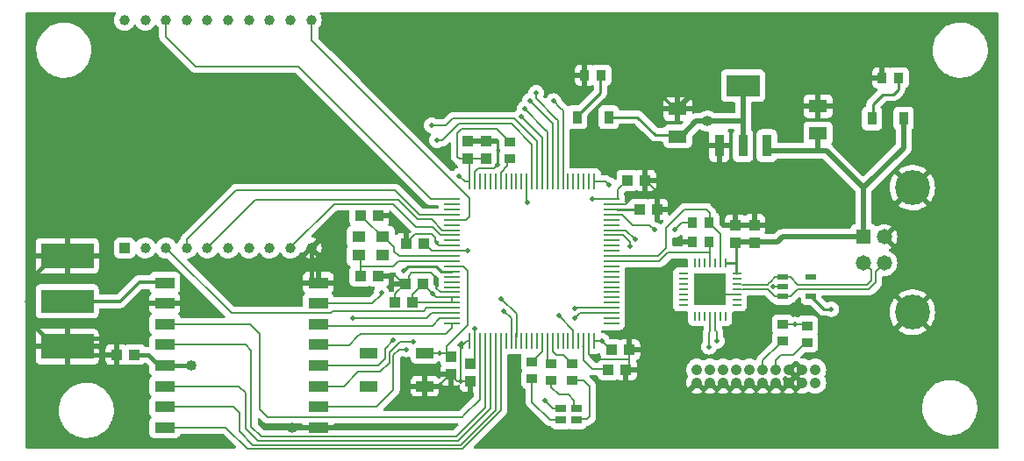
<source format=gbr>
%TF.GenerationSoftware,KiCad,Pcbnew,(6.0.8)*%
%TF.CreationDate,2022-10-11T12:40:35-07:00*%
%TF.ProjectId,Ground-Station-Telemetry,47726f75-6e64-42d5-9374-6174696f6e2d,rev?*%
%TF.SameCoordinates,Original*%
%TF.FileFunction,Copper,L1,Top*%
%TF.FilePolarity,Positive*%
%FSLAX46Y46*%
G04 Gerber Fmt 4.6, Leading zero omitted, Abs format (unit mm)*
G04 Created by KiCad (PCBNEW (6.0.8)) date 2022-10-11 12:40:35*
%MOMM*%
%LPD*%
G01*
G04 APERTURE LIST*
%TA.AperFunction,SMDPad,CuDef*%
%ADD10R,0.940000X1.020000*%
%TD*%
%TA.AperFunction,SMDPad,CuDef*%
%ADD11R,0.965200X1.295400*%
%TD*%
%TA.AperFunction,SMDPad,CuDef*%
%ADD12R,5.080000X2.286000*%
%TD*%
%TA.AperFunction,SMDPad,CuDef*%
%ADD13R,5.080000X2.413000*%
%TD*%
%TA.AperFunction,SMDPad,CuDef*%
%ADD14R,1.300000X1.100000*%
%TD*%
%TA.AperFunction,ComponentPad*%
%ADD15R,1.008000X1.008000*%
%TD*%
%TA.AperFunction,ComponentPad*%
%ADD16C,1.008000*%
%TD*%
%TA.AperFunction,SMDPad,CuDef*%
%ADD17R,1.950000X1.050000*%
%TD*%
%TA.AperFunction,SMDPad,CuDef*%
%ADD18R,0.900000X0.254000*%
%TD*%
%TA.AperFunction,SMDPad,CuDef*%
%ADD19R,0.254000X0.900000*%
%TD*%
%TA.AperFunction,SMDPad,CuDef*%
%ADD20R,3.100000X3.100000*%
%TD*%
%TA.AperFunction,SMDPad,CuDef*%
%ADD21R,0.950000X2.150000*%
%TD*%
%TA.AperFunction,SMDPad,CuDef*%
%ADD22R,3.250000X2.150000*%
%TD*%
%TA.AperFunction,SMDPad,CuDef*%
%ADD23R,1.560000X0.280000*%
%TD*%
%TA.AperFunction,SMDPad,CuDef*%
%ADD24R,0.280000X1.560000*%
%TD*%
%TA.AperFunction,SMDPad,CuDef*%
%ADD25R,1.020000X0.940000*%
%TD*%
%TA.AperFunction,ComponentPad*%
%ADD26R,1.478000X1.478000*%
%TD*%
%TA.AperFunction,ComponentPad*%
%ADD27C,1.478000*%
%TD*%
%TA.AperFunction,ComponentPad*%
%ADD28C,3.366000*%
%TD*%
%TA.AperFunction,ComponentPad*%
%ADD29C,1.066800*%
%TD*%
%TA.AperFunction,SMDPad,CuDef*%
%ADD30R,0.979300X0.558800*%
%TD*%
%TA.AperFunction,SMDPad,CuDef*%
%ADD31R,1.000000X0.800000*%
%TD*%
%TA.AperFunction,SMDPad,CuDef*%
%ADD32R,1.100000X1.000000*%
%TD*%
%TA.AperFunction,SMDPad,CuDef*%
%ADD33R,1.000000X1.100000*%
%TD*%
%TA.AperFunction,SMDPad,CuDef*%
%ADD34R,1.778000X1.270000*%
%TD*%
%TA.AperFunction,SMDPad,CuDef*%
%ADD35R,1.700000X0.990600*%
%TD*%
%TA.AperFunction,ViaPad*%
%ADD36C,0.500000*%
%TD*%
%TA.AperFunction,ViaPad*%
%ADD37C,1.016000*%
%TD*%
%TA.AperFunction,Conductor*%
%ADD38C,0.200000*%
%TD*%
%TA.AperFunction,Conductor*%
%ADD39C,0.254000*%
%TD*%
%TA.AperFunction,Conductor*%
%ADD40C,0.508000*%
%TD*%
%TA.AperFunction,Conductor*%
%ADD41C,0.381000*%
%TD*%
%TA.AperFunction,Conductor*%
%ADD42C,0.313690*%
%TD*%
G04 APERTURE END LIST*
D10*
%TO.P,R6,1*%
%TO.N,Earth*%
X214348000Y-79121000D03*
%TO.P,R6,2*%
%TO.N,Net-(D2-Pad1)*%
X215928000Y-79121000D03*
%TD*%
D11*
%TO.P,D2,1,1*%
%TO.N,Net-(D2-Pad1)*%
X213360000Y-83058000D03*
%TO.P,D2,2,2*%
%TO.N,5V*%
X216408000Y-83058000D03*
%TD*%
D12*
%TO.P,AE1,1,A*%
%TO.N,Net-(AE1-Pad1)*%
X135699500Y-100711000D03*
D13*
%TO.P,AE1,2,Shield*%
%TO.N,Earth*%
X135699500Y-105092500D03*
X135699500Y-96329500D03*
%TD*%
D14*
%TO.P,Y1,1,1*%
%TO.N,OSC_IN*%
X166139500Y-94477000D03*
%TO.P,Y1,2*%
%TO.N,unconnected-(Y1-Pad2)*%
X163839500Y-94477000D03*
%TO.P,Y1,3,3*%
%TO.N,OSC_OUT*%
X163839500Y-96277000D03*
%TO.P,Y1,4*%
%TO.N,unconnected-(Y1-Pad4)*%
X166139500Y-96277000D03*
%TD*%
D15*
%TO.P,U5,1,VCC*%
%TO.N,3.3V*%
X141237500Y-95560000D03*
D16*
%TO.P,U5,2,TX*%
%TO.N,XBEE_TX*%
X143237500Y-95560000D03*
%TO.P,U5,3,RX*%
%TO.N,XBEE_RX*%
X145237500Y-95560000D03*
%TO.P,U5,4,MISO*%
%TO.N,XBEE_MISO*%
X147237500Y-95560000D03*
%TO.P,U5,5,~{RESET}*%
%TO.N,~{XBEE_RST}*%
X149237500Y-95560000D03*
%TO.P,U5,6,PWM0*%
%TO.N,XBEE_PWM0*%
X151237500Y-95560000D03*
%TO.P,U5,7,PWM1*%
%TO.N,XBEE_PWM1*%
X153237500Y-95560000D03*
%TO.P,U5,8,NC*%
%TO.N,unconnected-(U5-Pad8)*%
X155237500Y-95560000D03*
%TO.P,U5,9,DI8*%
%TO.N,XBEE_DIO8*%
X157237500Y-95560000D03*
%TO.P,U5,10,GND*%
%TO.N,Earth*%
X159237500Y-95560000D03*
%TO.P,U5,11,MOSI*%
%TO.N,XBEE_MOSI*%
X159237500Y-73560000D03*
%TO.P,U5,12,DI07*%
%TO.N,XBEE_DIO7*%
X157237500Y-73560000D03*
%TO.P,U5,13,~{SLEEP}*%
%TO.N,~{XBEE_SLEEP}*%
X155237500Y-73560000D03*
%TO.P,U5,14,VREF*%
%TO.N,unconnected-(U5-Pad14)*%
X153237500Y-73560000D03*
%TO.P,U5,15,DI05*%
%TO.N,XBEE_DIO5*%
X151237500Y-73560000D03*
%TO.P,U5,16,DIO6*%
%TO.N,XBEE_DIO6*%
X149237500Y-73560000D03*
%TO.P,U5,17,SPI_SS*%
%TO.N,XBEE_SS*%
X147237500Y-73560000D03*
%TO.P,U5,18,SCK*%
%TO.N,XBEE_SCK*%
X145237500Y-73560000D03*
%TO.P,U5,19,DIO1*%
%TO.N,XBEE_DIO1*%
X143237500Y-73560000D03*
%TO.P,U5,20,DIO0*%
%TO.N,XBEE_DIO0*%
X141237500Y-73560000D03*
%TD*%
D17*
%TO.P,U4,1,GND*%
%TO.N,Earth*%
X159927000Y-112918000D03*
%TO.P,U4,2,MISO*%
%TO.N,LORA_MISO*%
X159927000Y-110918000D03*
%TO.P,U4,3,MOSI*%
%TO.N,LORA_MOSI*%
X159927000Y-108918000D03*
%TO.P,U4,4,SCK*%
%TO.N,LORA_SCK*%
X159927000Y-106918000D03*
%TO.P,U4,5,NSS*%
%TO.N,LORA_SS*%
X159927000Y-104918000D03*
%TO.P,U4,6,RESET*%
%TO.N,LORA_RST*%
X159927000Y-102918000D03*
%TO.P,U4,7,DIO5*%
%TO.N,LORA_IO5*%
X159927000Y-100918000D03*
%TO.P,U4,8,GND@1*%
%TO.N,Earth*%
X159927000Y-98918000D03*
%TO.P,U4,9,ANT*%
%TO.N,Net-(AE1-Pad1)*%
X145127000Y-98918000D03*
%TO.P,U4,10,GND@2*%
%TO.N,Earth*%
X145127000Y-100918000D03*
%TO.P,U4,11,DIO3*%
%TO.N,LORA_IO3*%
X145127000Y-102918000D03*
%TO.P,U4,12,DIO4*%
%TO.N,LORA_IO4*%
X145127000Y-104918000D03*
%TO.P,U4,13,3_3V*%
%TO.N,3.3V*%
X145127000Y-106918000D03*
%TO.P,U4,14,DIO0*%
%TO.N,LORA_IO0*%
X145127000Y-108918000D03*
%TO.P,U4,15,DIO1*%
%TO.N,LORA_IO1*%
X145127000Y-110918000D03*
%TO.P,U4,16,DIO2*%
%TO.N,LORA_IO2*%
X145127000Y-112918000D03*
%TD*%
D18*
%TO.P,U3,1,DCD*%
%TO.N,unconnected-(U3-Pad1)*%
X200327000Y-101068000D03*
%TO.P,U3,2,RI*%
%TO.N,unconnected-(U3-Pad2)*%
X200327000Y-100568000D03*
%TO.P,U3,3,GND*%
%TO.N,Earth*%
X200327000Y-100068000D03*
%TO.P,U3,4,D+*%
%TO.N,/Connectivity/D+*%
X200327000Y-99568000D03*
%TO.P,U3,5,D-*%
%TO.N,/Connectivity/D-*%
X200327000Y-99068000D03*
%TO.P,U3,6,VDD*%
%TO.N,unconnected-(U3-Pad6)*%
X200327000Y-98568000D03*
%TO.P,U3,7,REGIN*%
%TO.N,5V*%
X200327000Y-98068000D03*
D19*
%TO.P,U3,8,VBUS*%
X199237000Y-96978000D03*
%TO.P,U3,9,~{RST}*%
%TO.N,~{USB_RST}*%
X198737000Y-96978000D03*
%TO.P,U3,10,NC*%
%TO.N,unconnected-(U3-Pad10)*%
X198237000Y-96978000D03*
%TO.P,U3,11,~{SUSPEND}*%
%TO.N,~{USB_SUSPEND}*%
X197737000Y-96978000D03*
%TO.P,U3,12,SUSPEND*%
%TO.N,unconnected-(U3-Pad12)*%
X197237000Y-96978000D03*
%TO.P,U3,13,NC@1*%
%TO.N,unconnected-(U3-Pad13)*%
X196737000Y-96978000D03*
%TO.P,U3,14,NC@2*%
%TO.N,unconnected-(U3-Pad14)*%
X196237000Y-96978000D03*
D18*
%TO.P,U3,15,NC@3*%
%TO.N,unconnected-(U3-Pad15)*%
X195147000Y-98068000D03*
%TO.P,U3,16,NC@4*%
%TO.N,unconnected-(U3-Pad16)*%
X195147000Y-98568000D03*
%TO.P,U3,17,NC@5*%
%TO.N,unconnected-(U3-Pad17)*%
X195147000Y-99068000D03*
%TO.P,U3,18,NC/VPP*%
%TO.N,unconnected-(U3-Pad18)*%
X195147000Y-99568000D03*
%TO.P,U3,19,NC@6*%
%TO.N,unconnected-(U3-Pad19)*%
X195147000Y-100068000D03*
%TO.P,U3,20,NC@7*%
%TO.N,unconnected-(U3-Pad20)*%
X195147000Y-100568000D03*
%TO.P,U3,21,NC@8*%
%TO.N,unconnected-(U3-Pad21)*%
X195147000Y-101068000D03*
D19*
%TO.P,U3,22,NC@9*%
%TO.N,unconnected-(U3-Pad22)*%
X196237000Y-102158000D03*
%TO.P,U3,23,CTS*%
%TO.N,unconnected-(U3-Pad23)*%
X196737000Y-102158000D03*
%TO.P,U3,24,RTS*%
%TO.N,unconnected-(U3-Pad24)*%
X197237000Y-102158000D03*
%TO.P,U3,25,RXD*%
%TO.N,USB_RX*%
X197737000Y-102158000D03*
%TO.P,U3,26,TXD*%
%TO.N,USB_TX*%
X198237000Y-102158000D03*
%TO.P,U3,27,DSR*%
%TO.N,unconnected-(U3-Pad27)*%
X198737000Y-102158000D03*
%TO.P,U3,28,DTR*%
%TO.N,unconnected-(U3-Pad28)*%
X199237000Y-102158000D03*
D20*
%TO.P,U3,29,PAD*%
%TO.N,Earth*%
X197737000Y-99568000D03*
%TD*%
D21*
%TO.P,U2,1,GND*%
%TO.N,Earth*%
X198614000Y-85683000D03*
D22*
%TO.P,U2,2,VOUT*%
%TO.N,3.3V*%
X200914000Y-79883000D03*
D21*
X200914000Y-85683000D03*
%TO.P,U2,3,VIN*%
%TO.N,5V*%
X203214000Y-85683000D03*
%TD*%
D23*
%TO.P,U1,1,PE2*%
%TO.N,XBEE_SCK*%
X172860000Y-90841000D03*
%TO.P,U1,2,PE3*%
%TO.N,unconnected-(U1-Pad2)*%
X172860000Y-91341000D03*
%TO.P,U1,3,PE4*%
%TO.N,unconnected-(U1-Pad3)*%
X172860000Y-91841000D03*
%TO.P,U1,4,PE5*%
%TO.N,XBEE_MISO*%
X172860000Y-92341000D03*
%TO.P,U1,5,PE6*%
%TO.N,XBEE_MOSI*%
X172860000Y-92841000D03*
%TO.P,U1,6,VBAT*%
%TO.N,unconnected-(U1-Pad6)*%
X172860000Y-93341000D03*
%TO.P,U1,7,PC13*%
%TO.N,~{XBEE_RST}*%
X172860000Y-93841000D03*
%TO.P,U1,8,PC14*%
%TO.N,XBEE_DIO8*%
X172860000Y-94341000D03*
%TO.P,U1,9,PC15*%
%TO.N,unconnected-(U1-Pad9)*%
X172860000Y-94841000D03*
%TO.P,U1,10,VSS*%
%TO.N,Earth*%
X172860000Y-95341000D03*
%TO.P,U1,11,VDD*%
%TO.N,3.3V*%
X172860000Y-95841000D03*
%TO.P,U1,12,PH0*%
%TO.N,OSC_IN*%
X172860000Y-96341000D03*
%TO.P,U1,13,PH1*%
%TO.N,OSC_OUT*%
X172860000Y-96841000D03*
%TO.P,U1,14,NRST*%
%TO.N,NRST*%
X172860000Y-97341000D03*
%TO.P,U1,15,PC0*%
%TO.N,LORA_IO5*%
X172860000Y-97841000D03*
%TO.P,U1,16,PC1*%
%TO.N,unconnected-(U1-Pad16)*%
X172860000Y-98341000D03*
%TO.P,U1,17,PC2_C*%
%TO.N,unconnected-(U1-Pad17)*%
X172860000Y-98841000D03*
%TO.P,U1,18,PC3_C*%
%TO.N,unconnected-(U1-Pad18)*%
X172860000Y-99341000D03*
%TO.P,U1,19,VSSA*%
%TO.N,Earth*%
X172860000Y-99841000D03*
%TO.P,U1,20,VREF+*%
%TO.N,3.3V*%
X172860000Y-100341000D03*
%TO.P,U1,21,VDDA*%
X172860000Y-100841000D03*
%TO.P,U1,22,PA0*%
%TO.N,XBEE_RX*%
X172860000Y-101341000D03*
%TO.P,U1,23,PA1*%
%TO.N,XBEE_TX*%
X172860000Y-101841000D03*
%TO.P,U1,24,PA2*%
%TO.N,LORA_RST*%
X172860000Y-102341000D03*
%TO.P,U1,25,PA3*%
%TO.N,LORA_SS*%
X172860000Y-102841000D03*
D24*
%TO.P,U1,26,VSS*%
%TO.N,Earth*%
X174540000Y-104521000D03*
%TO.P,U1,27,VDD*%
%TO.N,3.3V*%
X175040000Y-104521000D03*
%TO.P,U1,28,PA4*%
%TO.N,LORA_IO3*%
X175540000Y-104521000D03*
%TO.P,U1,29,PA5*%
%TO.N,LORA_IO4*%
X176040000Y-104521000D03*
%TO.P,U1,30,PA6*%
%TO.N,LORA_IO0*%
X176540000Y-104521000D03*
%TO.P,U1,31,PA7*%
%TO.N,LORA_IO1*%
X177040000Y-104521000D03*
%TO.P,U1,32,PC4*%
%TO.N,LORA_IO2*%
X177540000Y-104521000D03*
%TO.P,U1,33,PC5*%
%TO.N,unconnected-(U1-Pad33)*%
X178040000Y-104521000D03*
%TO.P,U1,34,PB0*%
%TO.N,XBEE_PWM0*%
X178540000Y-104521000D03*
%TO.P,U1,35,PB1*%
%TO.N,XBEE_PWM1*%
X179040000Y-104521000D03*
%TO.P,U1,36,PB2*%
%TO.N,unconnected-(U1-Pad36)*%
X179540000Y-104521000D03*
%TO.P,U1,37,PE7*%
%TO.N,unconnected-(U1-Pad37)*%
X180040000Y-104521000D03*
%TO.P,U1,38,PE8*%
%TO.N,unconnected-(U1-Pad38)*%
X180540000Y-104521000D03*
%TO.P,U1,39,PE9*%
%TO.N,unconnected-(U1-Pad39)*%
X181040000Y-104521000D03*
%TO.P,U1,40,PE10*%
%TO.N,STATUS_R*%
X181540000Y-104521000D03*
%TO.P,U1,41,PE11*%
%TO.N,STATUS_B*%
X182040000Y-104521000D03*
%TO.P,U1,42,PE12*%
%TO.N,STATUS_G*%
X182540000Y-104521000D03*
%TO.P,U1,43,PE13*%
%TO.N,unconnected-(U1-Pad43)*%
X183040000Y-104521000D03*
%TO.P,U1,44,PE14*%
%TO.N,unconnected-(U1-Pad44)*%
X183540000Y-104521000D03*
%TO.P,U1,45,PE15*%
%TO.N,unconnected-(U1-Pad45)*%
X184040000Y-104521000D03*
%TO.P,U1,46,PB10*%
%TO.N,LORA_SCK*%
X184540000Y-104521000D03*
%TO.P,U1,47,PB11*%
%TO.N,unconnected-(U1-Pad47)*%
X185040000Y-104521000D03*
%TO.P,U1,48,VCAP1*%
%TO.N,CAP1*%
X185540000Y-104521000D03*
%TO.P,U1,49,VSS*%
%TO.N,Earth*%
X186040000Y-104521000D03*
%TO.P,U1,50,VDD*%
%TO.N,3.3V*%
X186540000Y-104521000D03*
D23*
%TO.P,U1,51,PB12*%
%TO.N,unconnected-(U1-Pad51)*%
X188220000Y-102841000D03*
%TO.P,U1,52,PB13*%
%TO.N,unconnected-(U1-Pad52)*%
X188220000Y-102341000D03*
%TO.P,U1,53,PB14*%
%TO.N,LORA_MISO*%
X188220000Y-101841000D03*
%TO.P,U1,54,PB15*%
%TO.N,LORA_MOSI*%
X188220000Y-101341000D03*
%TO.P,U1,55,PD8*%
%TO.N,unconnected-(U1-Pad55)*%
X188220000Y-100841000D03*
%TO.P,U1,56,PD9*%
%TO.N,unconnected-(U1-Pad56)*%
X188220000Y-100341000D03*
%TO.P,U1,57,PD10*%
%TO.N,unconnected-(U1-Pad57)*%
X188220000Y-99841000D03*
%TO.P,U1,58,PD11*%
%TO.N,unconnected-(U1-Pad58)*%
X188220000Y-99341000D03*
%TO.P,U1,59,PD12*%
%TO.N,unconnected-(U1-Pad59)*%
X188220000Y-98841000D03*
%TO.P,U1,60,PD13*%
%TO.N,unconnected-(U1-Pad60)*%
X188220000Y-98341000D03*
%TO.P,U1,61,PD14*%
%TO.N,unconnected-(U1-Pad61)*%
X188220000Y-97841000D03*
%TO.P,U1,62,PD15*%
%TO.N,unconnected-(U1-Pad62)*%
X188220000Y-97341000D03*
%TO.P,U1,63,PC6*%
%TO.N,~{USB_SUSPEND}*%
X188220000Y-96841000D03*
%TO.P,U1,64,PC7*%
%TO.N,~{USB_RST}*%
X188220000Y-96341000D03*
%TO.P,U1,65,PC8*%
%TO.N,unconnected-(U1-Pad65)*%
X188220000Y-95841000D03*
%TO.P,U1,66,PC9*%
%TO.N,unconnected-(U1-Pad66)*%
X188220000Y-95341000D03*
%TO.P,U1,67,PA8*%
%TO.N,unconnected-(U1-Pad67)*%
X188220000Y-94841000D03*
%TO.P,U1,68,PA9*%
%TO.N,USB_RX*%
X188220000Y-94341000D03*
%TO.P,U1,69,PA10*%
%TO.N,USB_TX*%
X188220000Y-93841000D03*
%TO.P,U1,70,PA11*%
%TO.N,unconnected-(U1-Pad70)*%
X188220000Y-93341000D03*
%TO.P,U1,71,PA12*%
%TO.N,unconnected-(U1-Pad71)*%
X188220000Y-92841000D03*
%TO.P,U1,72,PA13*%
%TO.N,SWDIO*%
X188220000Y-92341000D03*
%TO.P,U1,73,VCAP2*%
%TO.N,CAP2*%
X188220000Y-91841000D03*
%TO.P,U1,74,VSS*%
%TO.N,Earth*%
X188220000Y-91341000D03*
%TO.P,U1,75,VDD*%
%TO.N,3.3V*%
X188220000Y-90841000D03*
D24*
%TO.P,U1,76,PA14*%
%TO.N,SWCLK*%
X186540000Y-89161000D03*
%TO.P,U1,77,PA15*%
%TO.N,unconnected-(U1-Pad77)*%
X186040000Y-89161000D03*
%TO.P,U1,78,PC10*%
%TO.N,unconnected-(U1-Pad78)*%
X185540000Y-89161000D03*
%TO.P,U1,79,PC11*%
%TO.N,unconnected-(U1-Pad79)*%
X185040000Y-89161000D03*
%TO.P,U1,80,PC12*%
%TO.N,unconnected-(U1-Pad80)*%
X184540000Y-89161000D03*
%TO.P,U1,81,PD0*%
%TO.N,unconnected-(U1-Pad81)*%
X184040000Y-89161000D03*
%TO.P,U1,82,PD1*%
%TO.N,XBEE_DIO7*%
X183540000Y-89161000D03*
%TO.P,U1,83,PD2*%
%TO.N,~{XBEE_SLEEP}*%
X183040000Y-89161000D03*
%TO.P,U1,84,PD3*%
%TO.N,XBEE_DIO5*%
X182540000Y-89161000D03*
%TO.P,U1,85,PD4*%
%TO.N,XBEE_DIO6*%
X182040000Y-89161000D03*
%TO.P,U1,86,PD5*%
%TO.N,XBEE_SS*%
X181540000Y-89161000D03*
%TO.P,U1,87,PD6*%
%TO.N,XBEE_DIO1*%
X181040000Y-89161000D03*
%TO.P,U1,88,PD7*%
%TO.N,XBEE_DIO0*%
X180540000Y-89161000D03*
%TO.P,U1,89,PB3*%
%TO.N,SWO*%
X180040000Y-89161000D03*
%TO.P,U1,90,PB4*%
%TO.N,unconnected-(U1-Pad90)*%
X179540000Y-89161000D03*
%TO.P,U1,91,PB5*%
%TO.N,unconnected-(U1-Pad91)*%
X179040000Y-89161000D03*
%TO.P,U1,92,PB6*%
%TO.N,unconnected-(U1-Pad92)*%
X178540000Y-89161000D03*
%TO.P,U1,93,PB7*%
%TO.N,unconnected-(U1-Pad93)*%
X178040000Y-89161000D03*
%TO.P,U1,94,BOOT0*%
%TO.N,BOOT*%
X177540000Y-89161000D03*
%TO.P,U1,95,PB8*%
%TO.N,unconnected-(U1-Pad95)*%
X177040000Y-89161000D03*
%TO.P,U1,96,PB9*%
%TO.N,unconnected-(U1-Pad96)*%
X176540000Y-89161000D03*
%TO.P,U1,97,PE0*%
%TO.N,unconnected-(U1-Pad97)*%
X176040000Y-89161000D03*
%TO.P,U1,98,PE1*%
%TO.N,unconnected-(U1-Pad98)*%
X175540000Y-89161000D03*
%TO.P,U1,99,VSS*%
%TO.N,Earth*%
X175040000Y-89161000D03*
%TO.P,U1,100,VDD*%
%TO.N,3.3V*%
X174540000Y-89161000D03*
%TD*%
D10*
%TO.P,R9,1*%
%TO.N,Earth*%
X196060000Y-94996000D03*
%TO.P,R9,2*%
%TO.N,~{USB_SUSPEND}*%
X197640000Y-94996000D03*
%TD*%
%TO.P,R8,1*%
%TO.N,3.3V*%
X196060000Y-93091000D03*
%TO.P,R8,2*%
%TO.N,~{USB_RST}*%
X197640000Y-93091000D03*
%TD*%
%TO.P,R7,1*%
%TO.N,Earth*%
X185646000Y-78867000D03*
%TO.P,R7,2*%
%TO.N,Net-(D3-Pad1)*%
X187226000Y-78867000D03*
%TD*%
D25*
%TO.P,R5,1*%
%TO.N,SWCLK*%
X204724000Y-104549000D03*
%TO.P,R5,2*%
%TO.N,3.3V*%
X204724000Y-102969000D03*
%TD*%
%TO.P,R4,1*%
%TO.N,SWDIO*%
X207137000Y-104676000D03*
%TO.P,R4,2*%
%TO.N,3.3V*%
X207137000Y-103096000D03*
%TD*%
%TO.P,R3,2*%
%TO.N,Net-(D1-Pad4)*%
X180543200Y-108181200D03*
%TO.P,R3,1*%
%TO.N,STATUS_R*%
X180543200Y-106601200D03*
%TD*%
%TO.P,R2,1*%
%TO.N,STATUS_G*%
X184454800Y-106753600D03*
%TO.P,R2,2*%
%TO.N,Net-(D1-Pad3)*%
X184454800Y-108333600D03*
%TD*%
%TO.P,R1,1*%
%TO.N,STATUS_B*%
X182422800Y-106753600D03*
%TO.P,R1,2*%
%TO.N,Net-(D1-Pad2)*%
X182422800Y-108333600D03*
%TD*%
D26*
%TO.P,P2,1,VCC*%
%TO.N,5V*%
X212545500Y-94508000D03*
D27*
%TO.P,P2,2,D-*%
%TO.N,/Connectivity/D-*%
X212545500Y-97008000D03*
%TO.P,P2,3,D+*%
%TO.N,/Connectivity/D+*%
X214545500Y-97008000D03*
%TO.P,P2,4,GND*%
%TO.N,Earth*%
X214545500Y-94508000D03*
D28*
%TO.P,P2,S1,SHIELD*%
X217255500Y-101778000D03*
%TO.P,P2,S2,SHIELD*%
X217255500Y-89738000D03*
%TD*%
D29*
%TO.P,P1,1,1*%
%TO.N,3.3V*%
X207899000Y-107303950D03*
%TO.P,P1,2,2*%
X207899000Y-108573950D03*
%TO.P,P1,3,3*%
%TO.N,Earth*%
X206629000Y-107303950D03*
%TO.P,P1,4,4*%
X206629000Y-108573950D03*
%TO.P,P1,5,5*%
X205359000Y-107303950D03*
%TO.P,P1,6,6*%
X205359000Y-108573950D03*
%TO.P,P1,7,7*%
%TO.N,SWDIO*%
X204089000Y-107303950D03*
%TO.P,P1,8,8*%
%TO.N,Earth*%
X204089000Y-108573950D03*
%TO.P,P1,9,9*%
%TO.N,SWCLK*%
X202819000Y-107303950D03*
%TO.P,P1,10,10*%
%TO.N,Earth*%
X202819000Y-108573950D03*
%TO.P,P1,11,11*%
%TO.N,unconnected-(P1-Pad11)*%
X201549000Y-107303950D03*
%TO.P,P1,12,12*%
%TO.N,Earth*%
X201549000Y-108573950D03*
%TO.P,P1,13,13*%
%TO.N,SWO*%
X200279000Y-107303950D03*
%TO.P,P1,14,14*%
%TO.N,Earth*%
X200279000Y-108573950D03*
%TO.P,P1,15,15*%
%TO.N,NRST*%
X199009000Y-107303950D03*
%TO.P,P1,16,16*%
%TO.N,Earth*%
X199009000Y-108573950D03*
%TO.P,P1,17,17*%
%TO.N,unconnected-(P1-Pad17)*%
X197739000Y-107303950D03*
%TO.P,P1,18,18*%
%TO.N,Earth*%
X197739000Y-108573950D03*
%TO.P,P1,19,19*%
%TO.N,unconnected-(P1-Pad19)*%
X196469000Y-107303950D03*
%TO.P,P1,20,20*%
%TO.N,Earth*%
X196469000Y-108573950D03*
%TD*%
D25*
%TO.P,J1,1,A*%
%TO.N,3.3V*%
X178435000Y-85316000D03*
%TO.P,J1,2,B*%
%TO.N,BOOT*%
X178435000Y-86896000D03*
%TD*%
D30*
%TO.P,D4,1*%
%TO.N,/Connectivity/D-*%
X204753052Y-98363999D03*
%TO.P,D4,2*%
%TO.N,Earth*%
X204753052Y-99314000D03*
%TO.P,D4,3*%
%TO.N,/Connectivity/D+*%
X204753052Y-100264001D03*
%TO.P,D4,4*%
%TO.N,5V*%
X207484948Y-100264001D03*
%TO.P,D4,5*%
%TO.N,unconnected-(D4-Pad5)*%
X207484948Y-98363999D03*
%TD*%
D11*
%TO.P,D3,1,1*%
%TO.N,Net-(D3-Pad1)*%
X184912000Y-82931000D03*
%TO.P,D3,2,2*%
%TO.N,3.3V*%
X187960000Y-82931000D03*
%TD*%
D31*
%TO.P,D1,1*%
%TO.N,3.3V*%
X183349200Y-111057600D03*
%TO.P,D1,2*%
%TO.N,Net-(D1-Pad2)*%
X184849200Y-111057600D03*
%TO.P,D1,3*%
%TO.N,Net-(D1-Pad3)*%
X184849200Y-112157600D03*
%TO.P,D1,4*%
%TO.N,Net-(D1-Pad4)*%
X183349200Y-112157600D03*
%TD*%
D32*
%TO.P,C18,1*%
%TO.N,3.3V*%
X142175600Y-105867200D03*
%TO.P,C18,2*%
%TO.N,Earth*%
X140475600Y-105867200D03*
%TD*%
D33*
%TO.P,C17,1*%
%TO.N,5V*%
X200152000Y-95084000D03*
%TO.P,C17,2*%
%TO.N,Earth*%
X200152000Y-93384000D03*
%TD*%
%TO.P,C16,1*%
%TO.N,5V*%
X202031600Y-95033200D03*
%TO.P,C16,2*%
%TO.N,Earth*%
X202031600Y-93333200D03*
%TD*%
D32*
%TO.P,C15,1*%
%TO.N,3.3V*%
X168998000Y-100838000D03*
%TO.P,C15,2*%
%TO.N,Earth*%
X167298000Y-100838000D03*
%TD*%
%TO.P,C14,1*%
%TO.N,3.3V*%
X170014000Y-99060000D03*
%TO.P,C14,2*%
%TO.N,Earth*%
X168314000Y-99060000D03*
%TD*%
%TO.P,C13,1*%
%TO.N,OSC_OUT*%
X163996000Y-98298000D03*
%TO.P,C13,2*%
%TO.N,Earth*%
X165696000Y-98298000D03*
%TD*%
%TO.P,C12,1*%
%TO.N,3.3V*%
X189777000Y-89027000D03*
%TO.P,C12,2*%
%TO.N,Earth*%
X191477000Y-89027000D03*
%TD*%
%TO.P,C11,1*%
%TO.N,3.3V*%
X170141000Y-95123000D03*
%TO.P,C11,2*%
%TO.N,Earth*%
X168441000Y-95123000D03*
%TD*%
D33*
%TO.P,C10,1*%
%TO.N,3.3V*%
X174371000Y-86956000D03*
%TO.P,C10,2*%
%TO.N,Earth*%
X174371000Y-85256000D03*
%TD*%
%TO.P,C9,1*%
%TO.N,3.3V*%
X174625000Y-106719000D03*
%TO.P,C9,2*%
%TO.N,Earth*%
X174625000Y-108419000D03*
%TD*%
D32*
%TO.P,C8,1*%
%TO.N,OSC_IN*%
X163996000Y-92456000D03*
%TO.P,C8,2*%
%TO.N,Earth*%
X165696000Y-92456000D03*
%TD*%
D33*
%TO.P,C6,1*%
%TO.N,3.3V*%
X176149000Y-86956000D03*
%TO.P,C6,2*%
%TO.N,Earth*%
X176149000Y-85256000D03*
%TD*%
D32*
%TO.P,C5,1*%
%TO.N,3.3V*%
X188227600Y-105410000D03*
%TO.P,C5,2*%
%TO.N,Earth*%
X189927600Y-105410000D03*
%TD*%
D34*
%TO.P,C7,1*%
%TO.N,3.3V*%
X194614800Y-84785200D03*
%TO.P,C7,2*%
%TO.N,Earth*%
X194614800Y-82143600D03*
%TD*%
%TO.P,C4,2*%
%TO.N,Earth*%
X208153000Y-81864200D03*
%TO.P,C4,1*%
%TO.N,5V*%
X208153000Y-84505800D03*
%TD*%
D32*
%TO.P,C3,1*%
%TO.N,CAP2*%
X190920000Y-91821000D03*
%TO.P,C3,2*%
%TO.N,Earth*%
X192620000Y-91821000D03*
%TD*%
%TO.P,C2,1*%
%TO.N,CAP1*%
X187922800Y-107340400D03*
%TO.P,C2,2*%
%TO.N,Earth*%
X189622800Y-107340400D03*
%TD*%
D33*
%TO.P,C1,1*%
%TO.N,NRST*%
X172720000Y-106084000D03*
%TO.P,C1,2*%
%TO.N,Earth*%
X172720000Y-107784000D03*
%TD*%
D35*
%TO.P,B1,1,1*%
%TO.N,Earth*%
X170213000Y-108914999D03*
%TO.P,B1,2,2*%
%TO.N,unconnected-(B1-Pad2)*%
X164813000Y-108914999D03*
%TO.P,B1,3,3*%
%TO.N,NRST*%
X170213000Y-105715001D03*
%TO.P,B1,4,4*%
%TO.N,unconnected-(B1-Pad4)*%
X164813000Y-105715001D03*
%TD*%
D36*
%TO.N,USB_RX*%
X197612000Y-105105200D03*
%TO.N,SWDIO*%
X192379600Y-93827600D03*
%TO.N,3.3V*%
X174377800Y-95841000D03*
X175040000Y-103344000D03*
%TO.N,Earth*%
X203694400Y-93333200D03*
X194818000Y-94996000D03*
%TO.N,3.3V*%
X194360800Y-93776800D03*
X186374600Y-90841000D03*
X173532800Y-88595200D03*
%TO.N,XBEE_SS*%
X179527200Y-82854800D03*
%TO.N,XBEE_DIO6*%
X179832000Y-82143600D03*
%TO.N,XBEE_DIO5*%
X180340000Y-81330800D03*
%TO.N,~{XBEE_SLEEP}*%
X180949600Y-80568800D03*
%TO.N,XBEE_DIO0*%
X171399200Y-85140800D03*
%TO.N,XBEE_DIO1*%
X170891200Y-83718400D03*
%TO.N,XBEE_DIO7*%
X182626000Y-81381600D03*
%TO.N,XBEE_PWM1*%
X177596800Y-100482400D03*
%TO.N,XBEE_PWM0*%
X177850800Y-101650800D03*
%TO.N,XBEE_TX*%
X163271200Y-102362000D03*
%TO.N,LORA_MOSI*%
X169113200Y-104648000D03*
%TO.N,LORA_MISO*%
X168452800Y-105359200D03*
%TO.N,LORA_SCK*%
X167182800Y-104495600D03*
%TO.N,3.3V*%
X170929300Y-99936300D03*
%TO.N,Earth*%
X171284900Y-98513900D03*
%TO.N,NRST*%
X171652999Y-105715001D03*
%TO.N,LORA_IO5*%
X166014400Y-99923600D03*
X168148000Y-97790000D03*
%TO.N,LORA_SCK*%
X183134000Y-102108000D03*
%TO.N,LORA_MOSI*%
X184708800Y-101396800D03*
%TO.N,LORA_MISO*%
X184708800Y-102311200D03*
D37*
%TO.N,Earth*%
X157388800Y-112918000D03*
X142443200Y-100939600D03*
%TO.N,3.3V*%
X147640800Y-106918000D03*
%TO.N,Earth*%
X132080000Y-100736400D03*
X196392800Y-80365600D03*
X196884200Y-85683000D03*
X208127600Y-79705200D03*
%TO.N,3.3V*%
X197459600Y-83312000D03*
D36*
%TO.N,SWO*%
X180086000Y-91135200D03*
%TO.N,USB_TX*%
X190500000Y-94742000D03*
%TO.N,USB_RX*%
X189992000Y-95402400D03*
%TO.N,USB_TX*%
X198374000Y-104546400D03*
%TO.N,SWCLK*%
X188010800Y-89509600D03*
%TO.N,3.3V*%
X187274200Y-104521000D03*
%TO.N,Earth*%
X186625600Y-106361600D03*
%TO.N,3.3V*%
X181813200Y-110337600D03*
%TO.N,Earth*%
X177228500Y-87566500D03*
X168402000Y-94107000D03*
X173648000Y-108419000D03*
X192620000Y-90590000D03*
%TO.N,3.3V*%
X205895000Y-102969000D03*
%TO.N,Earth*%
X198628000Y-100584000D03*
X196850000Y-100584000D03*
X198628000Y-98806000D03*
X196850000Y-98806000D03*
%TO.N,5V*%
X209423000Y-101473000D03*
%TO.N,Earth*%
X203835000Y-99314000D03*
%TD*%
D38*
%TO.N,SWDIO*%
X188220000Y-92341000D02*
X189242000Y-92341000D01*
X189242000Y-92341000D02*
X190246000Y-93345000D01*
X190246000Y-93345000D02*
X191897000Y-93345000D01*
X191897000Y-93345000D02*
X192379600Y-93827600D01*
D39*
%TO.N,CAP2*%
X190920000Y-91821000D02*
X188798200Y-91821000D01*
X188798200Y-91821000D02*
X188772800Y-91846400D01*
D38*
%TO.N,Earth*%
X171284900Y-98513900D02*
X171284900Y-98437700D01*
X168960800Y-97942400D02*
X168656000Y-98247200D01*
X168656000Y-98247200D02*
X168656000Y-98856800D01*
X171284900Y-98437700D02*
X170789600Y-97942400D01*
X170789600Y-97942400D02*
X168960800Y-97942400D01*
D39*
%TO.N,LORA_IO5*%
X172860000Y-97841000D02*
X171786000Y-97841000D01*
X171786000Y-97841000D02*
X171277800Y-97332800D01*
X171277800Y-97332800D02*
X168605200Y-97332800D01*
X168605200Y-97332800D02*
X168148000Y-97790000D01*
D38*
%TO.N,3.3V*%
X172860000Y-95841000D02*
X174377800Y-95841000D01*
X175040000Y-104521000D02*
X175040000Y-103344000D01*
D39*
%TO.N,Earth*%
X202031600Y-93333200D02*
X203694400Y-93333200D01*
X200152000Y-93384000D02*
X201967200Y-93384000D01*
X201967200Y-93384000D02*
X201980800Y-93370400D01*
D40*
%TO.N,5V*%
X212545500Y-94508000D02*
X204704000Y-94508000D01*
X204704000Y-94508000D02*
X204216000Y-94996000D01*
X204216000Y-94996000D02*
X200152000Y-94996000D01*
D39*
X200279000Y-97028000D02*
X200279000Y-95224600D01*
X200279000Y-95224600D02*
X200253600Y-95199200D01*
D38*
%TO.N,Earth*%
X196060000Y-94996000D02*
X194818000Y-94996000D01*
%TO.N,~{USB_RST}*%
X188220000Y-96341000D02*
X192711000Y-96341000D01*
X192711000Y-96341000D02*
X193497200Y-95554800D01*
X197739000Y-92202000D02*
X197739000Y-92837000D01*
X193497200Y-95554800D02*
X193497200Y-93624400D01*
X193497200Y-93624400D02*
X195300600Y-91821000D01*
X197358000Y-91821000D02*
X197739000Y-92202000D01*
X195300600Y-91821000D02*
X197358000Y-91821000D01*
%TO.N,3.3V*%
X196060000Y-93091000D02*
X195046600Y-93091000D01*
X195046600Y-93091000D02*
X194360800Y-93776800D01*
X188220000Y-90841000D02*
X186374600Y-90841000D01*
X174540000Y-89161000D02*
X174098600Y-89161000D01*
X174098600Y-89161000D02*
X173532800Y-88595200D01*
%TO.N,XBEE_DIO7*%
X182626000Y-81381600D02*
X183235600Y-81991200D01*
X183540000Y-89161000D02*
X183540000Y-82295600D01*
X183540000Y-82295600D02*
X183235600Y-81991200D01*
%TO.N,~{XBEE_SLEEP}*%
X180949600Y-81127600D02*
X182854600Y-83032600D01*
X183040000Y-89161000D02*
X183040000Y-83218000D01*
X182854600Y-83032600D02*
X183032400Y-83210400D01*
X183040000Y-83218000D02*
X182854600Y-83032600D01*
X180949600Y-80568800D02*
X180949600Y-81127600D01*
%TO.N,XBEE_DIO5*%
X180340000Y-81330800D02*
X182270400Y-83261200D01*
X182540000Y-89161000D02*
X182540000Y-83530800D01*
X182540000Y-83530800D02*
X182270400Y-83261200D01*
%TO.N,XBEE_DIO6*%
X179832000Y-82143600D02*
X181838600Y-84150200D01*
X182040000Y-84351600D02*
X181838600Y-84150200D01*
X181838600Y-84150200D02*
X182016400Y-84328000D01*
X182040000Y-89161000D02*
X182040000Y-84351600D01*
%TO.N,XBEE_SS*%
X179527200Y-82854800D02*
X181381400Y-84709000D01*
X181540000Y-89161000D02*
X181540000Y-84867600D01*
X181381400Y-84709000D02*
X181457600Y-84785200D01*
X181540000Y-84867600D02*
X181381400Y-84709000D01*
%TO.N,XBEE_DIO1*%
X178816000Y-83058000D02*
X180873400Y-85115400D01*
X181040000Y-89161000D02*
X181040000Y-85282000D01*
X181040000Y-85282000D02*
X180873400Y-85115400D01*
X170891200Y-83718400D02*
X172262800Y-83718400D01*
X172262800Y-83718400D02*
X172923200Y-83058000D01*
X172923200Y-83058000D02*
X178816000Y-83058000D01*
%TO.N,XBEE_DIO0*%
X171399200Y-85140800D02*
X171907200Y-85140800D01*
X171907200Y-85140800D02*
X173482000Y-83566000D01*
X173482000Y-83566000D02*
X178562000Y-83566000D01*
X178562000Y-83566000D02*
X180543200Y-85547200D01*
X180543200Y-85547200D02*
X180543200Y-89255600D01*
%TO.N,XBEE_DIO8*%
X172860000Y-94341000D02*
X171760200Y-94341000D01*
X171760200Y-94341000D02*
X170942000Y-93522800D01*
X170942000Y-93522800D02*
X169367200Y-93522800D01*
X161448800Y-91332000D02*
X157276800Y-95504000D01*
X169367200Y-93522800D02*
X167176400Y-91332000D01*
X167176400Y-91332000D02*
X161448800Y-91332000D01*
%TO.N,~{XBEE_RST}*%
X172860000Y-93841000D02*
X171920600Y-93841000D01*
X171920600Y-93841000D02*
X170840400Y-92760800D01*
X170840400Y-92760800D02*
X169519600Y-92760800D01*
X169519600Y-92760800D02*
X167690800Y-90932000D01*
X167690800Y-90932000D02*
X153865500Y-90932000D01*
X153865500Y-90932000D02*
X149237500Y-95560000D01*
%TO.N,XBEE_MISO*%
X172860000Y-92341000D02*
X169709400Y-92341000D01*
X169709400Y-92341000D02*
X167335200Y-89966800D01*
X167335200Y-89966800D02*
X151993600Y-89966800D01*
X151993600Y-89966800D02*
X147269200Y-94691200D01*
X147269200Y-94691200D02*
X147269200Y-95605600D01*
%TO.N,XBEE_PWM1*%
X177596800Y-100482400D02*
X179070000Y-101955600D01*
X179070000Y-101955600D02*
X179070000Y-104089200D01*
%TO.N,XBEE_PWM0*%
X178540000Y-104521000D02*
X178540000Y-102340000D01*
X178540000Y-102340000D02*
X177850800Y-101650800D01*
%TO.N,XBEE_MOSI*%
X172860000Y-92841000D02*
X174163800Y-92841000D01*
X174498000Y-90728800D02*
X159308800Y-75539600D01*
X174163800Y-92841000D02*
X174498000Y-92506800D01*
X174498000Y-92506800D02*
X174498000Y-90728800D01*
X159308800Y-75539600D02*
X159308800Y-73761600D01*
%TO.N,XBEE_SCK*%
X172860000Y-90841000D02*
X170800200Y-90841000D01*
X170800200Y-90841000D02*
X157988000Y-78028800D01*
X157988000Y-78028800D02*
X148082000Y-78028800D01*
X148082000Y-78028800D02*
X145186400Y-75133200D01*
X145186400Y-75133200D02*
X145186400Y-73660000D01*
%TO.N,XBEE_TX*%
X172860000Y-101841000D02*
X170904200Y-101841000D01*
X170904200Y-101841000D02*
X170383200Y-102362000D01*
X170383200Y-102362000D02*
X163271200Y-102362000D01*
%TO.N,XBEE_RX*%
X172860000Y-101341000D02*
X170388200Y-101341000D01*
X170388200Y-101341000D02*
X170078400Y-101650800D01*
X170078400Y-101650800D02*
X161340800Y-101650800D01*
X161340800Y-101650800D02*
X161137600Y-101854000D01*
X161137600Y-101854000D02*
X151536400Y-101854000D01*
X151536400Y-101854000D02*
X145338800Y-95656400D01*
%TO.N,LORA_RST*%
X172860000Y-102341000D02*
X171674200Y-102341000D01*
X171674200Y-102341000D02*
X170942000Y-103073200D01*
X170942000Y-103073200D02*
X162915600Y-103073200D01*
%TO.N,LORA_SS*%
X172212000Y-103886000D02*
X163982400Y-103886000D01*
X163703000Y-104165400D02*
X162915600Y-104952800D01*
X172860000Y-102841000D02*
X172860000Y-103238000D01*
X172860000Y-103238000D02*
X172212000Y-103886000D01*
X163982400Y-103886000D02*
X163703000Y-104165400D01*
%TO.N,LORA_MOSI*%
X159927000Y-108918000D02*
X162404800Y-108918000D01*
X162404800Y-108918000D02*
X163779200Y-107543600D01*
X167808218Y-104648000D02*
X169113200Y-104648000D01*
X163779200Y-107543600D02*
X165912800Y-107543600D01*
X165912800Y-107543600D02*
X166776400Y-106680000D01*
X166776400Y-106680000D02*
X166776400Y-105679818D01*
X166776400Y-105679818D02*
X167808218Y-104648000D01*
%TO.N,LORA_MISO*%
X167182800Y-105918000D02*
X167741600Y-105359200D01*
X167741600Y-105359200D02*
X168452800Y-105359200D01*
%TO.N,LORA_SCK*%
X159927000Y-106918000D02*
X165674800Y-106918000D01*
X165674800Y-106918000D02*
X166370000Y-106222800D01*
X166370000Y-106222800D02*
X166370000Y-105308400D01*
X166370000Y-105308400D02*
X167182800Y-104495600D01*
%TO.N,3.3V*%
X172860000Y-100341000D02*
X172860000Y-100825600D01*
X172860000Y-100825600D02*
X172872400Y-100838000D01*
X172860000Y-100841000D02*
X169319400Y-100841000D01*
X169319400Y-100841000D02*
X169265600Y-100787200D01*
X170929300Y-99936300D02*
X170434000Y-99441000D01*
%TO.N,Earth*%
X171284900Y-98513900D02*
X171323000Y-98552000D01*
X167513000Y-99847400D02*
X168097200Y-99263200D01*
X167335200Y-100025200D02*
X167513000Y-99847400D01*
%TO.N,3.3V*%
X171284900Y-100291900D02*
X170929300Y-99936300D01*
%TO.N,Earth*%
X167298000Y-100838000D02*
X167298000Y-100062400D01*
X167298000Y-100062400D02*
X167335200Y-100025200D01*
%TO.N,3.3V*%
X168998000Y-100838000D02*
X168998000Y-100089600D01*
X168998000Y-100089600D02*
X169672000Y-99415600D01*
%TO.N,LORA_IO2*%
X153085800Y-114985800D02*
X163957000Y-114985800D01*
X177540000Y-111264885D02*
X173819085Y-114985800D01*
X177540000Y-104521000D02*
X177540000Y-111264885D01*
X173819085Y-114985800D02*
X163957000Y-114985800D01*
%TO.N,LORA_IO1*%
X177040000Y-104521000D02*
X177040000Y-111199200D01*
X177040000Y-111199200D02*
X173653400Y-114585800D01*
X173653400Y-114585800D02*
X153600200Y-114585800D01*
X153600200Y-114585800D02*
X152298400Y-113284000D01*
X152298400Y-113284000D02*
X152298400Y-111455200D01*
X151761200Y-110918000D02*
X145127000Y-110918000D01*
X152298400Y-111455200D02*
X151761200Y-110918000D01*
%TO.N,LORA_IO0*%
X176540000Y-104521000D02*
X176540000Y-111045686D01*
X176540000Y-111045686D02*
X173399886Y-114185800D01*
X173399886Y-114185800D02*
X154114600Y-114185800D01*
X154114600Y-114185800D02*
X152908000Y-112979200D01*
X152908000Y-112979200D02*
X152908000Y-109575600D01*
X152908000Y-109575600D02*
X152250400Y-108918000D01*
X152250400Y-108918000D02*
X145127000Y-108918000D01*
%TO.N,LORA_IO4*%
X176040000Y-104521000D02*
X176040000Y-110980000D01*
X153466800Y-105460800D02*
X152924000Y-104918000D01*
X176040000Y-110980000D02*
X173234200Y-113785800D01*
X173234200Y-113785800D02*
X154425800Y-113785800D01*
X154425800Y-113785800D02*
X153466800Y-112826800D01*
X153466800Y-112826800D02*
X153466800Y-105460800D01*
X152924000Y-104918000D02*
X145127000Y-104918000D01*
%TO.N,LORA_IO3*%
X173837600Y-111912400D02*
X173964600Y-111785400D01*
X175540000Y-104521000D02*
X175540000Y-110210000D01*
X175540000Y-110210000D02*
X173964600Y-111785400D01*
X145127000Y-102918000D02*
X153362400Y-102918000D01*
X154279600Y-103835200D02*
X154279600Y-111150400D01*
X153362400Y-102918000D02*
X154279600Y-103835200D01*
X154279600Y-111150400D02*
X155041600Y-111912400D01*
X155041600Y-111912400D02*
X173837600Y-111912400D01*
%TO.N,LORA_IO2*%
X145127000Y-112918000D02*
X151018000Y-112918000D01*
X151018000Y-112918000D02*
X153085800Y-114985800D01*
%TO.N,NRST*%
X171652999Y-105715001D02*
X172517001Y-105715001D01*
%TO.N,LORA_IO5*%
X159927000Y-100918000D02*
X165121600Y-100918000D01*
X165121600Y-100918000D02*
X166014400Y-100025200D01*
%TO.N,LORA_RST*%
X162915600Y-103073200D02*
X160324800Y-103073200D01*
X160324800Y-103073200D02*
X160121600Y-102870000D01*
%TO.N,LORA_SS*%
X162915600Y-104952800D02*
X160324800Y-104952800D01*
X160324800Y-104952800D02*
X160274000Y-104902000D01*
%TO.N,LORA_SCK*%
X184540000Y-104521000D02*
X184540000Y-103514000D01*
X184540000Y-103514000D02*
X183134000Y-102108000D01*
%TO.N,LORA_MOSI*%
X188220000Y-101341000D02*
X184764600Y-101341000D01*
X184764600Y-101341000D02*
X184708800Y-101396800D01*
%TO.N,LORA_MISO*%
X188220000Y-101841000D02*
X185179000Y-101841000D01*
X185179000Y-101841000D02*
X184708800Y-102311200D01*
X159927000Y-110918000D02*
X165535600Y-110918000D01*
X165535600Y-110918000D02*
X167182800Y-109270800D01*
X167182800Y-109270800D02*
X167182800Y-105918000D01*
D41*
%TO.N,Earth*%
X159927000Y-112918000D02*
X157388800Y-112918000D01*
X142443200Y-100939600D02*
X139090400Y-104292400D01*
X145127000Y-100918000D02*
X142464800Y-100918000D01*
X142464800Y-100918000D02*
X142443200Y-100939600D01*
X139090400Y-104292400D02*
X138023600Y-104292400D01*
X159237500Y-95560000D02*
X159237500Y-98877300D01*
%TO.N,3.3V*%
X145127000Y-106918000D02*
X147640800Y-106918000D01*
%TO.N,Earth*%
X132080000Y-100736400D02*
X132080000Y-98602800D01*
X135699500Y-105092500D02*
X134454900Y-105092500D01*
X134454900Y-105092500D02*
X132080000Y-102717600D01*
X132080000Y-102717600D02*
X132080000Y-100736400D01*
X132080000Y-98602800D02*
X134353300Y-96329500D01*
X134353300Y-96329500D02*
X135699500Y-96329500D01*
X140475600Y-105867200D02*
X137820400Y-105867200D01*
X137820400Y-105867200D02*
X137668000Y-105714800D01*
%TO.N,3.3V*%
X142175600Y-105867200D02*
X143510000Y-105867200D01*
X143510000Y-105867200D02*
X144475200Y-106832400D01*
D39*
%TO.N,Earth*%
X185646000Y-78867000D02*
X185646000Y-77904400D01*
X185646000Y-77904400D02*
X186232800Y-77317600D01*
X186232800Y-77317600D02*
X189534800Y-77317600D01*
X189534800Y-77317600D02*
X194208400Y-81991200D01*
%TO.N,Net-(D3-Pad1)*%
X184912000Y-82931000D02*
X184912000Y-82804000D01*
X184912000Y-82804000D02*
X187147200Y-80568800D01*
X187147200Y-80568800D02*
X187147200Y-78892400D01*
%TO.N,Net-(D2-Pad1)*%
X213461600Y-83210400D02*
X213461600Y-81686400D01*
X213461600Y-81686400D02*
X214426800Y-80721200D01*
X214426800Y-80721200D02*
X215442800Y-80721200D01*
X215442800Y-80721200D02*
X215928000Y-80236000D01*
X215928000Y-80236000D02*
X215928000Y-79121000D01*
%TO.N,Earth*%
X214348000Y-79121000D02*
X208711800Y-79121000D01*
X208711800Y-79121000D02*
X208127600Y-79705200D01*
%TO.N,3.3V*%
X192430400Y-84632800D02*
X194360800Y-84632800D01*
X187960000Y-82931000D02*
X190728600Y-82931000D01*
X190728600Y-82931000D02*
X192430400Y-84632800D01*
D40*
%TO.N,Earth*%
X194614800Y-82143600D02*
X196392800Y-80365600D01*
X198614000Y-85683000D02*
X196884200Y-85683000D01*
X208127600Y-79705200D02*
X208153000Y-79730600D01*
X208153000Y-81864200D02*
X208127600Y-79705200D01*
%TO.N,3.3V*%
X197459600Y-83312000D02*
X196392800Y-83312000D01*
X200914000Y-83312000D02*
X197459600Y-83312000D01*
X200914000Y-85683000D02*
X200914000Y-83312000D01*
X200914000Y-83312000D02*
X200914000Y-80365600D01*
X196392800Y-83312000D02*
X195072000Y-84632800D01*
X200914000Y-80365600D02*
X201117200Y-80162400D01*
%TO.N,5V*%
X216408000Y-83058000D02*
X216408000Y-85899400D01*
X216408000Y-85899400D02*
X212545500Y-89761900D01*
X208991200Y-86207600D02*
X208330800Y-86207600D01*
X208153000Y-84505800D02*
X208153000Y-86029800D01*
X208330800Y-86207600D02*
X203504800Y-86207600D01*
X208153000Y-86029800D02*
X208330800Y-86207600D01*
X212545500Y-94508000D02*
X212545500Y-89761900D01*
X212545500Y-89761900D02*
X208991200Y-86207600D01*
D42*
%TO.N,Net-(AE1-Pad1)*%
X135699500Y-100711000D02*
X140792200Y-100711000D01*
X140792200Y-100711000D02*
X142646400Y-98856800D01*
X142646400Y-98856800D02*
X144678400Y-98856800D01*
D38*
%TO.N,SWO*%
X180040000Y-89161000D02*
X180040000Y-91089200D01*
X180040000Y-91089200D02*
X180086000Y-91135200D01*
%TO.N,USB_TX*%
X188220000Y-93841000D02*
X189599000Y-93841000D01*
X189599000Y-93841000D02*
X190500000Y-94742000D01*
%TO.N,USB_RX*%
X189337000Y-94341000D02*
X189992000Y-94996000D01*
X188220000Y-94341000D02*
X189337000Y-94341000D01*
X189992000Y-94996000D02*
X189992000Y-95402400D01*
%TO.N,USB_TX*%
X198247000Y-102489000D02*
X198247000Y-103505000D01*
X198374000Y-103632000D02*
X198374000Y-104546400D01*
X198247000Y-103505000D02*
X198374000Y-103632000D01*
%TO.N,USB_RX*%
X197739000Y-102235000D02*
X197739000Y-103632000D01*
X197739000Y-103632000D02*
X197612000Y-103759000D01*
X197612000Y-103759000D02*
X197612000Y-105105200D01*
%TO.N,SWCLK*%
X186540000Y-89161000D02*
X187662200Y-89161000D01*
X187662200Y-89161000D02*
X188010800Y-89509600D01*
%TO.N,Earth*%
X189904000Y-106361600D02*
X189927600Y-106361600D01*
X186040000Y-104521000D02*
X186040000Y-105776000D01*
X189927600Y-105410000D02*
X189927600Y-106361600D01*
X189927600Y-106361600D02*
X189927600Y-107100000D01*
X186040000Y-105776000D02*
X186625600Y-106361600D01*
X186625600Y-106361600D02*
X189904000Y-106361600D01*
X189927600Y-107100000D02*
X189890400Y-107137200D01*
%TO.N,3.3V*%
X186540000Y-104521000D02*
X187274200Y-104521000D01*
X187274200Y-104521000D02*
X187858400Y-105105200D01*
%TO.N,CAP1*%
X185540000Y-104521000D02*
X185540000Y-106393600D01*
X185540000Y-106393600D02*
X186385200Y-107238800D01*
X186385200Y-107238800D02*
X187756800Y-107238800D01*
%TO.N,3.3V*%
X183349200Y-111057600D02*
X182533200Y-111057600D01*
X182533200Y-111057600D02*
X181813200Y-110337600D01*
%TO.N,Net-(D1-Pad4)*%
X180543200Y-108181200D02*
X180543200Y-110439200D01*
X180543200Y-110439200D02*
X182270400Y-112166400D01*
X182270400Y-112166400D02*
X183134000Y-112166400D01*
%TO.N,Net-(D1-Pad3)*%
X184454800Y-108333600D02*
X185549600Y-108333600D01*
X186131200Y-111861600D02*
X185877200Y-112115600D01*
X185877200Y-112115600D02*
X185013600Y-112115600D01*
X185549600Y-108333600D02*
X186131200Y-108915200D01*
X186131200Y-108915200D02*
X186131200Y-111861600D01*
%TO.N,Net-(D1-Pad2)*%
X184048400Y-109728000D02*
X184607200Y-110286800D01*
X184607200Y-110286800D02*
X184607200Y-110998000D01*
X182422800Y-108333600D02*
X182422800Y-109016800D01*
X182422800Y-109016800D02*
X183134000Y-109728000D01*
X183134000Y-109728000D02*
X184048400Y-109728000D01*
%TO.N,STATUS_G*%
X182540000Y-104521000D02*
X182540000Y-105527200D01*
X182540000Y-105527200D02*
X182880000Y-105867200D01*
X182880000Y-105867200D02*
X183540400Y-105867200D01*
X183540400Y-105867200D02*
X184048400Y-106375200D01*
%TO.N,STATUS_B*%
X182040000Y-106551200D02*
X182067200Y-106578400D01*
X182040000Y-104521000D02*
X182040000Y-106551200D01*
%TO.N,STATUS_R*%
X181540000Y-104521000D02*
X181540000Y-105581600D01*
X181540000Y-105581600D02*
X180797200Y-106324400D01*
%TO.N,NRST*%
X170213000Y-105715001D02*
X171652999Y-105715001D01*
X172517001Y-105715001D02*
X172720000Y-105918000D01*
%TO.N,Earth*%
X172339000Y-108077000D02*
X171450000Y-108966000D01*
X171450000Y-108966000D02*
X170688000Y-108966000D01*
%TO.N,NRST*%
X172339000Y-105029000D02*
X172339000Y-105791000D01*
X172860000Y-97341000D02*
X173922000Y-97341000D01*
X173922000Y-97341000D02*
X174371000Y-97790000D01*
X174371000Y-97790000D02*
X174371000Y-102997000D01*
X174371000Y-102997000D02*
X172339000Y-105029000D01*
%TO.N,3.3V*%
X173736000Y-84074000D02*
X177165000Y-84074000D01*
X173355000Y-86741000D02*
X173355000Y-84455000D01*
X174371000Y-86956000D02*
X173570000Y-86956000D01*
X173570000Y-86956000D02*
X173355000Y-86741000D01*
X173355000Y-84455000D02*
X173736000Y-84074000D01*
X177165000Y-84074000D02*
X178181000Y-85090000D01*
%TO.N,BOOT*%
X178181000Y-87630000D02*
X178181000Y-87122000D01*
X177540000Y-88271000D02*
X178181000Y-87630000D01*
X177540000Y-89161000D02*
X177540000Y-88271000D01*
%TO.N,Earth*%
X177228500Y-87566500D02*
X177292000Y-87503000D01*
X175040000Y-89161000D02*
X175040000Y-88231000D01*
X175040000Y-88231000D02*
X175387000Y-87884000D01*
X176911000Y-87884000D02*
X177228500Y-87566500D01*
X177292000Y-85598000D02*
X176911000Y-85217000D01*
X175387000Y-87884000D02*
X176911000Y-87884000D01*
X177292000Y-87503000D02*
X177292000Y-85598000D01*
X176911000Y-85217000D02*
X176276000Y-85217000D01*
X174371000Y-85256000D02*
X176188000Y-85256000D01*
X176188000Y-85256000D02*
X176276000Y-85344000D01*
%TO.N,3.3V*%
X174371000Y-86956000D02*
X176061000Y-86956000D01*
X176061000Y-86956000D02*
X176149000Y-86868000D01*
X174540000Y-89161000D02*
X174540000Y-87164000D01*
X174540000Y-87164000D02*
X174371000Y-86995000D01*
%TO.N,Earth*%
X165696000Y-98298000D02*
X167386000Y-98298000D01*
X167386000Y-98298000D02*
X167894000Y-98806000D01*
X166751000Y-92456000D02*
X168402000Y-94107000D01*
X165696000Y-92456000D02*
X166751000Y-92456000D01*
X168402000Y-94107000D02*
X168402000Y-95123000D01*
%TO.N,OSC_IN*%
X166139500Y-94477000D02*
X166105000Y-94477000D01*
X166105000Y-94477000D02*
X164465000Y-92837000D01*
%TO.N,Earth*%
X168441000Y-95123000D02*
X168441000Y-95084000D01*
X171541000Y-95341000D02*
X172860000Y-95341000D01*
X168441000Y-95084000D02*
X169291000Y-94234000D01*
X169291000Y-94234000D02*
X170902000Y-94234000D01*
X170902000Y-94234000D02*
X171196000Y-94528000D01*
X171196000Y-94528000D02*
X171196000Y-94996000D01*
X171196000Y-94996000D02*
X171541000Y-95341000D01*
%TO.N,3.3V*%
X172860000Y-95841000D02*
X170898000Y-95841000D01*
X170898000Y-95841000D02*
X170561000Y-95504000D01*
%TO.N,OSC_IN*%
X172860000Y-96341000D02*
X167715000Y-96341000D01*
X167715000Y-96341000D02*
X167259000Y-95885000D01*
X167259000Y-95885000D02*
X167259000Y-95504000D01*
X167259000Y-95504000D02*
X166624000Y-94869000D01*
%TO.N,OSC_OUT*%
X163996000Y-98298000D02*
X163996000Y-97370000D01*
X163996000Y-97370000D02*
X163996000Y-96432000D01*
X167171000Y-97370000D02*
X163996000Y-97370000D01*
X172860000Y-96841000D02*
X167700000Y-96841000D01*
X167700000Y-96841000D02*
X167171000Y-97370000D01*
X163996000Y-96432000D02*
X163830000Y-96266000D01*
%TO.N,Earth*%
X171704000Y-99822000D02*
X172212000Y-99822000D01*
X171323000Y-98552000D02*
X171323000Y-99441000D01*
X171323000Y-99441000D02*
X171704000Y-99822000D01*
%TO.N,3.3V*%
X172860000Y-100341000D02*
X171334000Y-100341000D01*
X171334000Y-100341000D02*
X171284900Y-100291900D01*
%TO.N,Earth*%
X174540000Y-104521000D02*
X174244000Y-104521000D01*
X174625000Y-108419000D02*
X173648000Y-108419000D01*
X173648000Y-108419000D02*
X173316000Y-108419000D01*
X174244000Y-104521000D02*
X173648000Y-105117000D01*
X173648000Y-105117000D02*
X173648000Y-108419000D01*
X173316000Y-108419000D02*
X172974000Y-108077000D01*
%TO.N,3.3V*%
X175040000Y-104521000D02*
X175040000Y-106265000D01*
X175040000Y-106265000D02*
X174879000Y-106426000D01*
%TO.N,CAP1*%
X185480000Y-105089000D02*
X185480000Y-105029000D01*
X185547000Y-105096000D02*
X185487000Y-105096000D01*
X185487000Y-105096000D02*
X185480000Y-105089000D01*
%TO.N,Earth*%
X192620000Y-91821000D02*
X192620000Y-90590000D01*
X189583000Y-91341000D02*
X190334000Y-90590000D01*
X192620000Y-90590000D02*
X192620000Y-90131000D01*
X188220000Y-91341000D02*
X189583000Y-91341000D01*
X190334000Y-90590000D02*
X192620000Y-90590000D01*
X192620000Y-90131000D02*
X191770000Y-89281000D01*
%TO.N,3.3V*%
X189738000Y-89027000D02*
X188849000Y-89916000D01*
X189777000Y-89027000D02*
X189738000Y-89027000D01*
X188849000Y-89916000D02*
X188849000Y-90805000D01*
X205895000Y-102969000D02*
X206855000Y-102969000D01*
X204724000Y-102969000D02*
X205895000Y-102969000D01*
X206855000Y-102969000D02*
X206883000Y-102997000D01*
%TO.N,SWDIO*%
X204089000Y-107303950D02*
X204089000Y-106426000D01*
X204089000Y-106426000D02*
X204597000Y-105918000D01*
X204597000Y-105918000D02*
X205740000Y-105918000D01*
X205740000Y-105918000D02*
X206756000Y-104902000D01*
%TO.N,SWCLK*%
X202819000Y-107303950D02*
X202819000Y-106426000D01*
X202819000Y-106426000D02*
X204470000Y-104775000D01*
%TO.N,Earth*%
X200327000Y-100068000D02*
X198763000Y-100068000D01*
X198763000Y-100068000D02*
X198755000Y-100076000D01*
%TO.N,~{USB_RST}*%
X198737000Y-96978000D02*
X198737000Y-94216000D01*
X198737000Y-94216000D02*
X197993000Y-93472000D01*
%TO.N,~{USB_SUSPEND}*%
X197737000Y-96014000D02*
X197737000Y-94998000D01*
X197737000Y-96978000D02*
X197737000Y-96014000D01*
X188220000Y-96841000D02*
X192846000Y-96841000D01*
X192846000Y-96841000D02*
X193673000Y-96014000D01*
X193673000Y-96014000D02*
X197737000Y-96014000D01*
D39*
%TO.N,5V*%
X200279000Y-97028000D02*
X200025000Y-97028000D01*
X200025000Y-97028000D02*
X199263000Y-97028000D01*
X200279000Y-97028000D02*
X200279000Y-98044000D01*
X207484948Y-100264001D02*
X208693947Y-101473000D01*
X208693947Y-101473000D02*
X209423000Y-101473000D01*
D38*
%TO.N,/Connectivity/D+*%
X203285000Y-99539000D02*
X200853051Y-99539000D01*
%TO.N,/Connectivity/D-*%
X203285000Y-99089000D02*
X200853051Y-99089000D01*
%TO.N,/Connectivity/D+*%
X204018576Y-100264001D02*
X203618575Y-99864000D01*
X203618575Y-99864000D02*
X203607182Y-99864000D01*
X203607182Y-99864000D02*
X203285000Y-99541818D01*
%TO.N,/Connectivity/D-*%
X204018576Y-98363999D02*
X203618575Y-98764000D01*
X203285000Y-99086182D02*
X203285000Y-99089000D01*
%TO.N,/Connectivity/D+*%
X203285000Y-99541818D02*
X203285000Y-99539000D01*
%TO.N,/Connectivity/D-*%
X204753052Y-98363999D02*
X204018576Y-98363999D01*
X203618575Y-98764000D02*
X203607182Y-98764000D01*
X203607182Y-98764000D02*
X203285000Y-99086182D01*
%TO.N,Earth*%
X204753052Y-99314000D02*
X203835000Y-99314000D01*
%TO.N,/Connectivity/D-*%
X212545500Y-97008000D02*
X212578000Y-97008000D01*
X212578000Y-97008000D02*
X213284269Y-97714269D01*
X212885800Y-99089000D02*
X206212529Y-99089000D01*
X205487528Y-98363999D02*
X204753052Y-98363999D01*
X213284269Y-97714269D02*
X213284269Y-98690531D01*
X213284269Y-98690531D02*
X212885800Y-99089000D01*
X206212529Y-99089000D02*
X205487528Y-98363999D01*
%TO.N,/Connectivity/D+*%
X213734269Y-98876931D02*
X213734269Y-97923731D01*
X214545500Y-97008000D02*
X213734269Y-97819231D01*
X213734269Y-97819231D02*
X213734269Y-97923731D01*
X204753052Y-100264001D02*
X204018576Y-100264001D01*
X213072200Y-99539000D02*
X213734269Y-98876931D01*
X204753052Y-100264001D02*
X205487528Y-100264001D01*
X205487528Y-100264001D02*
X206212529Y-99539000D01*
X206212529Y-99539000D02*
X213072200Y-99539000D01*
%TD*%
%TA.AperFunction,Conductor*%
%TO.N,Earth*%
G36*
X225493621Y-72791502D02*
G01*
X225540114Y-72845158D01*
X225551500Y-72897500D01*
X225551500Y-114808500D01*
X225531498Y-114876621D01*
X225477842Y-114923114D01*
X225425500Y-114934500D01*
X175035124Y-114934500D01*
X174967003Y-114914498D01*
X174920510Y-114860842D01*
X174910406Y-114790568D01*
X174939900Y-114725988D01*
X174946029Y-114719405D01*
X177936234Y-111729200D01*
X177948625Y-111718333D01*
X177967437Y-111703898D01*
X177973987Y-111698872D01*
X177998474Y-111666960D01*
X177998477Y-111666957D01*
X178061835Y-111584387D01*
X178071524Y-111571760D01*
X178132838Y-111423735D01*
X178148500Y-111304770D01*
X178148500Y-111304763D01*
X178153750Y-111264885D01*
X178149578Y-111233192D01*
X178148500Y-111216749D01*
X178148500Y-105931204D01*
X178168502Y-105863083D01*
X178222158Y-105816590D01*
X178260889Y-105805942D01*
X178276395Y-105804257D01*
X178303605Y-105804257D01*
X178351866Y-105809500D01*
X178728134Y-105809500D01*
X178776395Y-105804257D01*
X178803605Y-105804257D01*
X178851866Y-105809500D01*
X179228134Y-105809500D01*
X179276395Y-105804257D01*
X179303605Y-105804257D01*
X179351866Y-105809500D01*
X179428901Y-105809500D01*
X179497022Y-105829502D01*
X179543515Y-105883158D01*
X179553619Y-105953432D01*
X179546883Y-105979730D01*
X179531455Y-106020884D01*
X179524700Y-106083066D01*
X179524700Y-107119334D01*
X179531455Y-107181516D01*
X179534229Y-107188915D01*
X179577778Y-107305082D01*
X179582585Y-107317905D01*
X179587968Y-107325087D01*
X179591036Y-107330691D01*
X179606205Y-107400048D01*
X179591036Y-107451709D01*
X179587968Y-107457313D01*
X179582585Y-107464495D01*
X179579436Y-107472896D01*
X179579434Y-107472899D01*
X179555817Y-107535898D01*
X179531455Y-107600884D01*
X179524700Y-107663066D01*
X179524700Y-108699334D01*
X179531455Y-108761516D01*
X179582585Y-108897905D01*
X179669939Y-109014461D01*
X179786495Y-109101815D01*
X179794904Y-109104967D01*
X179794905Y-109104968D01*
X179852929Y-109126720D01*
X179909694Y-109169361D01*
X179934394Y-109235922D01*
X179934700Y-109244702D01*
X179934700Y-110391064D01*
X179933622Y-110407507D01*
X179929450Y-110439200D01*
X179934700Y-110479080D01*
X179934700Y-110479085D01*
X179941064Y-110527425D01*
X179950362Y-110598051D01*
X180011676Y-110746076D01*
X180016703Y-110752627D01*
X180016704Y-110752629D01*
X180084720Y-110841269D01*
X180084726Y-110841275D01*
X180109213Y-110873187D01*
X180115768Y-110878217D01*
X180134579Y-110892652D01*
X180146970Y-110903519D01*
X181806085Y-112562634D01*
X181816952Y-112575025D01*
X181836413Y-112600387D01*
X181842963Y-112605413D01*
X181868321Y-112624871D01*
X181868337Y-112624885D01*
X181917136Y-112662329D01*
X181963524Y-112697924D01*
X182111549Y-112759238D01*
X182270400Y-112780151D01*
X182297525Y-112776580D01*
X182367674Y-112787519D01*
X182414797Y-112825937D01*
X182485939Y-112920861D01*
X182602495Y-113008215D01*
X182738884Y-113059345D01*
X182801066Y-113066100D01*
X183897334Y-113066100D01*
X183959516Y-113059345D01*
X183966912Y-113056573D01*
X183966918Y-113056571D01*
X184054971Y-113023561D01*
X184125778Y-113018378D01*
X184143429Y-113023561D01*
X184231482Y-113056571D01*
X184231488Y-113056573D01*
X184238884Y-113059345D01*
X184301066Y-113066100D01*
X185397334Y-113066100D01*
X185459516Y-113059345D01*
X185595905Y-113008215D01*
X185712461Y-112920861D01*
X185787631Y-112820562D01*
X185794429Y-112811492D01*
X185794430Y-112811490D01*
X185799815Y-112804305D01*
X185802967Y-112795897D01*
X185805768Y-112790781D01*
X185856027Y-112740636D01*
X185899840Y-112726370D01*
X185917080Y-112724100D01*
X185917085Y-112724100D01*
X185917116Y-112724096D01*
X185917125Y-112724095D01*
X186016657Y-112710991D01*
X186027864Y-112709516D01*
X186027866Y-112709515D01*
X186036051Y-112708438D01*
X186184076Y-112647124D01*
X186213059Y-112624885D01*
X186279272Y-112574077D01*
X186279275Y-112574074D01*
X186294184Y-112562634D01*
X186311187Y-112549587D01*
X186318660Y-112539848D01*
X186330652Y-112524221D01*
X186341519Y-112511830D01*
X186527434Y-112325915D01*
X186539825Y-112315048D01*
X186558637Y-112300613D01*
X186565187Y-112295587D01*
X186589674Y-112263675D01*
X186589680Y-112263669D01*
X186657696Y-112175029D01*
X186657697Y-112175027D01*
X186662724Y-112168476D01*
X186698311Y-112082560D01*
X186724038Y-112020450D01*
X186726829Y-111999254D01*
X186739700Y-111901485D01*
X186739700Y-111901478D01*
X186743872Y-111869788D01*
X186744950Y-111861600D01*
X186740778Y-111829907D01*
X186739700Y-111813464D01*
X186739700Y-111044485D01*
X218189854Y-111044485D01*
X218190156Y-111048320D01*
X218209542Y-111294638D01*
X218215370Y-111368695D01*
X218280206Y-111687378D01*
X218383398Y-111995784D01*
X218385052Y-111999253D01*
X218385053Y-111999254D01*
X218392857Y-112015615D01*
X218523405Y-112289316D01*
X218525467Y-112292553D01*
X218525470Y-112292558D01*
X218585303Y-112386476D01*
X218698141Y-112563597D01*
X218700584Y-112566560D01*
X218700585Y-112566562D01*
X218896566Y-112804305D01*
X218905001Y-112814538D01*
X219140902Y-113038399D01*
X219402326Y-113231843D01*
X219543851Y-113311914D01*
X219682019Y-113390086D01*
X219682023Y-113390088D01*
X219685376Y-113391985D01*
X219985832Y-113516438D01*
X220023218Y-113526806D01*
X220295500Y-113602317D01*
X220295508Y-113602319D01*
X220299216Y-113603347D01*
X220620856Y-113651416D01*
X220624154Y-113651560D01*
X220735918Y-113656440D01*
X220735922Y-113656440D01*
X220737294Y-113656500D01*
X220935598Y-113656500D01*
X221177605Y-113641698D01*
X221181388Y-113640997D01*
X221181395Y-113640996D01*
X221357967Y-113608270D01*
X221497372Y-113582433D01*
X221706682Y-113516438D01*
X221803860Y-113485798D01*
X221803863Y-113485797D01*
X221807532Y-113484640D01*
X221811029Y-113483046D01*
X221811035Y-113483044D01*
X222099954Y-113351376D01*
X222099958Y-113351374D01*
X222103462Y-113349777D01*
X222193361Y-113294687D01*
X222377473Y-113181863D01*
X222377476Y-113181861D01*
X222380751Y-113179854D01*
X222383755Y-113177464D01*
X222383760Y-113177461D01*
X222535739Y-113056571D01*
X222635264Y-112977405D01*
X222637958Y-112974664D01*
X222637962Y-112974660D01*
X222860513Y-112748190D01*
X222860517Y-112748185D01*
X222863208Y-112745447D01*
X223035509Y-112520901D01*
X223058835Y-112490502D01*
X223058837Y-112490498D01*
X223061185Y-112487439D01*
X223192992Y-112263675D01*
X223224289Y-112210543D01*
X223224291Y-112210540D01*
X223226242Y-112207227D01*
X223355920Y-111908988D01*
X223358143Y-111901485D01*
X223410906Y-111723359D01*
X223448285Y-111597169D01*
X223501961Y-111276417D01*
X223516146Y-110951515D01*
X223499377Y-110738446D01*
X223490932Y-110631140D01*
X223490932Y-110631137D01*
X223490630Y-110627305D01*
X223425794Y-110308622D01*
X223322602Y-110000216D01*
X223320046Y-109994856D01*
X223240867Y-109828854D01*
X223182595Y-109706684D01*
X223176357Y-109696891D01*
X223110855Y-109594074D01*
X223007859Y-109432403D01*
X222998841Y-109421463D01*
X222803442Y-109184425D01*
X222803438Y-109184420D01*
X222800999Y-109181462D01*
X222565098Y-108957601D01*
X222303674Y-108764157D01*
X222121343Y-108660999D01*
X222023981Y-108605914D01*
X222023977Y-108605912D01*
X222020624Y-108604015D01*
X222010106Y-108599658D01*
X221801196Y-108513125D01*
X221720168Y-108479562D01*
X221541742Y-108430080D01*
X221410500Y-108393683D01*
X221410492Y-108393681D01*
X221406784Y-108392653D01*
X221085144Y-108344584D01*
X221070051Y-108343925D01*
X220970082Y-108339560D01*
X220970078Y-108339560D01*
X220968706Y-108339500D01*
X220770402Y-108339500D01*
X220528395Y-108354302D01*
X220524612Y-108355003D01*
X220524605Y-108355004D01*
X220371849Y-108383316D01*
X220208628Y-108413567D01*
X220062874Y-108459523D01*
X219902140Y-108510202D01*
X219902137Y-108510203D01*
X219898468Y-108511360D01*
X219894971Y-108512954D01*
X219894965Y-108512956D01*
X219606046Y-108644624D01*
X219606042Y-108644626D01*
X219602538Y-108646223D01*
X219599259Y-108648233D01*
X219599256Y-108648234D01*
X219332423Y-108811750D01*
X219325249Y-108816146D01*
X219322245Y-108818536D01*
X219322240Y-108818539D01*
X219233034Y-108889497D01*
X219070736Y-109018595D01*
X219068042Y-109021336D01*
X219068038Y-109021340D01*
X218845487Y-109247810D01*
X218845483Y-109247815D01*
X218842792Y-109250553D01*
X218780207Y-109332115D01*
X218655581Y-109494531D01*
X218644815Y-109508561D01*
X218562328Y-109648596D01*
X218510778Y-109736112D01*
X218479758Y-109788773D01*
X218350080Y-110087012D01*
X218348986Y-110090706D01*
X218348984Y-110090711D01*
X218322671Y-110179542D01*
X218257715Y-110398831D01*
X218204039Y-110719583D01*
X218189854Y-111044485D01*
X186739700Y-111044485D01*
X186739700Y-109467628D01*
X195940152Y-109467628D01*
X195945062Y-109474186D01*
X196044681Y-109529863D01*
X196055919Y-109534772D01*
X196238434Y-109594074D01*
X196250408Y-109596707D01*
X196440973Y-109619430D01*
X196453222Y-109619687D01*
X196644572Y-109604963D01*
X196656642Y-109602835D01*
X196841486Y-109551226D01*
X196852918Y-109546792D01*
X196989368Y-109477866D01*
X197001901Y-109466112D01*
X197001636Y-109465796D01*
X197000321Y-109464481D01*
X197207679Y-109464481D01*
X197207955Y-109464694D01*
X197215061Y-109474186D01*
X197314681Y-109529863D01*
X197325919Y-109534772D01*
X197508434Y-109594074D01*
X197520408Y-109596707D01*
X197710973Y-109619430D01*
X197723222Y-109619687D01*
X197914572Y-109604963D01*
X197926642Y-109602835D01*
X198111486Y-109551226D01*
X198122918Y-109546792D01*
X198259368Y-109477866D01*
X198271901Y-109466112D01*
X198271636Y-109465796D01*
X198270321Y-109464481D01*
X198477679Y-109464481D01*
X198477955Y-109464694D01*
X198485061Y-109474186D01*
X198584681Y-109529863D01*
X198595919Y-109534772D01*
X198778434Y-109594074D01*
X198790408Y-109596707D01*
X198980973Y-109619430D01*
X198993222Y-109619687D01*
X199184572Y-109604963D01*
X199196642Y-109602835D01*
X199381486Y-109551226D01*
X199392918Y-109546792D01*
X199529368Y-109477866D01*
X199541901Y-109466112D01*
X199541636Y-109465796D01*
X199540321Y-109464481D01*
X199747679Y-109464481D01*
X199747955Y-109464694D01*
X199755061Y-109474186D01*
X199854681Y-109529863D01*
X199865919Y-109534772D01*
X200048434Y-109594074D01*
X200060408Y-109596707D01*
X200250973Y-109619430D01*
X200263222Y-109619687D01*
X200454572Y-109604963D01*
X200466642Y-109602835D01*
X200651486Y-109551226D01*
X200662918Y-109546792D01*
X200799368Y-109477866D01*
X200811901Y-109466112D01*
X200811636Y-109465796D01*
X200810321Y-109464481D01*
X201017679Y-109464481D01*
X201017955Y-109464694D01*
X201025061Y-109474186D01*
X201124681Y-109529863D01*
X201135919Y-109534772D01*
X201318434Y-109594074D01*
X201330408Y-109596707D01*
X201520973Y-109619430D01*
X201533222Y-109619687D01*
X201724572Y-109604963D01*
X201736642Y-109602835D01*
X201921486Y-109551226D01*
X201932918Y-109546792D01*
X202069368Y-109477866D01*
X202081901Y-109466112D01*
X202081636Y-109465796D01*
X202080321Y-109464481D01*
X202287679Y-109464481D01*
X202287955Y-109464694D01*
X202295061Y-109474186D01*
X202394681Y-109529863D01*
X202405919Y-109534772D01*
X202588434Y-109594074D01*
X202600408Y-109596707D01*
X202790973Y-109619430D01*
X202803222Y-109619687D01*
X202994572Y-109604963D01*
X203006642Y-109602835D01*
X203191486Y-109551226D01*
X203202918Y-109546792D01*
X203339368Y-109477866D01*
X203351901Y-109466112D01*
X203351636Y-109465796D01*
X203350321Y-109464481D01*
X203557679Y-109464481D01*
X203557955Y-109464694D01*
X203565061Y-109474186D01*
X203664681Y-109529863D01*
X203675919Y-109534772D01*
X203858434Y-109594074D01*
X203870408Y-109596707D01*
X204060973Y-109619430D01*
X204073222Y-109619687D01*
X204264572Y-109604963D01*
X204276642Y-109602835D01*
X204461486Y-109551226D01*
X204472918Y-109546792D01*
X204609368Y-109477866D01*
X204621901Y-109466112D01*
X204621636Y-109465796D01*
X204620321Y-109464481D01*
X204827679Y-109464481D01*
X204827955Y-109464694D01*
X204835061Y-109474186D01*
X204934681Y-109529863D01*
X204945919Y-109534772D01*
X205128434Y-109594074D01*
X205140408Y-109596707D01*
X205330973Y-109619430D01*
X205343222Y-109619687D01*
X205534572Y-109604963D01*
X205546642Y-109602835D01*
X205731486Y-109551226D01*
X205742918Y-109546792D01*
X205879368Y-109477866D01*
X205891901Y-109466112D01*
X205891636Y-109465796D01*
X205371812Y-108945972D01*
X205357868Y-108938358D01*
X205356035Y-108938489D01*
X205349420Y-108942740D01*
X204827679Y-109464481D01*
X204620321Y-109464481D01*
X204101812Y-108945972D01*
X204087868Y-108938358D01*
X204086035Y-108938489D01*
X204079420Y-108942740D01*
X203557679Y-109464481D01*
X203350321Y-109464481D01*
X202831812Y-108945972D01*
X202817868Y-108938358D01*
X202816035Y-108938489D01*
X202809420Y-108942740D01*
X202287679Y-109464481D01*
X202080321Y-109464481D01*
X201561812Y-108945972D01*
X201547868Y-108938358D01*
X201546035Y-108938489D01*
X201539420Y-108942740D01*
X201017679Y-109464481D01*
X200810321Y-109464481D01*
X200291812Y-108945972D01*
X200277868Y-108938358D01*
X200276035Y-108938489D01*
X200269420Y-108942740D01*
X199747679Y-109464481D01*
X199540321Y-109464481D01*
X199021812Y-108945972D01*
X199007868Y-108938358D01*
X199006035Y-108938489D01*
X198999420Y-108942740D01*
X198477679Y-109464481D01*
X198270321Y-109464481D01*
X197751812Y-108945972D01*
X197737868Y-108938358D01*
X197736035Y-108938489D01*
X197729420Y-108942740D01*
X197207679Y-109464481D01*
X197000321Y-109464481D01*
X196481812Y-108945972D01*
X196467868Y-108938358D01*
X196466035Y-108938489D01*
X196459420Y-108942740D01*
X195946912Y-109455248D01*
X195940152Y-109467628D01*
X186739700Y-109467628D01*
X186739700Y-108963344D01*
X186740778Y-108946898D01*
X186743873Y-108923388D01*
X186744951Y-108915200D01*
X186724038Y-108756349D01*
X186662724Y-108608324D01*
X186589678Y-108513129D01*
X186589674Y-108513125D01*
X186587431Y-108510202D01*
X186570216Y-108487766D01*
X186570213Y-108487763D01*
X186565187Y-108481213D01*
X186558632Y-108476183D01*
X186539821Y-108461748D01*
X186527430Y-108450881D01*
X186122415Y-108045866D01*
X186088389Y-107983554D01*
X186093454Y-107912739D01*
X186136001Y-107855903D01*
X186202521Y-107831092D01*
X186227951Y-107831849D01*
X186303171Y-107841752D01*
X186345305Y-107847299D01*
X186345312Y-107847300D01*
X186345317Y-107847300D01*
X186345329Y-107847301D01*
X186377012Y-107851472D01*
X186385200Y-107852550D01*
X186416893Y-107848378D01*
X186433336Y-107847300D01*
X186747926Y-107847300D01*
X186816047Y-107867302D01*
X186862540Y-107920958D01*
X186870265Y-107943445D01*
X186871055Y-107950716D01*
X186922185Y-108087105D01*
X187009539Y-108203661D01*
X187126095Y-108291015D01*
X187262484Y-108342145D01*
X187324666Y-108348900D01*
X188520934Y-108348900D01*
X188583116Y-108342145D01*
X188670194Y-108309501D01*
X188711101Y-108294166D01*
X188711104Y-108294164D01*
X188719505Y-108291015D01*
X188719764Y-108291707D01*
X188782174Y-108278057D01*
X188826185Y-108290980D01*
X188826338Y-108290572D01*
X188831912Y-108292662D01*
X188833834Y-108293226D01*
X188834739Y-108293721D01*
X188955194Y-108338878D01*
X188970449Y-108342505D01*
X189021314Y-108348031D01*
X189028128Y-108348400D01*
X189350685Y-108348400D01*
X189365924Y-108343925D01*
X189367129Y-108342535D01*
X189368800Y-108334852D01*
X189368800Y-108330284D01*
X189876800Y-108330284D01*
X189881275Y-108345523D01*
X189882665Y-108346728D01*
X189890348Y-108348399D01*
X190217469Y-108348399D01*
X190224290Y-108348029D01*
X190275152Y-108342505D01*
X190290404Y-108338879D01*
X190410854Y-108293724D01*
X190426449Y-108285186D01*
X190528524Y-108208685D01*
X190541085Y-108196124D01*
X190617586Y-108094049D01*
X190626124Y-108078454D01*
X190671278Y-107958006D01*
X190674905Y-107942751D01*
X190680431Y-107891886D01*
X190680800Y-107885072D01*
X190680800Y-107612515D01*
X190676325Y-107597276D01*
X190674935Y-107596071D01*
X190667252Y-107594400D01*
X189894915Y-107594400D01*
X189879676Y-107598875D01*
X189878471Y-107600265D01*
X189876800Y-107607948D01*
X189876800Y-108330284D01*
X189368800Y-108330284D01*
X189368800Y-107289332D01*
X195422161Y-107289332D01*
X195424496Y-107317134D01*
X195438432Y-107483091D01*
X195439259Y-107492943D01*
X195440958Y-107498868D01*
X195493611Y-107682490D01*
X195495579Y-107689355D01*
X195498394Y-107694832D01*
X195498395Y-107694835D01*
X195540425Y-107776616D01*
X195588976Y-107871087D01*
X195590984Y-107873621D01*
X195610786Y-107940745D01*
X195595201Y-108001605D01*
X195510147Y-108156319D01*
X195505319Y-108167583D01*
X195447290Y-108350514D01*
X195444742Y-108362502D01*
X195423350Y-108553214D01*
X195423179Y-108565483D01*
X195439237Y-108756713D01*
X195441450Y-108768772D01*
X195494348Y-108953250D01*
X195498861Y-108964647D01*
X195565342Y-109094006D01*
X195575059Y-109104224D01*
X195581860Y-109101880D01*
X196301961Y-108381779D01*
X196364273Y-108347753D01*
X196405974Y-108345760D01*
X196447075Y-108350661D01*
X196453210Y-108350189D01*
X196453212Y-108350189D01*
X196644658Y-108335459D01*
X196644663Y-108335458D01*
X196650799Y-108334986D01*
X196656731Y-108333330D01*
X196656735Y-108333329D01*
X196736807Y-108310972D01*
X196765872Y-108302857D01*
X196836861Y-108303803D01*
X196896070Y-108342979D01*
X196924700Y-108407947D01*
X196913661Y-108478080D01*
X196888850Y-108513310D01*
X196841022Y-108561138D01*
X196833408Y-108575082D01*
X196833539Y-108576915D01*
X196837790Y-108583530D01*
X197091188Y-108836928D01*
X197105132Y-108844542D01*
X197106965Y-108844411D01*
X197113580Y-108840160D01*
X197366978Y-108586762D01*
X197374592Y-108572818D01*
X197374461Y-108570985D01*
X197370210Y-108564370D01*
X197319617Y-108513777D01*
X197285591Y-108451465D01*
X197290656Y-108380650D01*
X197333203Y-108323814D01*
X197399723Y-108299003D01*
X197447648Y-108304849D01*
X197514185Y-108326468D01*
X197717075Y-108350661D01*
X197723210Y-108350189D01*
X197723212Y-108350189D01*
X197914658Y-108335459D01*
X197914663Y-108335458D01*
X197920799Y-108334986D01*
X197926731Y-108333330D01*
X197926735Y-108333329D01*
X198006807Y-108310972D01*
X198035872Y-108302857D01*
X198106861Y-108303803D01*
X198166070Y-108342979D01*
X198194700Y-108407947D01*
X198183661Y-108478080D01*
X198158850Y-108513310D01*
X198111022Y-108561138D01*
X198103408Y-108575082D01*
X198103539Y-108576915D01*
X198107790Y-108583530D01*
X198361188Y-108836928D01*
X198375132Y-108844542D01*
X198376965Y-108844411D01*
X198383580Y-108840160D01*
X198636978Y-108586762D01*
X198644592Y-108572818D01*
X198644461Y-108570985D01*
X198640210Y-108564370D01*
X198589617Y-108513777D01*
X198555591Y-108451465D01*
X198560656Y-108380650D01*
X198603203Y-108323814D01*
X198669723Y-108299003D01*
X198717648Y-108304849D01*
X198784185Y-108326468D01*
X198987075Y-108350661D01*
X198993210Y-108350189D01*
X198993212Y-108350189D01*
X199184658Y-108335459D01*
X199184663Y-108335458D01*
X199190799Y-108334986D01*
X199196731Y-108333330D01*
X199196735Y-108333329D01*
X199276807Y-108310972D01*
X199305872Y-108302857D01*
X199376861Y-108303803D01*
X199436070Y-108342979D01*
X199464700Y-108407947D01*
X199453661Y-108478080D01*
X199428850Y-108513310D01*
X199381022Y-108561138D01*
X199373408Y-108575082D01*
X199373539Y-108576915D01*
X199377790Y-108583530D01*
X199631188Y-108836928D01*
X199645132Y-108844542D01*
X199646965Y-108844411D01*
X199653580Y-108840160D01*
X199906978Y-108586762D01*
X199914592Y-108572818D01*
X199914461Y-108570985D01*
X199910210Y-108564370D01*
X199859617Y-108513777D01*
X199825591Y-108451465D01*
X199830656Y-108380650D01*
X199873203Y-108323814D01*
X199939723Y-108299003D01*
X199987648Y-108304849D01*
X200054185Y-108326468D01*
X200257075Y-108350661D01*
X200263210Y-108350189D01*
X200263212Y-108350189D01*
X200454658Y-108335459D01*
X200454663Y-108335458D01*
X200460799Y-108334986D01*
X200466731Y-108333330D01*
X200466735Y-108333329D01*
X200546807Y-108310972D01*
X200575872Y-108302857D01*
X200646861Y-108303803D01*
X200706070Y-108342979D01*
X200734700Y-108407947D01*
X200723661Y-108478080D01*
X200698850Y-108513310D01*
X200651022Y-108561138D01*
X200643408Y-108575082D01*
X200643539Y-108576915D01*
X200647790Y-108583530D01*
X200901188Y-108836928D01*
X200915132Y-108844542D01*
X200916965Y-108844411D01*
X200923580Y-108840160D01*
X201176978Y-108586762D01*
X201184592Y-108572818D01*
X201184461Y-108570985D01*
X201180210Y-108564370D01*
X201129617Y-108513777D01*
X201095591Y-108451465D01*
X201100656Y-108380650D01*
X201143203Y-108323814D01*
X201209723Y-108299003D01*
X201257648Y-108304849D01*
X201324185Y-108326468D01*
X201527075Y-108350661D01*
X201533210Y-108350189D01*
X201533212Y-108350189D01*
X201724658Y-108335459D01*
X201724663Y-108335458D01*
X201730799Y-108334986D01*
X201736731Y-108333330D01*
X201736735Y-108333329D01*
X201816807Y-108310972D01*
X201845872Y-108302857D01*
X201916861Y-108303803D01*
X201976070Y-108342979D01*
X202004700Y-108407947D01*
X201993661Y-108478080D01*
X201968850Y-108513310D01*
X201921022Y-108561138D01*
X201913408Y-108575082D01*
X201913539Y-108576915D01*
X201917790Y-108583530D01*
X202171188Y-108836928D01*
X202185132Y-108844542D01*
X202186965Y-108844411D01*
X202193580Y-108840160D01*
X202446978Y-108586762D01*
X202454592Y-108572818D01*
X202454461Y-108570985D01*
X202450210Y-108564370D01*
X202399617Y-108513777D01*
X202365591Y-108451465D01*
X202370656Y-108380650D01*
X202413203Y-108323814D01*
X202479723Y-108299003D01*
X202527648Y-108304849D01*
X202594185Y-108326468D01*
X202797075Y-108350661D01*
X202803210Y-108350189D01*
X202803212Y-108350189D01*
X202994658Y-108335459D01*
X202994663Y-108335458D01*
X203000799Y-108334986D01*
X203006731Y-108333330D01*
X203006735Y-108333329D01*
X203086807Y-108310972D01*
X203115872Y-108302857D01*
X203186861Y-108303803D01*
X203246070Y-108342979D01*
X203274700Y-108407947D01*
X203263661Y-108478080D01*
X203238850Y-108513310D01*
X203191022Y-108561138D01*
X203183408Y-108575082D01*
X203183539Y-108576915D01*
X203187790Y-108583530D01*
X203441188Y-108836928D01*
X203455132Y-108844542D01*
X203456965Y-108844411D01*
X203463580Y-108840160D01*
X203716978Y-108586762D01*
X203724592Y-108572818D01*
X203724461Y-108570985D01*
X203720210Y-108564370D01*
X203669617Y-108513777D01*
X203635591Y-108451465D01*
X203640656Y-108380650D01*
X203683203Y-108323814D01*
X203749723Y-108299003D01*
X203797648Y-108304849D01*
X203864185Y-108326468D01*
X204067075Y-108350661D01*
X204073210Y-108350189D01*
X204073212Y-108350189D01*
X204264658Y-108335459D01*
X204264663Y-108335458D01*
X204270799Y-108334986D01*
X204276731Y-108333330D01*
X204276735Y-108333329D01*
X204356807Y-108310972D01*
X204385872Y-108302857D01*
X204456861Y-108303803D01*
X204516070Y-108342979D01*
X204544700Y-108407947D01*
X204533661Y-108478080D01*
X204508850Y-108513310D01*
X204461022Y-108561138D01*
X204453408Y-108575082D01*
X204453539Y-108576915D01*
X204457790Y-108583530D01*
X204711188Y-108836928D01*
X204725132Y-108844542D01*
X204726965Y-108844411D01*
X204733580Y-108840160D01*
X204986978Y-108586762D01*
X204993356Y-108575082D01*
X205723408Y-108575082D01*
X205723539Y-108576915D01*
X205727790Y-108583530D01*
X205981188Y-108836928D01*
X205995132Y-108844542D01*
X205996965Y-108844411D01*
X206003580Y-108840160D01*
X206256978Y-108586762D01*
X206264592Y-108572818D01*
X206264461Y-108570985D01*
X206260210Y-108564370D01*
X206006812Y-108310972D01*
X205992868Y-108303358D01*
X205991035Y-108303489D01*
X205984420Y-108307740D01*
X205731022Y-108561138D01*
X205723408Y-108575082D01*
X204993356Y-108575082D01*
X204994592Y-108572818D01*
X204994461Y-108570985D01*
X204990210Y-108564370D01*
X204730345Y-108304505D01*
X204696319Y-108242193D01*
X204701384Y-108171378D01*
X204741866Y-108116122D01*
X204810991Y-108062115D01*
X204905569Y-107952545D01*
X204965219Y-107914050D01*
X205036216Y-107913914D01*
X205090043Y-107945783D01*
X205346188Y-108201928D01*
X205360132Y-108209542D01*
X205361965Y-108209411D01*
X205368580Y-108205160D01*
X205621978Y-107951762D01*
X205629592Y-107937818D01*
X205629461Y-107935985D01*
X205625210Y-107929370D01*
X205371812Y-107675972D01*
X205357868Y-107668358D01*
X205356035Y-107668489D01*
X205349420Y-107672740D01*
X205299227Y-107722933D01*
X205236915Y-107756959D01*
X205166100Y-107751894D01*
X205109264Y-107709347D01*
X205084453Y-107642827D01*
X205090574Y-107594066D01*
X205098526Y-107570160D01*
X205109924Y-107535898D01*
X205120560Y-107451709D01*
X205135091Y-107336685D01*
X205135092Y-107336676D01*
X205135533Y-107333182D01*
X205135925Y-107305082D01*
X205723408Y-107305082D01*
X205723539Y-107306915D01*
X205727790Y-107313530D01*
X205981188Y-107566928D01*
X205995132Y-107574542D01*
X205996965Y-107574411D01*
X206003580Y-107570160D01*
X206256978Y-107316762D01*
X206264592Y-107302818D01*
X206264461Y-107300985D01*
X206260210Y-107294370D01*
X206006812Y-107040972D01*
X205992868Y-107033358D01*
X205991035Y-107033489D01*
X205984420Y-107037740D01*
X205731022Y-107291138D01*
X205723408Y-107305082D01*
X205135925Y-107305082D01*
X205135941Y-107303950D01*
X205129595Y-107239231D01*
X205142854Y-107169485D01*
X205165899Y-107137841D01*
X205746595Y-106557145D01*
X205808907Y-106523119D01*
X205819238Y-106521319D01*
X205879457Y-106513391D01*
X205890664Y-106511916D01*
X205890666Y-106511915D01*
X205898851Y-106510838D01*
X206030549Y-106456287D01*
X206101137Y-106448698D01*
X206167861Y-106483601D01*
X206821529Y-107137269D01*
X206855555Y-107199581D01*
X206857649Y-107240407D01*
X206852161Y-107289332D01*
X206854496Y-107317134D01*
X206868432Y-107483091D01*
X206869259Y-107492943D01*
X206870958Y-107498868D01*
X206899988Y-107600109D01*
X206899537Y-107671104D01*
X206860775Y-107730585D01*
X206796008Y-107759668D01*
X206725800Y-107749118D01*
X206689774Y-107723934D01*
X206641812Y-107675972D01*
X206627868Y-107668358D01*
X206626035Y-107668489D01*
X206619420Y-107672740D01*
X206366022Y-107926138D01*
X206358408Y-107940082D01*
X206358539Y-107941915D01*
X206362790Y-107948530D01*
X206616188Y-108201928D01*
X206630132Y-108209542D01*
X206631965Y-108209411D01*
X206638580Y-108205160D01*
X206689474Y-108154266D01*
X206751786Y-108120240D01*
X206822601Y-108125305D01*
X206879437Y-108167852D01*
X206904248Y-108234372D01*
X206898671Y-108281460D01*
X206877437Y-108348399D01*
X206874937Y-108356279D01*
X206852161Y-108559332D01*
X206856254Y-108608067D01*
X206858939Y-108640045D01*
X206844708Y-108709601D01*
X206822476Y-108739684D01*
X206097679Y-109464481D01*
X206097955Y-109464694D01*
X206105061Y-109474186D01*
X206204681Y-109529863D01*
X206215919Y-109534772D01*
X206398434Y-109594074D01*
X206410408Y-109596707D01*
X206600973Y-109619430D01*
X206613222Y-109619687D01*
X206804572Y-109604963D01*
X206816642Y-109602835D01*
X207001486Y-109551226D01*
X207012918Y-109546792D01*
X207184212Y-109460265D01*
X207198019Y-109451503D01*
X207266253Y-109431890D01*
X207327003Y-109447900D01*
X207479858Y-109533328D01*
X207674185Y-109596468D01*
X207877075Y-109620661D01*
X207883210Y-109620189D01*
X207883212Y-109620189D01*
X208074658Y-109605459D01*
X208074663Y-109605458D01*
X208080799Y-109604986D01*
X208086731Y-109603330D01*
X208086735Y-109603329D01*
X208178612Y-109577676D01*
X208277600Y-109550038D01*
X208283104Y-109547258D01*
X208283106Y-109547257D01*
X208454478Y-109460691D01*
X208454480Y-109460690D01*
X208459979Y-109457912D01*
X208620991Y-109332115D01*
X208625017Y-109327451D01*
X208625020Y-109327448D01*
X208750473Y-109182109D01*
X208750474Y-109182107D01*
X208754502Y-109177441D01*
X208758349Y-109170670D01*
X208781402Y-109130088D01*
X208855428Y-108999779D01*
X208919924Y-108805898D01*
X208926138Y-108756713D01*
X208945091Y-108606685D01*
X208945092Y-108606676D01*
X208945533Y-108603182D01*
X208945941Y-108573950D01*
X208926002Y-108370598D01*
X208918432Y-108345523D01*
X208884873Y-108234372D01*
X208866945Y-108174992D01*
X208855925Y-108154266D01*
X208771621Y-107995714D01*
X208757301Y-107926176D01*
X208773316Y-107874324D01*
X208852379Y-107735147D01*
X208852381Y-107735143D01*
X208855428Y-107729779D01*
X208919924Y-107535898D01*
X208930560Y-107451709D01*
X208945091Y-107336685D01*
X208945092Y-107336676D01*
X208945533Y-107333182D01*
X208945941Y-107303950D01*
X208926002Y-107100598D01*
X208921716Y-107086400D01*
X208894803Y-106997261D01*
X208866945Y-106904992D01*
X208847970Y-106869305D01*
X208773913Y-106730024D01*
X208773911Y-106730021D01*
X208771019Y-106724582D01*
X208714702Y-106655530D01*
X208645773Y-106571014D01*
X208645771Y-106571012D01*
X208641879Y-106566240D01*
X208543440Y-106484804D01*
X208489192Y-106439926D01*
X208489188Y-106439924D01*
X208484442Y-106435997D01*
X208304706Y-106338814D01*
X208207111Y-106308603D01*
X208115404Y-106280215D01*
X208115401Y-106280214D01*
X208109517Y-106278393D01*
X208103392Y-106277749D01*
X208103391Y-106277749D01*
X207912437Y-106257679D01*
X207912436Y-106257679D01*
X207906309Y-106257035D01*
X207834554Y-106263565D01*
X207708961Y-106274994D01*
X207708957Y-106274995D01*
X207702823Y-106275553D01*
X207506809Y-106333243D01*
X207325734Y-106427907D01*
X207325128Y-106426748D01*
X207263639Y-106445358D01*
X207202667Y-106430198D01*
X207039929Y-106342206D01*
X207028624Y-106337454D01*
X206845301Y-106280706D01*
X206833291Y-106278240D01*
X206642434Y-106258181D01*
X206630175Y-106258096D01*
X206570075Y-106263565D01*
X206500422Y-106249818D01*
X206449258Y-106200597D01*
X206432827Y-106131528D01*
X206456346Y-106064540D01*
X206469561Y-106048988D01*
X206827144Y-105691405D01*
X206889456Y-105657379D01*
X206916239Y-105654500D01*
X207695134Y-105654500D01*
X207757316Y-105647745D01*
X207893705Y-105596615D01*
X208010261Y-105509261D01*
X208097615Y-105392705D01*
X208148745Y-105256316D01*
X208155500Y-105194134D01*
X208155500Y-104157866D01*
X208148745Y-104095684D01*
X208104080Y-103976540D01*
X208100766Y-103967699D01*
X208100764Y-103967696D01*
X208097615Y-103959295D01*
X208092232Y-103952113D01*
X208089164Y-103946509D01*
X208073995Y-103877152D01*
X208089164Y-103825491D01*
X208092232Y-103819887D01*
X208097615Y-103812705D01*
X208102723Y-103799081D01*
X208141032Y-103696891D01*
X208148745Y-103676316D01*
X208155500Y-103614134D01*
X208155500Y-103497571D01*
X215901201Y-103497571D01*
X215908256Y-103507544D01*
X215961357Y-103551942D01*
X215968294Y-103556982D01*
X216214082Y-103711165D01*
X216221634Y-103715214D01*
X216486082Y-103834618D01*
X216494113Y-103837604D01*
X216772318Y-103920012D01*
X216780670Y-103921879D01*
X217067492Y-103965769D01*
X217076025Y-103966485D01*
X217366145Y-103971043D01*
X217374696Y-103970594D01*
X217662754Y-103935736D01*
X217671154Y-103934134D01*
X217951830Y-103860500D01*
X217959932Y-103857773D01*
X218228007Y-103746733D01*
X218235675Y-103742927D01*
X218486200Y-103596532D01*
X218493281Y-103591719D01*
X218600502Y-103507648D01*
X218608972Y-103495789D01*
X218602455Y-103484165D01*
X217268312Y-102150022D01*
X217254368Y-102142408D01*
X217252535Y-102142539D01*
X217245920Y-102146790D01*
X215908493Y-103484217D01*
X215901201Y-103497571D01*
X208155500Y-103497571D01*
X208155500Y-102577866D01*
X208148745Y-102515684D01*
X208097615Y-102379295D01*
X208010261Y-102262739D01*
X207893705Y-102175385D01*
X207757316Y-102124255D01*
X207695134Y-102117500D01*
X206578866Y-102117500D01*
X206516684Y-102124255D01*
X206380295Y-102175385D01*
X206334254Y-102209891D01*
X206288582Y-102244120D01*
X206222076Y-102268968D01*
X206170752Y-102261993D01*
X206069300Y-102225868D01*
X205900329Y-102205720D01*
X205893326Y-102206456D01*
X205893325Y-102206456D01*
X205739121Y-102222663D01*
X205669283Y-102209891D01*
X205625125Y-102172918D01*
X205613021Y-102156767D01*
X205597261Y-102135739D01*
X205480705Y-102048385D01*
X205344316Y-101997255D01*
X205282134Y-101990500D01*
X204165866Y-101990500D01*
X204103684Y-101997255D01*
X203967295Y-102048385D01*
X203850739Y-102135739D01*
X203763385Y-102252295D01*
X203712255Y-102388684D01*
X203705500Y-102450866D01*
X203705500Y-103487134D01*
X203712255Y-103549316D01*
X203727446Y-103589838D01*
X203759878Y-103676349D01*
X203763385Y-103685705D01*
X203768768Y-103692887D01*
X203771836Y-103698491D01*
X203787005Y-103767848D01*
X203771836Y-103819509D01*
X203768768Y-103825113D01*
X203763385Y-103832295D01*
X203760236Y-103840696D01*
X203760234Y-103840699D01*
X203739205Y-103896795D01*
X203712255Y-103968684D01*
X203705500Y-104030866D01*
X203705500Y-104626761D01*
X203685498Y-104694882D01*
X203668595Y-104715856D01*
X202422766Y-105961685D01*
X202410375Y-105972552D01*
X202385013Y-105992013D01*
X202360526Y-106023925D01*
X202360523Y-106023928D01*
X202360517Y-106023936D01*
X202296359Y-106107548D01*
X202287476Y-106119124D01*
X202226162Y-106267149D01*
X202226162Y-106267150D01*
X202224414Y-106280426D01*
X202223200Y-106289649D01*
X202194478Y-106354577D01*
X202135213Y-106393669D01*
X202064222Y-106394514D01*
X202038349Y-106384039D01*
X201960133Y-106341747D01*
X201960122Y-106341742D01*
X201954706Y-106338814D01*
X201857111Y-106308603D01*
X201765404Y-106280215D01*
X201765401Y-106280214D01*
X201759517Y-106278393D01*
X201753392Y-106277749D01*
X201753391Y-106277749D01*
X201562437Y-106257679D01*
X201562436Y-106257679D01*
X201556309Y-106257035D01*
X201484554Y-106263565D01*
X201358961Y-106274994D01*
X201358957Y-106274995D01*
X201352823Y-106275553D01*
X201156809Y-106333243D01*
X200975734Y-106427907D01*
X200975053Y-106426605D01*
X200914111Y-106445047D01*
X200853142Y-106429887D01*
X200800367Y-106401352D01*
X200684706Y-106338814D01*
X200587111Y-106308603D01*
X200495404Y-106280215D01*
X200495401Y-106280214D01*
X200489517Y-106278393D01*
X200483392Y-106277749D01*
X200483391Y-106277749D01*
X200292437Y-106257679D01*
X200292436Y-106257679D01*
X200286309Y-106257035D01*
X200214554Y-106263565D01*
X200088961Y-106274994D01*
X200088957Y-106274995D01*
X200082823Y-106275553D01*
X199886809Y-106333243D01*
X199705734Y-106427907D01*
X199705053Y-106426605D01*
X199644111Y-106445047D01*
X199583142Y-106429887D01*
X199530367Y-106401352D01*
X199414706Y-106338814D01*
X199317111Y-106308603D01*
X199225404Y-106280215D01*
X199225401Y-106280214D01*
X199219517Y-106278393D01*
X199213392Y-106277749D01*
X199213391Y-106277749D01*
X199022437Y-106257679D01*
X199022436Y-106257679D01*
X199016309Y-106257035D01*
X198944554Y-106263565D01*
X198818961Y-106274994D01*
X198818957Y-106274995D01*
X198812823Y-106275553D01*
X198616809Y-106333243D01*
X198435734Y-106427907D01*
X198435053Y-106426605D01*
X198374111Y-106445047D01*
X198313142Y-106429887D01*
X198260367Y-106401352D01*
X198144706Y-106338814D01*
X198047111Y-106308603D01*
X197955404Y-106280215D01*
X197955401Y-106280214D01*
X197949517Y-106278393D01*
X197943392Y-106277749D01*
X197943391Y-106277749D01*
X197752437Y-106257679D01*
X197752436Y-106257679D01*
X197746309Y-106257035D01*
X197674554Y-106263565D01*
X197548961Y-106274994D01*
X197548957Y-106274995D01*
X197542823Y-106275553D01*
X197346809Y-106333243D01*
X197165734Y-106427907D01*
X197165053Y-106426605D01*
X197104111Y-106445047D01*
X197043142Y-106429887D01*
X196990367Y-106401352D01*
X196874706Y-106338814D01*
X196777111Y-106308603D01*
X196685404Y-106280215D01*
X196685401Y-106280214D01*
X196679517Y-106278393D01*
X196673392Y-106277749D01*
X196673391Y-106277749D01*
X196482437Y-106257679D01*
X196482436Y-106257679D01*
X196476309Y-106257035D01*
X196404554Y-106263565D01*
X196278961Y-106274994D01*
X196278957Y-106274995D01*
X196272823Y-106275553D01*
X196076809Y-106333243D01*
X196056866Y-106343669D01*
X195901194Y-106425052D01*
X195901190Y-106425055D01*
X195895734Y-106427907D01*
X195890934Y-106431767D01*
X195890933Y-106431767D01*
X195869875Y-106448698D01*
X195736494Y-106555939D01*
X195605155Y-106712463D01*
X195602191Y-106717855D01*
X195602188Y-106717859D01*
X195525649Y-106857084D01*
X195506720Y-106891516D01*
X195504859Y-106897383D01*
X195504858Y-106897385D01*
X195476308Y-106987385D01*
X195444937Y-107086279D01*
X195422161Y-107289332D01*
X189368800Y-107289332D01*
X189368800Y-107212400D01*
X189388802Y-107144279D01*
X189442458Y-107097786D01*
X189494800Y-107086400D01*
X190662684Y-107086400D01*
X190677923Y-107081925D01*
X190679128Y-107080535D01*
X190680799Y-107072852D01*
X190680799Y-106795731D01*
X190680429Y-106788910D01*
X190674905Y-106738048D01*
X190671279Y-106722796D01*
X190626124Y-106602346D01*
X190617586Y-106586751D01*
X190609200Y-106575562D01*
X190584352Y-106509055D01*
X190599405Y-106439673D01*
X190649579Y-106389443D01*
X190665796Y-106382015D01*
X190715654Y-106363324D01*
X190731249Y-106354786D01*
X190833324Y-106278285D01*
X190845885Y-106265724D01*
X190922386Y-106163649D01*
X190930924Y-106148054D01*
X190976078Y-106027606D01*
X190979705Y-106012351D01*
X190985231Y-105961486D01*
X190985600Y-105954672D01*
X190985600Y-105682115D01*
X190981125Y-105666876D01*
X190979735Y-105665671D01*
X190972052Y-105664000D01*
X189799600Y-105664000D01*
X189731479Y-105643998D01*
X189684986Y-105590342D01*
X189673600Y-105538000D01*
X189673600Y-105137885D01*
X190181600Y-105137885D01*
X190186075Y-105153124D01*
X190187465Y-105154329D01*
X190195148Y-105156000D01*
X190967484Y-105156000D01*
X190982723Y-105151525D01*
X190983928Y-105150135D01*
X190985599Y-105142452D01*
X190985599Y-104865331D01*
X190985229Y-104858510D01*
X190979705Y-104807648D01*
X190976079Y-104792396D01*
X190930924Y-104671946D01*
X190922386Y-104656351D01*
X190845885Y-104554276D01*
X190833324Y-104541715D01*
X190731249Y-104465214D01*
X190715654Y-104456676D01*
X190595206Y-104411522D01*
X190579951Y-104407895D01*
X190529086Y-104402369D01*
X190522272Y-104402000D01*
X190199715Y-104402000D01*
X190184476Y-104406475D01*
X190183271Y-104407865D01*
X190181600Y-104415548D01*
X190181600Y-105137885D01*
X189673600Y-105137885D01*
X189673600Y-104420116D01*
X189669125Y-104404877D01*
X189667735Y-104403672D01*
X189660052Y-104402001D01*
X189332931Y-104402001D01*
X189326110Y-104402371D01*
X189275248Y-104407895D01*
X189259996Y-104411521D01*
X189139539Y-104456679D01*
X189138634Y-104457174D01*
X189137634Y-104457393D01*
X189131138Y-104459828D01*
X189130786Y-104458890D01*
X189069277Y-104472343D01*
X189024388Y-104459162D01*
X189024305Y-104459385D01*
X189021263Y-104458244D01*
X189021256Y-104458242D01*
X189015904Y-104456236D01*
X189015901Y-104456234D01*
X188907370Y-104415548D01*
X188887916Y-104408255D01*
X188825734Y-104401500D01*
X188125349Y-104401500D01*
X188057228Y-104381498D01*
X188010735Y-104327842D01*
X188006358Y-104316937D01*
X188002316Y-104305328D01*
X187962568Y-104191189D01*
X187943881Y-104161283D01*
X187917719Y-104119416D01*
X187872392Y-104046879D01*
X187862502Y-104036919D01*
X187772721Y-103946509D01*
X187752486Y-103926132D01*
X187745785Y-103921879D01*
X187675306Y-103877152D01*
X187608808Y-103834951D01*
X187448500Y-103777868D01*
X187321744Y-103762754D01*
X187293963Y-103759441D01*
X187228690Y-103731514D01*
X187188877Y-103672731D01*
X187183619Y-103647935D01*
X187182598Y-103638539D01*
X187181745Y-103630684D01*
X187181787Y-103630679D01*
X187185297Y-103563428D01*
X187226742Y-103505783D01*
X187292772Y-103479696D01*
X187328337Y-103482240D01*
X187329684Y-103482745D01*
X187391866Y-103489500D01*
X189048134Y-103489500D01*
X189110316Y-103482745D01*
X189246705Y-103431615D01*
X189363261Y-103344261D01*
X189450615Y-103227705D01*
X189501745Y-103091316D01*
X189508500Y-103029134D01*
X189508500Y-102652866D01*
X189503257Y-102604605D01*
X189503257Y-102577391D01*
X189503575Y-102574469D01*
X189508500Y-102529134D01*
X189508500Y-102152866D01*
X189503257Y-102104605D01*
X189503257Y-102077391D01*
X189503394Y-102076136D01*
X189508500Y-102029134D01*
X189508500Y-101652866D01*
X189503257Y-101604605D01*
X189503257Y-101577391D01*
X189505336Y-101558261D01*
X189508500Y-101529134D01*
X189508500Y-101152866D01*
X189503257Y-101104605D01*
X189503257Y-101077391D01*
X189503584Y-101074386D01*
X189508500Y-101029134D01*
X189508500Y-100652866D01*
X189503257Y-100604605D01*
X189503257Y-100577391D01*
X189508131Y-100532528D01*
X189508500Y-100529134D01*
X189508500Y-100152866D01*
X189503257Y-100104605D01*
X189503257Y-100077391D01*
X189503828Y-100072140D01*
X189508500Y-100029134D01*
X189508500Y-99652866D01*
X189503257Y-99604605D01*
X189503257Y-99577391D01*
X189508044Y-99533336D01*
X189508500Y-99529134D01*
X189508500Y-99152866D01*
X189503257Y-99104605D01*
X189503257Y-99077391D01*
X189504166Y-99069029D01*
X189508500Y-99029134D01*
X189508500Y-98652866D01*
X189503257Y-98604605D01*
X189503257Y-98577391D01*
X189504048Y-98570115D01*
X189508500Y-98529134D01*
X189508500Y-98152866D01*
X189503257Y-98104605D01*
X189503257Y-98077391D01*
X189504888Y-98062383D01*
X189508500Y-98029134D01*
X189508500Y-97652866D01*
X189503257Y-97604605D01*
X189503257Y-97577391D01*
X189503358Y-97576468D01*
X189504941Y-97561890D01*
X189532184Y-97496329D01*
X189590547Y-97455903D01*
X189630204Y-97449500D01*
X192797864Y-97449500D01*
X192814307Y-97450578D01*
X192846000Y-97454750D01*
X192854189Y-97453672D01*
X192885874Y-97449501D01*
X192885884Y-97449500D01*
X192885885Y-97449500D01*
X192886296Y-97449446D01*
X192986149Y-97436300D01*
X192996664Y-97434916D01*
X192996666Y-97434916D01*
X193004851Y-97433838D01*
X193152876Y-97372524D01*
X193165854Y-97362566D01*
X193248072Y-97299477D01*
X193248075Y-97299474D01*
X193273437Y-97280013D01*
X193279987Y-97274987D01*
X193299458Y-97249613D01*
X193310316Y-97237233D01*
X193888144Y-96659405D01*
X193950456Y-96625379D01*
X193977239Y-96622500D01*
X195475500Y-96622500D01*
X195543621Y-96642502D01*
X195590114Y-96696158D01*
X195601500Y-96748500D01*
X195601500Y-97306500D01*
X195581498Y-97374621D01*
X195527842Y-97421114D01*
X195475500Y-97432500D01*
X194648866Y-97432500D01*
X194586684Y-97439255D01*
X194450295Y-97490385D01*
X194333739Y-97577739D01*
X194246385Y-97694295D01*
X194195255Y-97830684D01*
X194188500Y-97892866D01*
X194188500Y-98243134D01*
X194192797Y-98282684D01*
X194195155Y-98304392D01*
X194195155Y-98331605D01*
X194188500Y-98392866D01*
X194188500Y-98743134D01*
X194193362Y-98787885D01*
X194195155Y-98804392D01*
X194195155Y-98831605D01*
X194188500Y-98892866D01*
X194188500Y-99243134D01*
X194195153Y-99304372D01*
X194195155Y-99304392D01*
X194195155Y-99331605D01*
X194188500Y-99392866D01*
X194188500Y-99743134D01*
X194188869Y-99746531D01*
X194195155Y-99804392D01*
X194195155Y-99831605D01*
X194188500Y-99892866D01*
X194188500Y-100243134D01*
X194194995Y-100302916D01*
X194195155Y-100304392D01*
X194195155Y-100331605D01*
X194188500Y-100392866D01*
X194188500Y-100743134D01*
X194194957Y-100802567D01*
X194195155Y-100804392D01*
X194195155Y-100831605D01*
X194188500Y-100892866D01*
X194188500Y-101243134D01*
X194195255Y-101305316D01*
X194246385Y-101441705D01*
X194333739Y-101558261D01*
X194450295Y-101645615D01*
X194586684Y-101696745D01*
X194648866Y-101703500D01*
X195475500Y-101703500D01*
X195543621Y-101723502D01*
X195590114Y-101777158D01*
X195601500Y-101829500D01*
X195601500Y-102656134D01*
X195608255Y-102718316D01*
X195659385Y-102854705D01*
X195746739Y-102971261D01*
X195863295Y-103058615D01*
X195999684Y-103109745D01*
X196061866Y-103116500D01*
X196412134Y-103116500D01*
X196473395Y-103109845D01*
X196500605Y-103109845D01*
X196561866Y-103116500D01*
X196912134Y-103116500D01*
X196973395Y-103109845D01*
X197000605Y-103109845D01*
X197018108Y-103111746D01*
X197083669Y-103138988D01*
X197124096Y-103197350D01*
X197130500Y-103237009D01*
X197130500Y-103344161D01*
X197110498Y-103412282D01*
X197104462Y-103420865D01*
X197080476Y-103452124D01*
X197023433Y-103589838D01*
X197019162Y-103600150D01*
X197018085Y-103608334D01*
X197018084Y-103608336D01*
X197009130Y-103676349D01*
X197003500Y-103719115D01*
X197003500Y-103719120D01*
X196998250Y-103759000D01*
X196999328Y-103767188D01*
X197002422Y-103790690D01*
X197003500Y-103807136D01*
X197003500Y-104612046D01*
X196983411Y-104680302D01*
X196938003Y-104750761D01*
X196928304Y-104765810D01*
X196870103Y-104925716D01*
X196848775Y-105094543D01*
X196865381Y-105263899D01*
X196867605Y-105270584D01*
X196867605Y-105270585D01*
X196883739Y-105319085D01*
X196919094Y-105425367D01*
X196922741Y-105431389D01*
X196922742Y-105431391D01*
X197001714Y-105561788D01*
X197007246Y-105570923D01*
X197125455Y-105693332D01*
X197131351Y-105697190D01*
X197219338Y-105754767D01*
X197267846Y-105786510D01*
X197274450Y-105788966D01*
X197274452Y-105788967D01*
X197328672Y-105809131D01*
X197427341Y-105845826D01*
X197596015Y-105868332D01*
X197603026Y-105867694D01*
X197603030Y-105867694D01*
X197758462Y-105853548D01*
X197765483Y-105852909D01*
X197772185Y-105850731D01*
X197772187Y-105850731D01*
X197920623Y-105802501D01*
X197920626Y-105802500D01*
X197927322Y-105800324D01*
X198073490Y-105713190D01*
X198078584Y-105708339D01*
X198078588Y-105708336D01*
X198178490Y-105613200D01*
X198196721Y-105595839D01*
X198203056Y-105586305D01*
X198269787Y-105485866D01*
X198290891Y-105454102D01*
X198293394Y-105447514D01*
X198317413Y-105384284D01*
X198360302Y-105327706D01*
X198423781Y-105303547D01*
X198501859Y-105296441D01*
X198527483Y-105294109D01*
X198534185Y-105291931D01*
X198534187Y-105291931D01*
X198682623Y-105243701D01*
X198682626Y-105243700D01*
X198689322Y-105241524D01*
X198835490Y-105154390D01*
X198840584Y-105149539D01*
X198840588Y-105149536D01*
X198913363Y-105080233D01*
X198958721Y-105037039D01*
X198968869Y-105021766D01*
X199035172Y-104921971D01*
X199052891Y-104895302D01*
X199113319Y-104736225D01*
X199137001Y-104567713D01*
X199137299Y-104546400D01*
X199118331Y-104377292D01*
X199062368Y-104216589D01*
X199001645Y-104119413D01*
X198982500Y-104052645D01*
X198982500Y-103680136D01*
X198983578Y-103663690D01*
X198986672Y-103640188D01*
X198987750Y-103632000D01*
X198982500Y-103592120D01*
X198982500Y-103592115D01*
X198977154Y-103551506D01*
X198967916Y-103481336D01*
X198967915Y-103481334D01*
X198966838Y-103473150D01*
X198959518Y-103455477D01*
X198905524Y-103325124D01*
X198896062Y-103312793D01*
X198870461Y-103246573D01*
X198884725Y-103177024D01*
X198934326Y-103126228D01*
X199009631Y-103110826D01*
X199058467Y-103116131D01*
X199058471Y-103116131D01*
X199061866Y-103116500D01*
X199412134Y-103116500D01*
X199474316Y-103109745D01*
X199610705Y-103058615D01*
X199727261Y-102971261D01*
X199814615Y-102854705D01*
X199865745Y-102718316D01*
X199872500Y-102656134D01*
X199872500Y-101829500D01*
X199892502Y-101761379D01*
X199946158Y-101714886D01*
X199998500Y-101703500D01*
X200825134Y-101703500D01*
X200887316Y-101696745D01*
X201023705Y-101645615D01*
X201140261Y-101558261D01*
X201227615Y-101441705D01*
X201278745Y-101305316D01*
X201285500Y-101243134D01*
X201285500Y-100892866D01*
X201278845Y-100831605D01*
X201278845Y-100804392D01*
X201279044Y-100802567D01*
X201285500Y-100743134D01*
X201285500Y-100392866D01*
X201278745Y-100330684D01*
X201280290Y-100330516D01*
X201278536Y-100302589D01*
X201283175Y-100259891D01*
X201310418Y-100194329D01*
X201368781Y-100153903D01*
X201408438Y-100147500D01*
X202977943Y-100147500D01*
X203046064Y-100167502D01*
X203067038Y-100184405D01*
X203142867Y-100260234D01*
X203153734Y-100272625D01*
X203173195Y-100297987D01*
X203179745Y-100303013D01*
X203205107Y-100322474D01*
X203205110Y-100322477D01*
X203247527Y-100355025D01*
X203259918Y-100365892D01*
X203554261Y-100660235D01*
X203565128Y-100672626D01*
X203584589Y-100697988D01*
X203591139Y-100703014D01*
X203616497Y-100722472D01*
X203616513Y-100722486D01*
X203647850Y-100746531D01*
X203711700Y-100795525D01*
X203798812Y-100831608D01*
X203832285Y-100845473D01*
X203884892Y-100886315D01*
X203900141Y-100906662D01*
X204016697Y-100994016D01*
X204153086Y-101045146D01*
X204215268Y-101051901D01*
X205290836Y-101051901D01*
X205353018Y-101045146D01*
X205489407Y-100994016D01*
X205605963Y-100906662D01*
X205621212Y-100886315D01*
X205673819Y-100845473D01*
X205707292Y-100831608D01*
X205794404Y-100795525D01*
X205800958Y-100790496D01*
X205889597Y-100722481D01*
X205889603Y-100722475D01*
X205895938Y-100717614D01*
X205921515Y-100697988D01*
X205926545Y-100691433D01*
X205940980Y-100672622D01*
X205951847Y-100660231D01*
X206271703Y-100340375D01*
X206334015Y-100306349D01*
X206404830Y-100311414D01*
X206461666Y-100353961D01*
X206486477Y-100420481D01*
X206486798Y-100429470D01*
X206486798Y-100591535D01*
X206493553Y-100653717D01*
X206544683Y-100790106D01*
X206632037Y-100906662D01*
X206748593Y-100994016D01*
X206884982Y-101045146D01*
X206947164Y-101051901D01*
X207321925Y-101051901D01*
X207390046Y-101071903D01*
X207411021Y-101088806D01*
X207800520Y-101478306D01*
X208188702Y-101866488D01*
X208196272Y-101874807D01*
X208200394Y-101881303D01*
X208206172Y-101886729D01*
X208206173Y-101886730D01*
X208250212Y-101928085D01*
X208253054Y-101930840D01*
X208272853Y-101950639D01*
X208275978Y-101953063D01*
X208275987Y-101953071D01*
X208276073Y-101953137D01*
X208285098Y-101960845D01*
X208317441Y-101991217D01*
X208333470Y-102000029D01*
X208335276Y-102001022D01*
X208351794Y-102011873D01*
X208367880Y-102024350D01*
X208408613Y-102041976D01*
X208419261Y-102047193D01*
X208422475Y-102048960D01*
X208458144Y-102068569D01*
X208465819Y-102070540D01*
X208465825Y-102070542D01*
X208477858Y-102073631D01*
X208496560Y-102080034D01*
X208515239Y-102088117D01*
X208549075Y-102093476D01*
X208559074Y-102095060D01*
X208570687Y-102097465D01*
X208613665Y-102108500D01*
X208634012Y-102108500D01*
X208653724Y-102110051D01*
X208673826Y-102113235D01*
X208681718Y-102112489D01*
X208718003Y-102109059D01*
X208729861Y-102108500D01*
X208971279Y-102108500D01*
X209040272Y-102129068D01*
X209071453Y-102149472D01*
X209078846Y-102154310D01*
X209085450Y-102156766D01*
X209085452Y-102156767D01*
X209149997Y-102180771D01*
X209238341Y-102213626D01*
X209407015Y-102236132D01*
X209414026Y-102235494D01*
X209414030Y-102235494D01*
X209569462Y-102221348D01*
X209576483Y-102220709D01*
X209583185Y-102218531D01*
X209583187Y-102218531D01*
X209731623Y-102170301D01*
X209731626Y-102170300D01*
X209738322Y-102168124D01*
X209884490Y-102080990D01*
X209889584Y-102076139D01*
X209889588Y-102076136D01*
X209968465Y-102001022D01*
X210007721Y-101963639D01*
X210014743Y-101953071D01*
X210072268Y-101866488D01*
X210101891Y-101821902D01*
X210125678Y-101759283D01*
X215059747Y-101759283D01*
X215076450Y-102048960D01*
X215077523Y-102057460D01*
X215133386Y-102342191D01*
X215135599Y-102350453D01*
X215229589Y-102624975D01*
X215232905Y-102632862D01*
X215363280Y-102892085D01*
X215367636Y-102899451D01*
X215523241Y-103125855D01*
X215533496Y-103134200D01*
X215547235Y-103127055D01*
X216883478Y-101790812D01*
X216889856Y-101779132D01*
X217619908Y-101779132D01*
X217620039Y-101780965D01*
X217624290Y-101787580D01*
X218962139Y-103125429D01*
X218974348Y-103132096D01*
X218985848Y-103123406D01*
X219107204Y-102958199D01*
X219111792Y-102950971D01*
X219250242Y-102695978D01*
X219253810Y-102688185D01*
X219356372Y-102416761D01*
X219358845Y-102408569D01*
X219423625Y-102125729D01*
X219424963Y-102117275D01*
X219450918Y-101826457D01*
X219451164Y-101821518D01*
X219451594Y-101780484D01*
X219451451Y-101775520D01*
X219431593Y-101484229D01*
X219430432Y-101475755D01*
X219371590Y-101191617D01*
X219369291Y-101183382D01*
X219272430Y-100909857D01*
X219269033Y-100902006D01*
X219135948Y-100644158D01*
X219131520Y-100636846D01*
X218986890Y-100431058D01*
X218976368Y-100422678D01*
X218962980Y-100429730D01*
X217627522Y-101765188D01*
X217619908Y-101779132D01*
X216889856Y-101779132D01*
X216891092Y-101776868D01*
X216890961Y-101775035D01*
X216886710Y-101768420D01*
X215548187Y-100429897D01*
X215536177Y-100423338D01*
X215524438Y-100432306D01*
X215391534Y-100617263D01*
X215387030Y-100624527D01*
X215251250Y-100880971D01*
X215247771Y-100888785D01*
X215148055Y-101161271D01*
X215145666Y-101169494D01*
X215083852Y-101452998D01*
X215082603Y-101461454D01*
X215059836Y-101750733D01*
X215059747Y-101759283D01*
X210125678Y-101759283D01*
X210162319Y-101662825D01*
X210186001Y-101494313D01*
X210186299Y-101473000D01*
X210167331Y-101303892D01*
X210164228Y-101294980D01*
X210130978Y-101199500D01*
X210111368Y-101143189D01*
X210021192Y-100998879D01*
X210011015Y-100988630D01*
X209943149Y-100920289D01*
X209901286Y-100878132D01*
X209757608Y-100786951D01*
X209597300Y-100729868D01*
X209428329Y-100709720D01*
X209421326Y-100710456D01*
X209421325Y-100710456D01*
X209266101Y-100726770D01*
X209266097Y-100726771D01*
X209259093Y-100727507D01*
X209252422Y-100729778D01*
X209104673Y-100780075D01*
X209104670Y-100780076D01*
X209098003Y-100782346D01*
X209092005Y-100786036D01*
X209092003Y-100786037D01*
X209085389Y-100790106D01*
X209061423Y-100804850D01*
X208992923Y-100823508D01*
X208925209Y-100802169D01*
X208906306Y-100786627D01*
X208714612Y-100594932D01*
X208520002Y-100400322D01*
X208485977Y-100338010D01*
X208483098Y-100311227D01*
X208483098Y-100273500D01*
X208503100Y-100205379D01*
X208556756Y-100158886D01*
X208609098Y-100147500D01*
X213024064Y-100147500D01*
X213040507Y-100148578D01*
X213072200Y-100152750D01*
X213080389Y-100151672D01*
X213112074Y-100147501D01*
X213112084Y-100147500D01*
X213112085Y-100147500D01*
X213118823Y-100146613D01*
X213221852Y-100133049D01*
X213222863Y-100132916D01*
X213222864Y-100132916D01*
X213231051Y-100131838D01*
X213379076Y-100070524D01*
X213392386Y-100060311D01*
X215901895Y-100060311D01*
X215908291Y-100071581D01*
X217242688Y-101405978D01*
X217256632Y-101413592D01*
X217258465Y-101413461D01*
X217265080Y-101409210D01*
X218602150Y-100072140D01*
X218609341Y-100058971D01*
X218602018Y-100048733D01*
X218530986Y-99990595D01*
X218524024Y-99985647D01*
X218276611Y-99834032D01*
X218269020Y-99830064D01*
X218003341Y-99713439D01*
X217995281Y-99710537D01*
X217716227Y-99631046D01*
X217707852Y-99629266D01*
X217420592Y-99588383D01*
X217412044Y-99587756D01*
X217121890Y-99586236D01*
X217113356Y-99586773D01*
X216825677Y-99624647D01*
X216817279Y-99626340D01*
X216537408Y-99702904D01*
X216529321Y-99705720D01*
X216262434Y-99819557D01*
X216254795Y-99823450D01*
X216005829Y-99972453D01*
X215998797Y-99977340D01*
X215910364Y-100048188D01*
X215901895Y-100060311D01*
X213392386Y-100060311D01*
X213395058Y-100058261D01*
X213474272Y-99997477D01*
X213474275Y-99997474D01*
X213499637Y-99978013D01*
X213506187Y-99972987D01*
X213525647Y-99947627D01*
X213536512Y-99935237D01*
X214130498Y-99341250D01*
X214142890Y-99330382D01*
X214161710Y-99315941D01*
X214168256Y-99310918D01*
X214214808Y-99250251D01*
X214216623Y-99247886D01*
X214260767Y-99190357D01*
X214265793Y-99183807D01*
X214269493Y-99174876D01*
X214309872Y-99077391D01*
X214327107Y-99035782D01*
X214334089Y-98982745D01*
X214342769Y-98916816D01*
X214342769Y-98916811D01*
X214348019Y-98876931D01*
X214343847Y-98845238D01*
X214342769Y-98828795D01*
X214342769Y-98380034D01*
X214362771Y-98311913D01*
X214416427Y-98265420D01*
X214479750Y-98254513D01*
X214540024Y-98259786D01*
X214540025Y-98259786D01*
X214545500Y-98260265D01*
X214762954Y-98241240D01*
X214768267Y-98239816D01*
X214768269Y-98239816D01*
X214968490Y-98186167D01*
X214968492Y-98186166D01*
X214973800Y-98184744D01*
X215034835Y-98156283D01*
X215166646Y-98094819D01*
X215166651Y-98094816D01*
X215171633Y-98092493D01*
X215220530Y-98058255D01*
X215345929Y-97970450D01*
X215345932Y-97970448D01*
X215350440Y-97967291D01*
X215504791Y-97812940D01*
X215629993Y-97634132D01*
X215651745Y-97587486D01*
X215719921Y-97441282D01*
X215719922Y-97441280D01*
X215722244Y-97436300D01*
X215723751Y-97430678D01*
X215777316Y-97230769D01*
X215777316Y-97230767D01*
X215778740Y-97225454D01*
X215797765Y-97008000D01*
X215778740Y-96790546D01*
X215775311Y-96777747D01*
X215723667Y-96585010D01*
X215723666Y-96585008D01*
X215722244Y-96579700D01*
X215718715Y-96572131D01*
X215632316Y-96386849D01*
X215632314Y-96386846D01*
X215629993Y-96381868D01*
X215504791Y-96203060D01*
X215350440Y-96048709D01*
X215345932Y-96045552D01*
X215345929Y-96045550D01*
X215176142Y-95926664D01*
X215176139Y-95926662D01*
X215171633Y-95923507D01*
X215166651Y-95921184D01*
X215166646Y-95921181D01*
X215061002Y-95871919D01*
X215007717Y-95825002D01*
X214988256Y-95756724D01*
X215008798Y-95688765D01*
X215061003Y-95643529D01*
X215166398Y-95594383D01*
X215175886Y-95588906D01*
X215214750Y-95561692D01*
X215223125Y-95551215D01*
X215216058Y-95537770D01*
X214275384Y-94597095D01*
X214241359Y-94534783D01*
X214243194Y-94509132D01*
X214909908Y-94509132D01*
X214910039Y-94510966D01*
X214914290Y-94517580D01*
X215575993Y-95179282D01*
X215587763Y-95185709D01*
X215599777Y-95176414D01*
X215626404Y-95138386D01*
X215631882Y-95128900D01*
X215719449Y-94941111D01*
X215723195Y-94930818D01*
X215776822Y-94730681D01*
X215778725Y-94719886D01*
X215796784Y-94513475D01*
X215796784Y-94502525D01*
X215778725Y-94296114D01*
X215776822Y-94285319D01*
X215723195Y-94085182D01*
X215719449Y-94074889D01*
X215631882Y-93887100D01*
X215626404Y-93877614D01*
X215599192Y-93838751D01*
X215588714Y-93830375D01*
X215575270Y-93837441D01*
X214917521Y-94495189D01*
X214909908Y-94509132D01*
X214243194Y-94509132D01*
X214246424Y-94463967D01*
X214275385Y-94418905D01*
X214545500Y-94148790D01*
X215216778Y-93477511D01*
X215223208Y-93465736D01*
X215213912Y-93453721D01*
X215175886Y-93427094D01*
X215166398Y-93421617D01*
X214978617Y-93334054D01*
X214968313Y-93330304D01*
X214768181Y-93276678D01*
X214757386Y-93274775D01*
X214550975Y-93256716D01*
X214540025Y-93256716D01*
X214333614Y-93274775D01*
X214322819Y-93276678D01*
X214122682Y-93330305D01*
X214112389Y-93334051D01*
X213924606Y-93421616D01*
X213915105Y-93427101D01*
X213850204Y-93472545D01*
X213782930Y-93495233D01*
X213714070Y-93477948D01*
X213677111Y-93444901D01*
X213647761Y-93405739D01*
X213531205Y-93318385D01*
X213394816Y-93267255D01*
X213395536Y-93265333D01*
X213343204Y-93235435D01*
X213310386Y-93172478D01*
X213308000Y-93148073D01*
X213308000Y-91457571D01*
X215901201Y-91457571D01*
X215908256Y-91467544D01*
X215961357Y-91511942D01*
X215968294Y-91516982D01*
X216214082Y-91671165D01*
X216221634Y-91675214D01*
X216486082Y-91794618D01*
X216494113Y-91797604D01*
X216772318Y-91880012D01*
X216780670Y-91881879D01*
X217067492Y-91925769D01*
X217076025Y-91926485D01*
X217366145Y-91931043D01*
X217374696Y-91930594D01*
X217662754Y-91895736D01*
X217671154Y-91894134D01*
X217951830Y-91820500D01*
X217959932Y-91817773D01*
X218228007Y-91706733D01*
X218235675Y-91702927D01*
X218486200Y-91556532D01*
X218493281Y-91551719D01*
X218600502Y-91467648D01*
X218608972Y-91455789D01*
X218602455Y-91444165D01*
X217268312Y-90110022D01*
X217254368Y-90102408D01*
X217252535Y-90102539D01*
X217245920Y-90106790D01*
X215908493Y-91444217D01*
X215901201Y-91457571D01*
X213308000Y-91457571D01*
X213308000Y-90129928D01*
X213328002Y-90061807D01*
X213344905Y-90040833D01*
X213666455Y-89719283D01*
X215059747Y-89719283D01*
X215076450Y-90008960D01*
X215077523Y-90017460D01*
X215133386Y-90302191D01*
X215135599Y-90310453D01*
X215229589Y-90584975D01*
X215232905Y-90592862D01*
X215363280Y-90852085D01*
X215367636Y-90859451D01*
X215523241Y-91085855D01*
X215533496Y-91094200D01*
X215547235Y-91087055D01*
X216883478Y-89750812D01*
X216889856Y-89739132D01*
X217619908Y-89739132D01*
X217620039Y-89740965D01*
X217624290Y-89747580D01*
X218962139Y-91085429D01*
X218974348Y-91092096D01*
X218985848Y-91083406D01*
X219107204Y-90918199D01*
X219111792Y-90910971D01*
X219250242Y-90655978D01*
X219253810Y-90648185D01*
X219356372Y-90376761D01*
X219358845Y-90368569D01*
X219423625Y-90085729D01*
X219424963Y-90077275D01*
X219450918Y-89786457D01*
X219451164Y-89781518D01*
X219451594Y-89740484D01*
X219451451Y-89735520D01*
X219431593Y-89444229D01*
X219430432Y-89435755D01*
X219371590Y-89151617D01*
X219369291Y-89143382D01*
X219272430Y-88869857D01*
X219269033Y-88862006D01*
X219135948Y-88604158D01*
X219131520Y-88596846D01*
X218986890Y-88391058D01*
X218976368Y-88382678D01*
X218962980Y-88389730D01*
X217627522Y-89725188D01*
X217619908Y-89739132D01*
X216889856Y-89739132D01*
X216891092Y-89736868D01*
X216890961Y-89735035D01*
X216886710Y-89728420D01*
X215548187Y-88389897D01*
X215536177Y-88383338D01*
X215524438Y-88392306D01*
X215391534Y-88577263D01*
X215387030Y-88584527D01*
X215251250Y-88840971D01*
X215247771Y-88848785D01*
X215148055Y-89121271D01*
X215145666Y-89129494D01*
X215083852Y-89412998D01*
X215082603Y-89421454D01*
X215059836Y-89710733D01*
X215059747Y-89719283D01*
X213666455Y-89719283D01*
X215365427Y-88020311D01*
X215901895Y-88020311D01*
X215908291Y-88031581D01*
X217242688Y-89365978D01*
X217256632Y-89373592D01*
X217258465Y-89373461D01*
X217265080Y-89369210D01*
X218602150Y-88032140D01*
X218609341Y-88018971D01*
X218602018Y-88008733D01*
X218530986Y-87950595D01*
X218524024Y-87945647D01*
X218276611Y-87794032D01*
X218269020Y-87790064D01*
X218003341Y-87673439D01*
X217995281Y-87670537D01*
X217716227Y-87591046D01*
X217707852Y-87589266D01*
X217420592Y-87548383D01*
X217412044Y-87547756D01*
X217121890Y-87546236D01*
X217113356Y-87546773D01*
X216825677Y-87584647D01*
X216817279Y-87586340D01*
X216537408Y-87662904D01*
X216529321Y-87665720D01*
X216262434Y-87779557D01*
X216254795Y-87783450D01*
X216005829Y-87932453D01*
X215998797Y-87937340D01*
X215910364Y-88008188D01*
X215901895Y-88020311D01*
X215365427Y-88020311D01*
X216899528Y-86486210D01*
X216913941Y-86473823D01*
X216925665Y-86465195D01*
X216931564Y-86460854D01*
X216965979Y-86420345D01*
X216972909Y-86412829D01*
X216978653Y-86407085D01*
X216980927Y-86404211D01*
X216980933Y-86404204D01*
X216996372Y-86384689D01*
X216999163Y-86381285D01*
X217041945Y-86330928D01*
X217041948Y-86330924D01*
X217046684Y-86325349D01*
X217050012Y-86318832D01*
X217053389Y-86313768D01*
X217056616Y-86308544D01*
X217061160Y-86302800D01*
X217092242Y-86236296D01*
X217094147Y-86232399D01*
X217127543Y-86166996D01*
X217129283Y-86159882D01*
X217131419Y-86154140D01*
X217133346Y-86148349D01*
X217136444Y-86141720D01*
X217151397Y-86069831D01*
X217152367Y-86065548D01*
X217157275Y-86045491D01*
X217169804Y-85994288D01*
X217170500Y-85983070D01*
X217170539Y-85983072D01*
X217170772Y-85979171D01*
X217171161Y-85974812D01*
X217172652Y-85967644D01*
X217170546Y-85889823D01*
X217170500Y-85886414D01*
X217170500Y-84194464D01*
X217190502Y-84126343D01*
X217220932Y-84093640D01*
X217253861Y-84068961D01*
X217341215Y-83952405D01*
X217392345Y-83816016D01*
X217399100Y-83753834D01*
X217399100Y-82362166D01*
X217392345Y-82299984D01*
X217341215Y-82163595D01*
X217253861Y-82047039D01*
X217137305Y-81959685D01*
X217000916Y-81908555D01*
X216938734Y-81901800D01*
X215877266Y-81901800D01*
X215815084Y-81908555D01*
X215678695Y-81959685D01*
X215562139Y-82047039D01*
X215474785Y-82163595D01*
X215423655Y-82299984D01*
X215416900Y-82362166D01*
X215416900Y-83753834D01*
X215423655Y-83816016D01*
X215474785Y-83952405D01*
X215562139Y-84068961D01*
X215595067Y-84093639D01*
X215637580Y-84150498D01*
X215645500Y-84194464D01*
X215645500Y-85531372D01*
X215625498Y-85599493D01*
X215608595Y-85620467D01*
X212634595Y-88594467D01*
X212572283Y-88628493D01*
X212501468Y-88623428D01*
X212456405Y-88594467D01*
X209578010Y-85716072D01*
X209565623Y-85701659D01*
X209556995Y-85689935D01*
X209552654Y-85684036D01*
X209512145Y-85649621D01*
X209504629Y-85642691D01*
X209498885Y-85636947D01*
X209496011Y-85634673D01*
X209496004Y-85634667D01*
X209476489Y-85619228D01*
X209473085Y-85616438D01*
X209470519Y-85614258D01*
X209431555Y-85554909D01*
X209430862Y-85483915D01*
X209451271Y-85442670D01*
X209492615Y-85387505D01*
X209543745Y-85251116D01*
X209550500Y-85188934D01*
X209550500Y-83822666D01*
X209543745Y-83760484D01*
X209541252Y-83753834D01*
X212368900Y-83753834D01*
X212375655Y-83816016D01*
X212426785Y-83952405D01*
X212514139Y-84068961D01*
X212630695Y-84156315D01*
X212767084Y-84207445D01*
X212829266Y-84214200D01*
X213890734Y-84214200D01*
X213952916Y-84207445D01*
X214089305Y-84156315D01*
X214205861Y-84068961D01*
X214293215Y-83952405D01*
X214344345Y-83816016D01*
X214351100Y-83753834D01*
X214351100Y-82362166D01*
X214344345Y-82299984D01*
X214293215Y-82163595D01*
X214205861Y-82047039D01*
X214198681Y-82041658D01*
X214192331Y-82035308D01*
X214194664Y-82032975D01*
X214161797Y-81989025D01*
X214156767Y-81918206D01*
X214190779Y-81855955D01*
X214653129Y-81393605D01*
X214715441Y-81359579D01*
X214742224Y-81356700D01*
X215363780Y-81356700D01*
X215375014Y-81357230D01*
X215382519Y-81358908D01*
X215450812Y-81356762D01*
X215454769Y-81356700D01*
X215482783Y-81356700D01*
X215486708Y-81356204D01*
X215486709Y-81356204D01*
X215486804Y-81356192D01*
X215498649Y-81355259D01*
X215528470Y-81354322D01*
X215535082Y-81354114D01*
X215535083Y-81354114D01*
X215543005Y-81353865D01*
X215562549Y-81348187D01*
X215581912Y-81344177D01*
X215594240Y-81342620D01*
X215594242Y-81342620D01*
X215602099Y-81341627D01*
X215609463Y-81338711D01*
X215609468Y-81338710D01*
X215643356Y-81325293D01*
X215654585Y-81321448D01*
X215683149Y-81313149D01*
X215697193Y-81309069D01*
X215704020Y-81305031D01*
X215704023Y-81305030D01*
X215714706Y-81298712D01*
X215732464Y-81290012D01*
X215744015Y-81285439D01*
X215744021Y-81285435D01*
X215751388Y-81282519D01*
X215764189Y-81273219D01*
X215787288Y-81256436D01*
X215797210Y-81249919D01*
X215828568Y-81231374D01*
X215828572Y-81231371D01*
X215835398Y-81227334D01*
X215849782Y-81212950D01*
X215864816Y-81200109D01*
X215874873Y-81192802D01*
X215881287Y-81188142D01*
X215909578Y-81153944D01*
X215917567Y-81145165D01*
X216321477Y-80741255D01*
X216329803Y-80733678D01*
X216336303Y-80729553D01*
X216343801Y-80721569D01*
X216383100Y-80679719D01*
X216385855Y-80676877D01*
X216405638Y-80657094D01*
X216408129Y-80653883D01*
X216415838Y-80644856D01*
X216416795Y-80643837D01*
X216446217Y-80612506D01*
X216456022Y-80594671D01*
X216466876Y-80578147D01*
X216474491Y-80568330D01*
X216474492Y-80568329D01*
X216479349Y-80562067D01*
X216496969Y-80521350D01*
X216502192Y-80510689D01*
X216519749Y-80478753D01*
X216519751Y-80478748D01*
X216523569Y-80471803D01*
X216525539Y-80464129D01*
X216525542Y-80464122D01*
X216528632Y-80452087D01*
X216535036Y-80433382D01*
X216539967Y-80421987D01*
X216543117Y-80414708D01*
X216550060Y-80370873D01*
X216552467Y-80359251D01*
X216554219Y-80352429D01*
X216563500Y-80316282D01*
X216563500Y-80295935D01*
X216565051Y-80276224D01*
X216566995Y-80263950D01*
X216568235Y-80256121D01*
X216564059Y-80211944D01*
X216563500Y-80200086D01*
X216563500Y-80199287D01*
X216583502Y-80131166D01*
X216628992Y-80088766D01*
X216636296Y-80084767D01*
X216644705Y-80081615D01*
X216761261Y-79994261D01*
X216848615Y-79877705D01*
X216899745Y-79741316D01*
X216906500Y-79679134D01*
X216906500Y-78562866D01*
X216899745Y-78500684D01*
X216848615Y-78364295D01*
X216761261Y-78247739D01*
X216644705Y-78160385D01*
X216508316Y-78109255D01*
X216446134Y-78102500D01*
X215409866Y-78102500D01*
X215347684Y-78109255D01*
X215316045Y-78121116D01*
X215219699Y-78157234D01*
X215219696Y-78157236D01*
X215211295Y-78160385D01*
X215204113Y-78165768D01*
X215197983Y-78169124D01*
X215128626Y-78184293D01*
X215076965Y-78169124D01*
X215056058Y-78157677D01*
X214935606Y-78112522D01*
X214920351Y-78108895D01*
X214869486Y-78103369D01*
X214862672Y-78103000D01*
X214620115Y-78103000D01*
X214604876Y-78107475D01*
X214603671Y-78108865D01*
X214602000Y-78116548D01*
X214602000Y-79249000D01*
X214581998Y-79317121D01*
X214528342Y-79363614D01*
X214476000Y-79375000D01*
X213388116Y-79375000D01*
X213372877Y-79379475D01*
X213371672Y-79380865D01*
X213370001Y-79388548D01*
X213370001Y-79675669D01*
X213370371Y-79682490D01*
X213375895Y-79733352D01*
X213379521Y-79748604D01*
X213424676Y-79869054D01*
X213433214Y-79884649D01*
X213509715Y-79986724D01*
X213522276Y-79999285D01*
X213624351Y-80075786D01*
X213639946Y-80084324D01*
X213760394Y-80129478D01*
X213775649Y-80133106D01*
X213821351Y-80138070D01*
X213886913Y-80165311D01*
X213927340Y-80223674D01*
X213929796Y-80294628D01*
X213896839Y-80352429D01*
X213473981Y-80775286D01*
X213068112Y-81181155D01*
X213059793Y-81188725D01*
X213053297Y-81192847D01*
X213047871Y-81198625D01*
X213047870Y-81198626D01*
X213006515Y-81242665D01*
X213003760Y-81245507D01*
X212983961Y-81265306D01*
X212981537Y-81268431D01*
X212981529Y-81268440D01*
X212981463Y-81268526D01*
X212973755Y-81277551D01*
X212943383Y-81309894D01*
X212934176Y-81326642D01*
X212933578Y-81327729D01*
X212922727Y-81344247D01*
X212910250Y-81360333D01*
X212892624Y-81401066D01*
X212887407Y-81411714D01*
X212866031Y-81450597D01*
X212864060Y-81458272D01*
X212864058Y-81458278D01*
X212860969Y-81470311D01*
X212854566Y-81489013D01*
X212846483Y-81507692D01*
X212845244Y-81515517D01*
X212839540Y-81551527D01*
X212837135Y-81563140D01*
X212826100Y-81606118D01*
X212826100Y-81626465D01*
X212824549Y-81646176D01*
X212821365Y-81666279D01*
X212822111Y-81674171D01*
X212825541Y-81710456D01*
X212826100Y-81722314D01*
X212826100Y-81799103D01*
X212806098Y-81867224D01*
X212752442Y-81913717D01*
X212744330Y-81917085D01*
X212630695Y-81959685D01*
X212514139Y-82047039D01*
X212426785Y-82163595D01*
X212375655Y-82299984D01*
X212368900Y-82362166D01*
X212368900Y-83753834D01*
X209541252Y-83753834D01*
X209492615Y-83624095D01*
X209405261Y-83507539D01*
X209288705Y-83420185D01*
X209152316Y-83369055D01*
X209090134Y-83362300D01*
X207215866Y-83362300D01*
X207153684Y-83369055D01*
X207017295Y-83420185D01*
X206900739Y-83507539D01*
X206813385Y-83624095D01*
X206762255Y-83760484D01*
X206755500Y-83822666D01*
X206755500Y-85188934D01*
X206762255Y-85251116D01*
X206770007Y-85271795D01*
X206771160Y-85274870D01*
X206776343Y-85345678D01*
X206742422Y-85408047D01*
X206680167Y-85442176D01*
X206653178Y-85445100D01*
X204323500Y-85445100D01*
X204255379Y-85425098D01*
X204208886Y-85371442D01*
X204197500Y-85319100D01*
X204197500Y-84559866D01*
X204190745Y-84497684D01*
X204139615Y-84361295D01*
X204052261Y-84244739D01*
X203935705Y-84157385D01*
X203799316Y-84106255D01*
X203737134Y-84099500D01*
X202690866Y-84099500D01*
X202628684Y-84106255D01*
X202492295Y-84157385D01*
X202375739Y-84244739D01*
X202288385Y-84361295D01*
X202237255Y-84497684D01*
X202230500Y-84559866D01*
X202230500Y-86806134D01*
X202237255Y-86868316D01*
X202288385Y-87004705D01*
X202375739Y-87121261D01*
X202492295Y-87208615D01*
X202628684Y-87259745D01*
X202690866Y-87266500D01*
X203737134Y-87266500D01*
X203799316Y-87259745D01*
X203935705Y-87208615D01*
X204052261Y-87121261D01*
X204127751Y-87020535D01*
X204184610Y-86978020D01*
X204228577Y-86970100D01*
X208242365Y-86970100D01*
X208253564Y-86970599D01*
X208255394Y-86970762D01*
X208262556Y-86972252D01*
X208340377Y-86970146D01*
X208343786Y-86970100D01*
X208623172Y-86970100D01*
X208691293Y-86990102D01*
X208712267Y-87007005D01*
X211746095Y-90040833D01*
X211780121Y-90103145D01*
X211783000Y-90129928D01*
X211783000Y-93148073D01*
X211762998Y-93216194D01*
X211709342Y-93262687D01*
X211696168Y-93267213D01*
X211696184Y-93267255D01*
X211559795Y-93318385D01*
X211443239Y-93405739D01*
X211355885Y-93522295D01*
X211304755Y-93658684D01*
X211302833Y-93657964D01*
X211272935Y-93710296D01*
X211209978Y-93743114D01*
X211185573Y-93745500D01*
X204771368Y-93745500D01*
X204752420Y-93744067D01*
X204745033Y-93742943D01*
X204738024Y-93741877D01*
X204738022Y-93741877D01*
X204730792Y-93740777D01*
X204723500Y-93741370D01*
X204723497Y-93741370D01*
X204677825Y-93745085D01*
X204667611Y-93745500D01*
X204659475Y-93745500D01*
X204655840Y-93745924D01*
X204655837Y-93745924D01*
X204637835Y-93748023D01*
X204631084Y-93748810D01*
X204626713Y-93749243D01*
X204615701Y-93750138D01*
X204560872Y-93754597D01*
X204560869Y-93754598D01*
X204553573Y-93755191D01*
X204546609Y-93757447D01*
X204540614Y-93758645D01*
X204534664Y-93760051D01*
X204527393Y-93760899D01*
X204458398Y-93785943D01*
X204454252Y-93787366D01*
X204391388Y-93807731D01*
X204391386Y-93807732D01*
X204384425Y-93809987D01*
X204378170Y-93813783D01*
X204372633Y-93816318D01*
X204367142Y-93819068D01*
X204360259Y-93821566D01*
X204354135Y-93825581D01*
X204298868Y-93861815D01*
X204295200Y-93864130D01*
X204232419Y-93902227D01*
X204228212Y-93905943D01*
X204228208Y-93905946D01*
X204223995Y-93909668D01*
X204223969Y-93909638D01*
X204221041Y-93912236D01*
X204217687Y-93915040D01*
X204211565Y-93919054D01*
X204178660Y-93953790D01*
X204158014Y-93975584D01*
X204155636Y-93978027D01*
X203937066Y-94196596D01*
X203874754Y-94230621D01*
X203847971Y-94233500D01*
X203124643Y-94233500D01*
X203056522Y-94213498D01*
X203010029Y-94159842D01*
X202999925Y-94089568D01*
X203006661Y-94063270D01*
X203030078Y-94000805D01*
X203033705Y-93985551D01*
X203039231Y-93934686D01*
X203039600Y-93927872D01*
X203039600Y-93605315D01*
X203035125Y-93590076D01*
X203033735Y-93588871D01*
X203026052Y-93587200D01*
X201218115Y-93587200D01*
X201202875Y-93591675D01*
X201200416Y-93594513D01*
X201140689Y-93632896D01*
X201105192Y-93638000D01*
X199162116Y-93638000D01*
X199123639Y-93649298D01*
X199052643Y-93649298D01*
X198999046Y-93617497D01*
X198655405Y-93273856D01*
X198621379Y-93211544D01*
X198618500Y-93184761D01*
X198618500Y-93111885D01*
X199144000Y-93111885D01*
X199148475Y-93127124D01*
X199149865Y-93128329D01*
X199157548Y-93130000D01*
X199879885Y-93130000D01*
X199895124Y-93125525D01*
X199896329Y-93124135D01*
X199898000Y-93116452D01*
X199898000Y-93111885D01*
X200406000Y-93111885D01*
X200410475Y-93127124D01*
X200411865Y-93128329D01*
X200419548Y-93130000D01*
X200965485Y-93130000D01*
X200980725Y-93125525D01*
X200983184Y-93122687D01*
X201042911Y-93084304D01*
X201078408Y-93079200D01*
X201759485Y-93079200D01*
X201774724Y-93074725D01*
X201775929Y-93073335D01*
X201777600Y-93065652D01*
X201777600Y-93061085D01*
X202285600Y-93061085D01*
X202290075Y-93076324D01*
X202291465Y-93077529D01*
X202299148Y-93079200D01*
X203021484Y-93079200D01*
X203036723Y-93074725D01*
X203037928Y-93073335D01*
X203039599Y-93065652D01*
X203039599Y-92738531D01*
X203039229Y-92731710D01*
X203033705Y-92680848D01*
X203030079Y-92665596D01*
X202984924Y-92545146D01*
X202976386Y-92529551D01*
X202899885Y-92427476D01*
X202887324Y-92414915D01*
X202785249Y-92338414D01*
X202769654Y-92329876D01*
X202649206Y-92284722D01*
X202633951Y-92281095D01*
X202583086Y-92275569D01*
X202576272Y-92275200D01*
X202303715Y-92275200D01*
X202288476Y-92279675D01*
X202287271Y-92281065D01*
X202285600Y-92288748D01*
X202285600Y-93061085D01*
X201777600Y-93061085D01*
X201777600Y-92293316D01*
X201773125Y-92278077D01*
X201771735Y-92276872D01*
X201764052Y-92275201D01*
X201486931Y-92275201D01*
X201480110Y-92275571D01*
X201429248Y-92281095D01*
X201413996Y-92284721D01*
X201293546Y-92329876D01*
X201277951Y-92338414D01*
X201175876Y-92414915D01*
X201156965Y-92433826D01*
X201155628Y-92432489D01*
X201107709Y-92468319D01*
X201036891Y-92473345D01*
X200988177Y-92451066D01*
X200905644Y-92389211D01*
X200890054Y-92380676D01*
X200769606Y-92335522D01*
X200754351Y-92331895D01*
X200703486Y-92326369D01*
X200696672Y-92326000D01*
X200424115Y-92326000D01*
X200408876Y-92330475D01*
X200407671Y-92331865D01*
X200406000Y-92339548D01*
X200406000Y-93111885D01*
X199898000Y-93111885D01*
X199898000Y-92344116D01*
X199893525Y-92328877D01*
X199892135Y-92327672D01*
X199884452Y-92326001D01*
X199607331Y-92326001D01*
X199600510Y-92326371D01*
X199549648Y-92331895D01*
X199534396Y-92335521D01*
X199413946Y-92380676D01*
X199398351Y-92389214D01*
X199296276Y-92465715D01*
X199283715Y-92478276D01*
X199207214Y-92580351D01*
X199198676Y-92595946D01*
X199153522Y-92716394D01*
X199149895Y-92731649D01*
X199144369Y-92782514D01*
X199144000Y-92789328D01*
X199144000Y-93111885D01*
X198618500Y-93111885D01*
X198618500Y-92532866D01*
X198611745Y-92470684D01*
X198560615Y-92334295D01*
X198473261Y-92217739D01*
X198384293Y-92151061D01*
X198341778Y-92094202D01*
X198334936Y-92066682D01*
X198332916Y-92051338D01*
X198331838Y-92043150D01*
X198307852Y-91985243D01*
X198273684Y-91902753D01*
X198273683Y-91902751D01*
X198270524Y-91895125D01*
X198261641Y-91883548D01*
X198244508Y-91861221D01*
X198244507Y-91861220D01*
X198197477Y-91799928D01*
X198197474Y-91799925D01*
X198193402Y-91794618D01*
X198178016Y-91774566D01*
X198178013Y-91774563D01*
X198172987Y-91768013D01*
X198156804Y-91755595D01*
X198147621Y-91748548D01*
X198135230Y-91737681D01*
X197822315Y-91424766D01*
X197811448Y-91412375D01*
X197797013Y-91393563D01*
X197791987Y-91387013D01*
X197760075Y-91362526D01*
X197760069Y-91362520D01*
X197671429Y-91294504D01*
X197671427Y-91294503D01*
X197664876Y-91289476D01*
X197516851Y-91228162D01*
X197508664Y-91227084D01*
X197508663Y-91227084D01*
X197496106Y-91225431D01*
X197397893Y-91212501D01*
X197397891Y-91212501D01*
X197397885Y-91212500D01*
X197397883Y-91212500D01*
X197397874Y-91212499D01*
X197366189Y-91208328D01*
X197358000Y-91207250D01*
X197326307Y-91211422D01*
X197309864Y-91212500D01*
X195348736Y-91212500D01*
X195332293Y-91211422D01*
X195300600Y-91207250D01*
X195292411Y-91208328D01*
X195260726Y-91212499D01*
X195260717Y-91212500D01*
X195260715Y-91212500D01*
X195260709Y-91212501D01*
X195260707Y-91212501D01*
X195162494Y-91225431D01*
X195149937Y-91227084D01*
X195149936Y-91227084D01*
X195141749Y-91228162D01*
X194993724Y-91289476D01*
X194947905Y-91324634D01*
X194898537Y-91362515D01*
X194898521Y-91362529D01*
X194873166Y-91381984D01*
X194873163Y-91381987D01*
X194866613Y-91387013D01*
X194861583Y-91393568D01*
X194847148Y-91412379D01*
X194836281Y-91424770D01*
X193893095Y-92367956D01*
X193830783Y-92401982D01*
X193759968Y-92396917D01*
X193703132Y-92354370D01*
X193678321Y-92287850D01*
X193678000Y-92278861D01*
X193678000Y-92093115D01*
X193673525Y-92077876D01*
X193672135Y-92076671D01*
X193664452Y-92075000D01*
X192892115Y-92075000D01*
X192876876Y-92079475D01*
X192875671Y-92080865D01*
X192874000Y-92088548D01*
X192874000Y-92810884D01*
X192878475Y-92826123D01*
X192879865Y-92827328D01*
X192887548Y-92828999D01*
X193127862Y-92828999D01*
X193195983Y-92849001D01*
X193242476Y-92902657D01*
X193252580Y-92972931D01*
X193223086Y-93037511D01*
X193216957Y-93044094D01*
X193100966Y-93160085D01*
X193088575Y-93170952D01*
X193063213Y-93190413D01*
X193042774Y-93217050D01*
X192985437Y-93258917D01*
X192914566Y-93263139D01*
X192863862Y-93238544D01*
X192862848Y-93237729D01*
X192857886Y-93232732D01*
X192841488Y-93222325D01*
X192760536Y-93170952D01*
X192714208Y-93141551D01*
X192643722Y-93116452D01*
X192560535Y-93086830D01*
X192560530Y-93086829D01*
X192553900Y-93084468D01*
X192546912Y-93083635D01*
X192546909Y-93083634D01*
X192532640Y-93081933D01*
X192467367Y-93054006D01*
X192458463Y-93045914D01*
X192387558Y-92975009D01*
X192353532Y-92912697D01*
X192357687Y-92854601D01*
X192357493Y-92854559D01*
X192357787Y-92853208D01*
X192358597Y-92841882D01*
X192361208Y-92837481D01*
X192366000Y-92815452D01*
X192366000Y-91548885D01*
X192874000Y-91548885D01*
X192878475Y-91564124D01*
X192879865Y-91565329D01*
X192887548Y-91567000D01*
X193659884Y-91567000D01*
X193675123Y-91562525D01*
X193676328Y-91561135D01*
X193677999Y-91553452D01*
X193677999Y-91276331D01*
X193677629Y-91269510D01*
X193672105Y-91218648D01*
X193668479Y-91203396D01*
X193623324Y-91082946D01*
X193614786Y-91067351D01*
X193538285Y-90965276D01*
X193525724Y-90952715D01*
X193423649Y-90876214D01*
X193408054Y-90867676D01*
X193287606Y-90822522D01*
X193272351Y-90818895D01*
X193221486Y-90813369D01*
X193214672Y-90813000D01*
X192892115Y-90813000D01*
X192876876Y-90817475D01*
X192875671Y-90818865D01*
X192874000Y-90826548D01*
X192874000Y-91548885D01*
X192366000Y-91548885D01*
X192366000Y-90831116D01*
X192361525Y-90815877D01*
X192360135Y-90814672D01*
X192352452Y-90813001D01*
X192025331Y-90813001D01*
X192018510Y-90813371D01*
X191967648Y-90818895D01*
X191952396Y-90822521D01*
X191831939Y-90867679D01*
X191831034Y-90868174D01*
X191830034Y-90868393D01*
X191823538Y-90870828D01*
X191823186Y-90869890D01*
X191761677Y-90883343D01*
X191716788Y-90870162D01*
X191716705Y-90870385D01*
X191713663Y-90869244D01*
X191713656Y-90869242D01*
X191708304Y-90867236D01*
X191708301Y-90867234D01*
X191599770Y-90826548D01*
X191580316Y-90819255D01*
X191518134Y-90812500D01*
X190321866Y-90812500D01*
X190259684Y-90819255D01*
X190123295Y-90870385D01*
X190006739Y-90957739D01*
X189919385Y-91074295D01*
X189913004Y-91091316D01*
X189908350Y-91103731D01*
X189865708Y-91160495D01*
X189799146Y-91185194D01*
X189790368Y-91185500D01*
X189631943Y-91185500D01*
X189563822Y-91165498D01*
X189517329Y-91111842D01*
X189506680Y-91045896D01*
X189508130Y-91032541D01*
X189508130Y-91032539D01*
X189508500Y-91029134D01*
X189508500Y-90652866D01*
X189507992Y-90648185D01*
X189502598Y-90598540D01*
X189501745Y-90590684D01*
X189465518Y-90494049D01*
X189457500Y-90449819D01*
X189457500Y-90220239D01*
X189477502Y-90152118D01*
X189494405Y-90131144D01*
X189553144Y-90072405D01*
X189615456Y-90038379D01*
X189642239Y-90035500D01*
X190375134Y-90035500D01*
X190437316Y-90028745D01*
X190490092Y-90008960D01*
X190565301Y-89980766D01*
X190565304Y-89980764D01*
X190573705Y-89977615D01*
X190573964Y-89978307D01*
X190636374Y-89964657D01*
X190680385Y-89977580D01*
X190680538Y-89977172D01*
X190686112Y-89979262D01*
X190688034Y-89979826D01*
X190688939Y-89980321D01*
X190809394Y-90025478D01*
X190824649Y-90029105D01*
X190875514Y-90034631D01*
X190882328Y-90035000D01*
X191204885Y-90035000D01*
X191220124Y-90030525D01*
X191221329Y-90029135D01*
X191223000Y-90021452D01*
X191223000Y-90016884D01*
X191731000Y-90016884D01*
X191735475Y-90032123D01*
X191736865Y-90033328D01*
X191744548Y-90034999D01*
X192071669Y-90034999D01*
X192078490Y-90034629D01*
X192129352Y-90029105D01*
X192144604Y-90025479D01*
X192265054Y-89980324D01*
X192280649Y-89971786D01*
X192382724Y-89895285D01*
X192395285Y-89882724D01*
X192471786Y-89780649D01*
X192480324Y-89765054D01*
X192525478Y-89644606D01*
X192529105Y-89629351D01*
X192534631Y-89578486D01*
X192535000Y-89571672D01*
X192535000Y-89299115D01*
X192530525Y-89283876D01*
X192529135Y-89282671D01*
X192521452Y-89281000D01*
X191749115Y-89281000D01*
X191733876Y-89285475D01*
X191732671Y-89286865D01*
X191731000Y-89294548D01*
X191731000Y-90016884D01*
X191223000Y-90016884D01*
X191223000Y-88754885D01*
X191731000Y-88754885D01*
X191735475Y-88770124D01*
X191736865Y-88771329D01*
X191744548Y-88773000D01*
X192516884Y-88773000D01*
X192532123Y-88768525D01*
X192533328Y-88767135D01*
X192534999Y-88759452D01*
X192534999Y-88482331D01*
X192534629Y-88475510D01*
X192529105Y-88424648D01*
X192525479Y-88409396D01*
X192480324Y-88288946D01*
X192471786Y-88273351D01*
X192395285Y-88171276D01*
X192382724Y-88158715D01*
X192280649Y-88082214D01*
X192265054Y-88073676D01*
X192144606Y-88028522D01*
X192129351Y-88024895D01*
X192078486Y-88019369D01*
X192071672Y-88019000D01*
X191749115Y-88019000D01*
X191733876Y-88023475D01*
X191732671Y-88024865D01*
X191731000Y-88032548D01*
X191731000Y-88754885D01*
X191223000Y-88754885D01*
X191223000Y-88037116D01*
X191218525Y-88021877D01*
X191217135Y-88020672D01*
X191209452Y-88019001D01*
X190882331Y-88019001D01*
X190875510Y-88019371D01*
X190824648Y-88024895D01*
X190809396Y-88028521D01*
X190688939Y-88073679D01*
X190688034Y-88074174D01*
X190687034Y-88074393D01*
X190680538Y-88076828D01*
X190680186Y-88075890D01*
X190618677Y-88089343D01*
X190573788Y-88076162D01*
X190573705Y-88076385D01*
X190570663Y-88075244D01*
X190570656Y-88075242D01*
X190565304Y-88073236D01*
X190565301Y-88073234D01*
X190456770Y-88032548D01*
X190437316Y-88025255D01*
X190375134Y-88018500D01*
X189178866Y-88018500D01*
X189116684Y-88025255D01*
X188980295Y-88076385D01*
X188863739Y-88163739D01*
X188776385Y-88280295D01*
X188725255Y-88416684D01*
X188718500Y-88478866D01*
X188718500Y-88840054D01*
X188698498Y-88908175D01*
X188644842Y-88954668D01*
X188574568Y-88964772D01*
X188509988Y-88935278D01*
X188503095Y-88928838D01*
X188494054Y-88919733D01*
X188494045Y-88919726D01*
X188489086Y-88914732D01*
X188345408Y-88823551D01*
X188185100Y-88766468D01*
X188178105Y-88765634D01*
X188178101Y-88765633D01*
X188170541Y-88764732D01*
X188105267Y-88736805D01*
X188100092Y-88732102D01*
X188096187Y-88727013D01*
X188064275Y-88702526D01*
X188064272Y-88702523D01*
X187969076Y-88629476D01*
X187821051Y-88568162D01*
X187812864Y-88567084D01*
X187812863Y-88567084D01*
X187801658Y-88565609D01*
X187770462Y-88561502D01*
X187702085Y-88552500D01*
X187702082Y-88552500D01*
X187702074Y-88552499D01*
X187670389Y-88548328D01*
X187662200Y-88547250D01*
X187630507Y-88551422D01*
X187614064Y-88552500D01*
X187314500Y-88552500D01*
X187246379Y-88532498D01*
X187199886Y-88478842D01*
X187188500Y-88426500D01*
X187188500Y-88332866D01*
X187181745Y-88270684D01*
X187130615Y-88134295D01*
X187043261Y-88017739D01*
X186926705Y-87930385D01*
X186790316Y-87879255D01*
X186728134Y-87872500D01*
X186351866Y-87872500D01*
X186303605Y-87877743D01*
X186276395Y-87877743D01*
X186228134Y-87872500D01*
X185851866Y-87872500D01*
X185803605Y-87877743D01*
X185776395Y-87877743D01*
X185728134Y-87872500D01*
X185351866Y-87872500D01*
X185303605Y-87877743D01*
X185276395Y-87877743D01*
X185228134Y-87872500D01*
X184851866Y-87872500D01*
X184803605Y-87877743D01*
X184776395Y-87877743D01*
X184728134Y-87872500D01*
X184351866Y-87872500D01*
X184303605Y-87877743D01*
X184276395Y-87877743D01*
X184260890Y-87876059D01*
X184195329Y-87848816D01*
X184154903Y-87790453D01*
X184148500Y-87750796D01*
X184148500Y-86802669D01*
X197631001Y-86802669D01*
X197631371Y-86809490D01*
X197636895Y-86860352D01*
X197640521Y-86875604D01*
X197685676Y-86996054D01*
X197694214Y-87011649D01*
X197770715Y-87113724D01*
X197783276Y-87126285D01*
X197885351Y-87202786D01*
X197900946Y-87211324D01*
X198021394Y-87256478D01*
X198036649Y-87260105D01*
X198087514Y-87265631D01*
X198094328Y-87266000D01*
X198341885Y-87266000D01*
X198357124Y-87261525D01*
X198358329Y-87260135D01*
X198360000Y-87252452D01*
X198360000Y-87247884D01*
X198868000Y-87247884D01*
X198872475Y-87263123D01*
X198873865Y-87264328D01*
X198881548Y-87265999D01*
X199133669Y-87265999D01*
X199140490Y-87265629D01*
X199191352Y-87260105D01*
X199206604Y-87256479D01*
X199327054Y-87211324D01*
X199342649Y-87202786D01*
X199444724Y-87126285D01*
X199457285Y-87113724D01*
X199533786Y-87011649D01*
X199542324Y-86996054D01*
X199587478Y-86875606D01*
X199591105Y-86860351D01*
X199596631Y-86809486D01*
X199597000Y-86802672D01*
X199597000Y-85955115D01*
X199592525Y-85939876D01*
X199591135Y-85938671D01*
X199583452Y-85937000D01*
X198886115Y-85937000D01*
X198870876Y-85941475D01*
X198869671Y-85942865D01*
X198868000Y-85950548D01*
X198868000Y-87247884D01*
X198360000Y-87247884D01*
X198360000Y-85955115D01*
X198355525Y-85939876D01*
X198354135Y-85938671D01*
X198346452Y-85937000D01*
X197649116Y-85937000D01*
X197633877Y-85941475D01*
X197632672Y-85942865D01*
X197631001Y-85950548D01*
X197631001Y-86802669D01*
X184148500Y-86802669D01*
X184148500Y-84198294D01*
X184168502Y-84130173D01*
X184222158Y-84083680D01*
X184292432Y-84073576D01*
X184303843Y-84076503D01*
X184304000Y-84075844D01*
X184311684Y-84077671D01*
X184319084Y-84080445D01*
X184381266Y-84087200D01*
X185442734Y-84087200D01*
X185504916Y-84080445D01*
X185641305Y-84029315D01*
X185757861Y-83941961D01*
X185845215Y-83825405D01*
X185896345Y-83689016D01*
X185903100Y-83626834D01*
X186968900Y-83626834D01*
X186975655Y-83689016D01*
X187026785Y-83825405D01*
X187114139Y-83941961D01*
X187230695Y-84029315D01*
X187367084Y-84080445D01*
X187429266Y-84087200D01*
X188490734Y-84087200D01*
X188552916Y-84080445D01*
X188689305Y-84029315D01*
X188805861Y-83941961D01*
X188893215Y-83825405D01*
X188944345Y-83689016D01*
X188945445Y-83678890D01*
X188946130Y-83677241D01*
X188947025Y-83673478D01*
X188947634Y-83673623D01*
X188972688Y-83613328D01*
X189031052Y-83572903D01*
X189070708Y-83566500D01*
X190413178Y-83566500D01*
X190481299Y-83586502D01*
X190502273Y-83603405D01*
X191216767Y-84317900D01*
X191925150Y-85026283D01*
X191932726Y-85034609D01*
X191936847Y-85041103D01*
X191986665Y-85087885D01*
X191989507Y-85090640D01*
X192009306Y-85110439D01*
X192012437Y-85112868D01*
X192012442Y-85112872D01*
X192012528Y-85112939D01*
X192021553Y-85120647D01*
X192029383Y-85128000D01*
X192053894Y-85151017D01*
X192060839Y-85154835D01*
X192060843Y-85154838D01*
X192071734Y-85160826D01*
X192088255Y-85171678D01*
X192104334Y-85184150D01*
X192145055Y-85201771D01*
X192155711Y-85206992D01*
X192187645Y-85224548D01*
X192187651Y-85224550D01*
X192194597Y-85228369D01*
X192202272Y-85230340D01*
X192202278Y-85230342D01*
X192214311Y-85233431D01*
X192233013Y-85239834D01*
X192251692Y-85247917D01*
X192259518Y-85249157D01*
X192259523Y-85249158D01*
X192295520Y-85254860D01*
X192307140Y-85257266D01*
X192342437Y-85266328D01*
X192350118Y-85268300D01*
X192370466Y-85268300D01*
X192390178Y-85269851D01*
X192410280Y-85273035D01*
X192454455Y-85268859D01*
X192466314Y-85268300D01*
X193091300Y-85268300D01*
X193159421Y-85288302D01*
X193205914Y-85341958D01*
X193217300Y-85394300D01*
X193217300Y-85468334D01*
X193224055Y-85530516D01*
X193275185Y-85666905D01*
X193362539Y-85783461D01*
X193479095Y-85870815D01*
X193615484Y-85921945D01*
X193677666Y-85928700D01*
X195551934Y-85928700D01*
X195614116Y-85921945D01*
X195750505Y-85870815D01*
X195867061Y-85783461D01*
X195954415Y-85666905D01*
X196005545Y-85530516D01*
X196012300Y-85468334D01*
X196012300Y-84823028D01*
X196032302Y-84754907D01*
X196049205Y-84733933D01*
X196662491Y-84120647D01*
X196724803Y-84086621D01*
X196795618Y-84091686D01*
X196833248Y-84113788D01*
X196876663Y-84150737D01*
X196882041Y-84153743D01*
X196882043Y-84153744D01*
X196954904Y-84194464D01*
X197050676Y-84247989D01*
X197056535Y-84249893D01*
X197056538Y-84249894D01*
X197100851Y-84264292D01*
X197240265Y-84309591D01*
X197246375Y-84310320D01*
X197246377Y-84310320D01*
X197339237Y-84321393D01*
X197438209Y-84333194D01*
X197444344Y-84332722D01*
X197444346Y-84332722D01*
X197485233Y-84329576D01*
X197510204Y-84327654D01*
X197579658Y-84342371D01*
X197630131Y-84392301D01*
X197645597Y-84461593D01*
X197641107Y-84482414D01*
X197642349Y-84482709D01*
X197636895Y-84505649D01*
X197631369Y-84556514D01*
X197631000Y-84563328D01*
X197631000Y-85410885D01*
X197635475Y-85426124D01*
X197636865Y-85427329D01*
X197644548Y-85429000D01*
X199578884Y-85429000D01*
X199594123Y-85424525D01*
X199595328Y-85423135D01*
X199596999Y-85415452D01*
X199596999Y-84563331D01*
X199596629Y-84556510D01*
X199591105Y-84505648D01*
X199587479Y-84490396D01*
X199542324Y-84369946D01*
X199533786Y-84354351D01*
X199475114Y-84276065D01*
X199450266Y-84209558D01*
X199465319Y-84140176D01*
X199515494Y-84089946D01*
X199575940Y-84074500D01*
X199951435Y-84074500D01*
X200019556Y-84094502D01*
X200066049Y-84148158D01*
X200076153Y-84218432D01*
X200052261Y-84276065D01*
X199993771Y-84354108D01*
X199993770Y-84354110D01*
X199988385Y-84361295D01*
X199937255Y-84497684D01*
X199930500Y-84559866D01*
X199930500Y-86806134D01*
X199937255Y-86868316D01*
X199988385Y-87004705D01*
X200075739Y-87121261D01*
X200192295Y-87208615D01*
X200328684Y-87259745D01*
X200390866Y-87266500D01*
X201437134Y-87266500D01*
X201499316Y-87259745D01*
X201635705Y-87208615D01*
X201752261Y-87121261D01*
X201839615Y-87004705D01*
X201890745Y-86868316D01*
X201897500Y-86806134D01*
X201897500Y-84559866D01*
X201890745Y-84497684D01*
X201839615Y-84361295D01*
X201752261Y-84244739D01*
X201726933Y-84225757D01*
X201684420Y-84168898D01*
X201676500Y-84124932D01*
X201676500Y-83339954D01*
X201676742Y-83332152D01*
X201679591Y-83286231D01*
X201680568Y-83270484D01*
X201678320Y-83257400D01*
X201676500Y-83236064D01*
X201676500Y-82543869D01*
X206756001Y-82543869D01*
X206756371Y-82550690D01*
X206761895Y-82601552D01*
X206765521Y-82616804D01*
X206810676Y-82737254D01*
X206819214Y-82752849D01*
X206895715Y-82854924D01*
X206908276Y-82867485D01*
X207010351Y-82943986D01*
X207025946Y-82952524D01*
X207146394Y-82997678D01*
X207161649Y-83001305D01*
X207212514Y-83006831D01*
X207219328Y-83007200D01*
X207880885Y-83007200D01*
X207896124Y-83002725D01*
X207897329Y-83001335D01*
X207899000Y-82993652D01*
X207899000Y-82989084D01*
X208407000Y-82989084D01*
X208411475Y-83004323D01*
X208412865Y-83005528D01*
X208420548Y-83007199D01*
X209086669Y-83007199D01*
X209093490Y-83006829D01*
X209144352Y-83001305D01*
X209159604Y-82997679D01*
X209280054Y-82952524D01*
X209295649Y-82943986D01*
X209397724Y-82867485D01*
X209410285Y-82854924D01*
X209486786Y-82752849D01*
X209495324Y-82737254D01*
X209540478Y-82616806D01*
X209544105Y-82601551D01*
X209549631Y-82550686D01*
X209550000Y-82543872D01*
X209550000Y-82136315D01*
X209545525Y-82121076D01*
X209544135Y-82119871D01*
X209536452Y-82118200D01*
X208425115Y-82118200D01*
X208409876Y-82122675D01*
X208408671Y-82124065D01*
X208407000Y-82131748D01*
X208407000Y-82989084D01*
X207899000Y-82989084D01*
X207899000Y-82136315D01*
X207894525Y-82121076D01*
X207893135Y-82119871D01*
X207885452Y-82118200D01*
X206774116Y-82118200D01*
X206758877Y-82122675D01*
X206757672Y-82124065D01*
X206756001Y-82131748D01*
X206756001Y-82543869D01*
X201676500Y-82543869D01*
X201676500Y-81592500D01*
X201676622Y-81592085D01*
X206756000Y-81592085D01*
X206760475Y-81607324D01*
X206761865Y-81608529D01*
X206769548Y-81610200D01*
X207880885Y-81610200D01*
X207896124Y-81605725D01*
X207897329Y-81604335D01*
X207899000Y-81596652D01*
X207899000Y-81592085D01*
X208407000Y-81592085D01*
X208411475Y-81607324D01*
X208412865Y-81608529D01*
X208420548Y-81610200D01*
X209531884Y-81610200D01*
X209547123Y-81605725D01*
X209548328Y-81604335D01*
X209549999Y-81596652D01*
X209549999Y-81184531D01*
X209549629Y-81177710D01*
X209544105Y-81126848D01*
X209540479Y-81111596D01*
X209495324Y-80991146D01*
X209486786Y-80975551D01*
X209410285Y-80873476D01*
X209397724Y-80860915D01*
X209295649Y-80784414D01*
X209280054Y-80775876D01*
X209159606Y-80730722D01*
X209144351Y-80727095D01*
X209093486Y-80721569D01*
X209086672Y-80721200D01*
X208425115Y-80721200D01*
X208409876Y-80725675D01*
X208408671Y-80727065D01*
X208407000Y-80734748D01*
X208407000Y-81592085D01*
X207899000Y-81592085D01*
X207899000Y-80739316D01*
X207894525Y-80724077D01*
X207893135Y-80722872D01*
X207885452Y-80721201D01*
X207219331Y-80721201D01*
X207212510Y-80721571D01*
X207161648Y-80727095D01*
X207146396Y-80730721D01*
X207025946Y-80775876D01*
X207010351Y-80784414D01*
X206908276Y-80860915D01*
X206895715Y-80873476D01*
X206819214Y-80975551D01*
X206810676Y-80991146D01*
X206765522Y-81111594D01*
X206761895Y-81126849D01*
X206756369Y-81177714D01*
X206756000Y-81184528D01*
X206756000Y-81592085D01*
X201676622Y-81592085D01*
X201696502Y-81524379D01*
X201750158Y-81477886D01*
X201802500Y-81466500D01*
X202587134Y-81466500D01*
X202649316Y-81459745D01*
X202785705Y-81408615D01*
X202902261Y-81321261D01*
X202989615Y-81204705D01*
X203040745Y-81068316D01*
X203047500Y-81006134D01*
X203047500Y-78848885D01*
X213370000Y-78848885D01*
X213374475Y-78864124D01*
X213375865Y-78865329D01*
X213383548Y-78867000D01*
X214075885Y-78867000D01*
X214091124Y-78862525D01*
X214092329Y-78861135D01*
X214094000Y-78853452D01*
X214094000Y-78121116D01*
X214089525Y-78105877D01*
X214088135Y-78104672D01*
X214080452Y-78103001D01*
X213833331Y-78103001D01*
X213826510Y-78103371D01*
X213775648Y-78108895D01*
X213760396Y-78112521D01*
X213639946Y-78157676D01*
X213624351Y-78166214D01*
X213522276Y-78242715D01*
X213509715Y-78255276D01*
X213433214Y-78357351D01*
X213424676Y-78372946D01*
X213379522Y-78493394D01*
X213375895Y-78508649D01*
X213370369Y-78559514D01*
X213370000Y-78566328D01*
X213370000Y-78848885D01*
X203047500Y-78848885D01*
X203047500Y-78759866D01*
X203040745Y-78697684D01*
X202989615Y-78561295D01*
X202902261Y-78444739D01*
X202785705Y-78357385D01*
X202649316Y-78306255D01*
X202587134Y-78299500D01*
X199240866Y-78299500D01*
X199178684Y-78306255D01*
X199042295Y-78357385D01*
X198925739Y-78444739D01*
X198838385Y-78561295D01*
X198787255Y-78697684D01*
X198780500Y-78759866D01*
X198780500Y-81006134D01*
X198787255Y-81068316D01*
X198838385Y-81204705D01*
X198925739Y-81321261D01*
X199042295Y-81408615D01*
X199178684Y-81459745D01*
X199240866Y-81466500D01*
X200025500Y-81466500D01*
X200093621Y-81486502D01*
X200140114Y-81540158D01*
X200151500Y-81592500D01*
X200151500Y-82423500D01*
X200131498Y-82491621D01*
X200077842Y-82538114D01*
X200025500Y-82549500D01*
X198178026Y-82549500D01*
X198109905Y-82529498D01*
X198097710Y-82520584D01*
X198042094Y-82474574D01*
X198030770Y-82465206D01*
X197855415Y-82370392D01*
X197664985Y-82311444D01*
X197658860Y-82310800D01*
X197658859Y-82310800D01*
X197472860Y-82291251D01*
X197472858Y-82291251D01*
X197466731Y-82290607D01*
X197363694Y-82299984D01*
X197274346Y-82308115D01*
X197274345Y-82308115D01*
X197268205Y-82308674D01*
X197262291Y-82310415D01*
X197262289Y-82310415D01*
X197194492Y-82330369D01*
X197076970Y-82364958D01*
X197071505Y-82367815D01*
X196912649Y-82450863D01*
X196900309Y-82457314D01*
X196820232Y-82521698D01*
X196754612Y-82548793D01*
X196741282Y-82549500D01*
X196460168Y-82549500D01*
X196441220Y-82548067D01*
X196433833Y-82546943D01*
X196426824Y-82545877D01*
X196426822Y-82545877D01*
X196419592Y-82544777D01*
X196412300Y-82545370D01*
X196412297Y-82545370D01*
X196366625Y-82549085D01*
X196356411Y-82549500D01*
X196348275Y-82549500D01*
X196344640Y-82549924D01*
X196344637Y-82549924D01*
X196326635Y-82552023D01*
X196319884Y-82552810D01*
X196315513Y-82553243D01*
X196304501Y-82554138D01*
X196249672Y-82558597D01*
X196249669Y-82558598D01*
X196242373Y-82559191D01*
X196235411Y-82561446D01*
X196229407Y-82562646D01*
X196223459Y-82564052D01*
X196216193Y-82564899D01*
X196209320Y-82567394D01*
X196209315Y-82567395D01*
X196180791Y-82577749D01*
X196109934Y-82582190D01*
X196047924Y-82547618D01*
X196014448Y-82485008D01*
X196011800Y-82459310D01*
X196011800Y-82415715D01*
X196007325Y-82400476D01*
X196005935Y-82399271D01*
X195998252Y-82397600D01*
X194886915Y-82397600D01*
X194871676Y-82402075D01*
X194870471Y-82403465D01*
X194868800Y-82411148D01*
X194868800Y-83268484D01*
X194873275Y-83283723D01*
X194874665Y-83284928D01*
X194882348Y-83286599D01*
X195035673Y-83286599D01*
X195103794Y-83306601D01*
X195150287Y-83360257D01*
X195160391Y-83430531D01*
X195130897Y-83495111D01*
X195124768Y-83501694D01*
X195021667Y-83604795D01*
X194959355Y-83638821D01*
X194932572Y-83641700D01*
X193677666Y-83641700D01*
X193615484Y-83648455D01*
X193479095Y-83699585D01*
X193362539Y-83786939D01*
X193275185Y-83903495D01*
X193272033Y-83911904D01*
X193272032Y-83911905D01*
X193270672Y-83915532D01*
X193268364Y-83918604D01*
X193267723Y-83919775D01*
X193267554Y-83919682D01*
X193228029Y-83972296D01*
X193161467Y-83996994D01*
X193152691Y-83997300D01*
X192745823Y-83997300D01*
X192677702Y-83977298D01*
X192656728Y-83960395D01*
X191519602Y-82823269D01*
X193217801Y-82823269D01*
X193218171Y-82830090D01*
X193223695Y-82880952D01*
X193227321Y-82896204D01*
X193272476Y-83016654D01*
X193281014Y-83032249D01*
X193357515Y-83134324D01*
X193370076Y-83146885D01*
X193472151Y-83223386D01*
X193487746Y-83231924D01*
X193608194Y-83277078D01*
X193623449Y-83280705D01*
X193674314Y-83286231D01*
X193681128Y-83286600D01*
X194342685Y-83286600D01*
X194357924Y-83282125D01*
X194359129Y-83280735D01*
X194360800Y-83273052D01*
X194360800Y-82415715D01*
X194356325Y-82400476D01*
X194354935Y-82399271D01*
X194347252Y-82397600D01*
X193235916Y-82397600D01*
X193220677Y-82402075D01*
X193219472Y-82403465D01*
X193217801Y-82411148D01*
X193217801Y-82823269D01*
X191519602Y-82823269D01*
X191233850Y-82537517D01*
X191226274Y-82529191D01*
X191222153Y-82522697D01*
X191172334Y-82475914D01*
X191169493Y-82473160D01*
X191149694Y-82453361D01*
X191146569Y-82450937D01*
X191146560Y-82450929D01*
X191146474Y-82450863D01*
X191137449Y-82443155D01*
X191110885Y-82418210D01*
X191105106Y-82412783D01*
X191087269Y-82402977D01*
X191070753Y-82392127D01*
X191054667Y-82379650D01*
X191013934Y-82362024D01*
X191003286Y-82356807D01*
X190991658Y-82350415D01*
X190964403Y-82335431D01*
X190956728Y-82333460D01*
X190956722Y-82333458D01*
X190944689Y-82330369D01*
X190925987Y-82323966D01*
X190907308Y-82315883D01*
X190872785Y-82310415D01*
X190863473Y-82308940D01*
X190851860Y-82306535D01*
X190808882Y-82295500D01*
X190788535Y-82295500D01*
X190768824Y-82293949D01*
X190756550Y-82292005D01*
X190748721Y-82290765D01*
X190740829Y-82291511D01*
X190704544Y-82294941D01*
X190692686Y-82295500D01*
X189070708Y-82295500D01*
X189002587Y-82275498D01*
X188956094Y-82221842D01*
X188945445Y-82183110D01*
X188945198Y-82180839D01*
X188944345Y-82172984D01*
X188893215Y-82036595D01*
X188805861Y-81920039D01*
X188741076Y-81871485D01*
X193217800Y-81871485D01*
X193222275Y-81886724D01*
X193223665Y-81887929D01*
X193231348Y-81889600D01*
X194342685Y-81889600D01*
X194357924Y-81885125D01*
X194359129Y-81883735D01*
X194360800Y-81876052D01*
X194360800Y-81871485D01*
X194868800Y-81871485D01*
X194873275Y-81886724D01*
X194874665Y-81887929D01*
X194882348Y-81889600D01*
X195993684Y-81889600D01*
X196008923Y-81885125D01*
X196010128Y-81883735D01*
X196011799Y-81876052D01*
X196011799Y-81463931D01*
X196011429Y-81457110D01*
X196005905Y-81406248D01*
X196002279Y-81390996D01*
X195957124Y-81270546D01*
X195948586Y-81254951D01*
X195872085Y-81152876D01*
X195859524Y-81140315D01*
X195757449Y-81063814D01*
X195741854Y-81055276D01*
X195621406Y-81010122D01*
X195606151Y-81006495D01*
X195555286Y-81000969D01*
X195548472Y-81000600D01*
X194886915Y-81000600D01*
X194871676Y-81005075D01*
X194870471Y-81006465D01*
X194868800Y-81014148D01*
X194868800Y-81871485D01*
X194360800Y-81871485D01*
X194360800Y-81018716D01*
X194356325Y-81003477D01*
X194354935Y-81002272D01*
X194347252Y-81000601D01*
X193681131Y-81000601D01*
X193674310Y-81000971D01*
X193623448Y-81006495D01*
X193608196Y-81010121D01*
X193487746Y-81055276D01*
X193472151Y-81063814D01*
X193370076Y-81140315D01*
X193357515Y-81152876D01*
X193281014Y-81254951D01*
X193272476Y-81270546D01*
X193227322Y-81390994D01*
X193223695Y-81406249D01*
X193218169Y-81457114D01*
X193217800Y-81463928D01*
X193217800Y-81871485D01*
X188741076Y-81871485D01*
X188689305Y-81832685D01*
X188552916Y-81781555D01*
X188490734Y-81774800D01*
X187429266Y-81774800D01*
X187367084Y-81781555D01*
X187230695Y-81832685D01*
X187114139Y-81920039D01*
X187026785Y-82036595D01*
X186975655Y-82172984D01*
X186968900Y-82235166D01*
X186968900Y-83626834D01*
X185903100Y-83626834D01*
X185903100Y-82763822D01*
X185923102Y-82695701D01*
X185940005Y-82674727D01*
X186725133Y-81889600D01*
X187540683Y-81074050D01*
X187549009Y-81066474D01*
X187555503Y-81062353D01*
X187602286Y-81012534D01*
X187605040Y-81009693D01*
X187624839Y-80989894D01*
X187627268Y-80986763D01*
X187627272Y-80986758D01*
X187627339Y-80986672D01*
X187635047Y-80977647D01*
X187659991Y-80951085D01*
X187659994Y-80951081D01*
X187665417Y-80945306D01*
X187669236Y-80938360D01*
X187669239Y-80938355D01*
X187675222Y-80927472D01*
X187686078Y-80910944D01*
X187693692Y-80901129D01*
X187693694Y-80901126D01*
X187698549Y-80894867D01*
X187701695Y-80887597D01*
X187701698Y-80887592D01*
X187716169Y-80854150D01*
X187721392Y-80843489D01*
X187738949Y-80811553D01*
X187738951Y-80811548D01*
X187742769Y-80804603D01*
X187744739Y-80796929D01*
X187744742Y-80796922D01*
X187747832Y-80784887D01*
X187754236Y-80766182D01*
X187759167Y-80754787D01*
X187762317Y-80747508D01*
X187769260Y-80703673D01*
X187771667Y-80692051D01*
X187772534Y-80688675D01*
X187782700Y-80649082D01*
X187782700Y-80628735D01*
X187784251Y-80609024D01*
X187786195Y-80596750D01*
X187787435Y-80588921D01*
X187785161Y-80564862D01*
X187783259Y-80544744D01*
X187782700Y-80532886D01*
X187782700Y-79974926D01*
X187802702Y-79906805D01*
X187856358Y-79860312D01*
X187864471Y-79856944D01*
X187934295Y-79830768D01*
X187934296Y-79830767D01*
X187942705Y-79827615D01*
X188059261Y-79740261D01*
X188146615Y-79623705D01*
X188197745Y-79487316D01*
X188204500Y-79425134D01*
X188204500Y-78308866D01*
X188197745Y-78246684D01*
X188146615Y-78110295D01*
X188059261Y-77993739D01*
X187942705Y-77906385D01*
X187806316Y-77855255D01*
X187744134Y-77848500D01*
X186707866Y-77848500D01*
X186645684Y-77855255D01*
X186626230Y-77862548D01*
X186517699Y-77903234D01*
X186517696Y-77903236D01*
X186509295Y-77906385D01*
X186502113Y-77911768D01*
X186495983Y-77915124D01*
X186426626Y-77930293D01*
X186374965Y-77915124D01*
X186354058Y-77903677D01*
X186233606Y-77858522D01*
X186218351Y-77854895D01*
X186167486Y-77849369D01*
X186160672Y-77849000D01*
X185918115Y-77849000D01*
X185902876Y-77853475D01*
X185901671Y-77854865D01*
X185900000Y-77862548D01*
X185900000Y-79866884D01*
X185904475Y-79882123D01*
X185905865Y-79883328D01*
X185913548Y-79884999D01*
X186160669Y-79884999D01*
X186167490Y-79884629D01*
X186218352Y-79879105D01*
X186233606Y-79875478D01*
X186341471Y-79835042D01*
X186412278Y-79829859D01*
X186474647Y-79863780D01*
X186508776Y-79926035D01*
X186511700Y-79953024D01*
X186511700Y-80253377D01*
X186491698Y-80321498D01*
X186474795Y-80342472D01*
X185079372Y-81737895D01*
X185017060Y-81771921D01*
X184990277Y-81774800D01*
X184381266Y-81774800D01*
X184319084Y-81781555D01*
X184182695Y-81832685D01*
X184144097Y-81861613D01*
X184133405Y-81869626D01*
X184066899Y-81894474D01*
X183997516Y-81879421D01*
X183974353Y-81862091D01*
X183973987Y-81861613D01*
X183967432Y-81856583D01*
X183967430Y-81856581D01*
X183948621Y-81842148D01*
X183936230Y-81831281D01*
X183408215Y-81303266D01*
X183374189Y-81240954D01*
X183372095Y-81228218D01*
X183371116Y-81219490D01*
X183370331Y-81212492D01*
X183361852Y-81188142D01*
X183335194Y-81111594D01*
X183314368Y-81051789D01*
X183308383Y-81042210D01*
X183277444Y-80992699D01*
X183224192Y-80907479D01*
X183104286Y-80786732D01*
X183088039Y-80776421D01*
X183022372Y-80734748D01*
X182960608Y-80695551D01*
X182800300Y-80638468D01*
X182631329Y-80618320D01*
X182624326Y-80619056D01*
X182624325Y-80619056D01*
X182469101Y-80635370D01*
X182469097Y-80635371D01*
X182462093Y-80636107D01*
X182455422Y-80638378D01*
X182307673Y-80688675D01*
X182307670Y-80688676D01*
X182301003Y-80690946D01*
X182295005Y-80694636D01*
X182295003Y-80694637D01*
X182162065Y-80776421D01*
X182162063Y-80776423D01*
X182156066Y-80780112D01*
X182034486Y-80899173D01*
X182030675Y-80905087D01*
X182030673Y-80905089D01*
X181962349Y-81011107D01*
X181942304Y-81042210D01*
X181939876Y-81040645D01*
X181900477Y-81083241D01*
X181831744Y-81101024D01*
X181764307Y-81078824D01*
X181746734Y-81064185D01*
X181678356Y-80995807D01*
X181644330Y-80933495D01*
X181649663Y-80861969D01*
X181686415Y-80765217D01*
X181686415Y-80765216D01*
X181688919Y-80758625D01*
X181712601Y-80590113D01*
X181712899Y-80568800D01*
X181693931Y-80399692D01*
X181681855Y-80365013D01*
X181640286Y-80245646D01*
X181637968Y-80238989D01*
X181631983Y-80229410D01*
X181574906Y-80138070D01*
X181547792Y-80094679D01*
X181523060Y-80069773D01*
X181432848Y-79978929D01*
X181427886Y-79973932D01*
X181411639Y-79963621D01*
X181373006Y-79939104D01*
X181284208Y-79882751D01*
X181123900Y-79825668D01*
X180954929Y-79805520D01*
X180947926Y-79806256D01*
X180947925Y-79806256D01*
X180792701Y-79822570D01*
X180792697Y-79822571D01*
X180785693Y-79823307D01*
X180779022Y-79825578D01*
X180631273Y-79875875D01*
X180631270Y-79875876D01*
X180624603Y-79878146D01*
X180618605Y-79881836D01*
X180618603Y-79881837D01*
X180485665Y-79963621D01*
X180485663Y-79963623D01*
X180479666Y-79967312D01*
X180459479Y-79987081D01*
X180368445Y-80076229D01*
X180358086Y-80086373D01*
X180354275Y-80092287D01*
X180354273Y-80092289D01*
X180327968Y-80133106D01*
X180265904Y-80229410D01*
X180248865Y-80276224D01*
X180216549Y-80365013D01*
X180207703Y-80389316D01*
X180206820Y-80396306D01*
X180193119Y-80504757D01*
X180164737Y-80569834D01*
X180108718Y-80608243D01*
X180021673Y-80637875D01*
X180021670Y-80637876D01*
X180015003Y-80640146D01*
X180009005Y-80643836D01*
X180009003Y-80643837D01*
X179876065Y-80725621D01*
X179876063Y-80725623D01*
X179870066Y-80729312D01*
X179748486Y-80848373D01*
X179744675Y-80854287D01*
X179744673Y-80854289D01*
X179665174Y-80977647D01*
X179656304Y-80991410D01*
X179598103Y-81151316D01*
X179576775Y-81320143D01*
X179577463Y-81327158D01*
X179577552Y-81328070D01*
X179577442Y-81328651D01*
X179577364Y-81334201D01*
X179576389Y-81334187D01*
X179564295Y-81397818D01*
X179515434Y-81449327D01*
X179511365Y-81451461D01*
X179507003Y-81452946D01*
X179501009Y-81456634D01*
X179501006Y-81456635D01*
X179368065Y-81538421D01*
X179368063Y-81538423D01*
X179362066Y-81542112D01*
X179240486Y-81661173D01*
X179236675Y-81667087D01*
X179236673Y-81667089D01*
X179152121Y-81798287D01*
X179148304Y-81804210D01*
X179090103Y-81964116D01*
X179068775Y-82132943D01*
X179069463Y-82139956D01*
X179072644Y-82172404D01*
X179059384Y-82242152D01*
X179035403Y-82274722D01*
X178942620Y-82365583D01*
X178935686Y-82372373D01*
X178931875Y-82378287D01*
X178931873Y-82378289D01*
X178925883Y-82387584D01*
X178872168Y-82434008D01*
X178821565Y-82444983D01*
X178816000Y-82444250D01*
X178784307Y-82448422D01*
X178767864Y-82449500D01*
X172971344Y-82449500D01*
X172954898Y-82448422D01*
X172931388Y-82445327D01*
X172923200Y-82444249D01*
X172872961Y-82450863D01*
X172808800Y-82459310D01*
X172764349Y-82465162D01*
X172616324Y-82526476D01*
X172587240Y-82548793D01*
X172521137Y-82599515D01*
X172521121Y-82599529D01*
X172495766Y-82618984D01*
X172495763Y-82618987D01*
X172489213Y-82624013D01*
X172484183Y-82630568D01*
X172469748Y-82649379D01*
X172458881Y-82661770D01*
X172047656Y-83072995D01*
X171985344Y-83107021D01*
X171958561Y-83109900D01*
X171384611Y-83109900D01*
X171317097Y-83090285D01*
X171231762Y-83036129D01*
X171231758Y-83036127D01*
X171225808Y-83032351D01*
X171065500Y-82975268D01*
X170896529Y-82955120D01*
X170889526Y-82955856D01*
X170889525Y-82955856D01*
X170734301Y-82972170D01*
X170734297Y-82972171D01*
X170727293Y-82972907D01*
X170720622Y-82975178D01*
X170572873Y-83025475D01*
X170572870Y-83025476D01*
X170566203Y-83027746D01*
X170560205Y-83031436D01*
X170560203Y-83031437D01*
X170427265Y-83113221D01*
X170427263Y-83113223D01*
X170421266Y-83116912D01*
X170299686Y-83235973D01*
X170295875Y-83241887D01*
X170295873Y-83241889D01*
X170212132Y-83371829D01*
X170207504Y-83379010D01*
X170149303Y-83538916D01*
X170127975Y-83707743D01*
X170144581Y-83877099D01*
X170198294Y-84038567D01*
X170201941Y-84044589D01*
X170201942Y-84044591D01*
X170280565Y-84174412D01*
X170286446Y-84184123D01*
X170404655Y-84306532D01*
X170547046Y-84399710D01*
X170553650Y-84402166D01*
X170553652Y-84402167D01*
X170626793Y-84429368D01*
X170706541Y-84459026D01*
X170713526Y-84459958D01*
X170721830Y-84461066D01*
X170786707Y-84489902D01*
X170825695Y-84549235D01*
X170826416Y-84620228D01*
X170806848Y-84657833D01*
X170807686Y-84658373D01*
X170735207Y-84770838D01*
X170715504Y-84801410D01*
X170657303Y-84961316D01*
X170635975Y-85130143D01*
X170652581Y-85299499D01*
X170706294Y-85460967D01*
X170709941Y-85466989D01*
X170709942Y-85466991D01*
X170790058Y-85599277D01*
X170794446Y-85606523D01*
X170912655Y-85728932D01*
X171055046Y-85822110D01*
X171061650Y-85824566D01*
X171061652Y-85824567D01*
X171098044Y-85838101D01*
X171214541Y-85881426D01*
X171383215Y-85903932D01*
X171390226Y-85903294D01*
X171390230Y-85903294D01*
X171545662Y-85889148D01*
X171552683Y-85888509D01*
X171559385Y-85886331D01*
X171559387Y-85886331D01*
X171707823Y-85838101D01*
X171707826Y-85838100D01*
X171714522Y-85835924D01*
X171720573Y-85832317D01*
X171720575Y-85832316D01*
X171823607Y-85770897D01*
X171890755Y-85753611D01*
X171890755Y-85753472D01*
X171891294Y-85753472D01*
X171892362Y-85753197D01*
X171895698Y-85753472D01*
X171899011Y-85753472D01*
X171907200Y-85754550D01*
X171915389Y-85753472D01*
X171947074Y-85749301D01*
X171947084Y-85749300D01*
X171947085Y-85749300D01*
X172046657Y-85736191D01*
X172057864Y-85734716D01*
X172057866Y-85734715D01*
X172066051Y-85733638D01*
X172214076Y-85672324D01*
X172221139Y-85666905D01*
X172309272Y-85599277D01*
X172309275Y-85599274D01*
X172334634Y-85579815D01*
X172341187Y-85574787D01*
X172346217Y-85568232D01*
X172360652Y-85549421D01*
X172371519Y-85537030D01*
X172531405Y-85377144D01*
X172593717Y-85343118D01*
X172664532Y-85348183D01*
X172721368Y-85390730D01*
X172746179Y-85457250D01*
X172746500Y-85466239D01*
X172746500Y-86692864D01*
X172745422Y-86709307D01*
X172741250Y-86741000D01*
X172746500Y-86780880D01*
X172746500Y-86780885D01*
X172759609Y-86880457D01*
X172762162Y-86899851D01*
X172823476Y-87047876D01*
X172828503Y-87054427D01*
X172828504Y-87054429D01*
X172896520Y-87143069D01*
X172896526Y-87143075D01*
X172921013Y-87174987D01*
X172943820Y-87192488D01*
X172946377Y-87194450D01*
X172958767Y-87205316D01*
X173105681Y-87352229D01*
X173116549Y-87364621D01*
X173136013Y-87389987D01*
X173142559Y-87395010D01*
X173142562Y-87395013D01*
X173167927Y-87414476D01*
X173167929Y-87414477D01*
X173263124Y-87487524D01*
X173290626Y-87498916D01*
X173345905Y-87543464D01*
X173367669Y-87601717D01*
X173368401Y-87608460D01*
X173368402Y-87608465D01*
X173369255Y-87616316D01*
X173372027Y-87623712D01*
X173372029Y-87623718D01*
X173401204Y-87701541D01*
X173406387Y-87772348D01*
X173372466Y-87834717D01*
X173323828Y-87865048D01*
X173315906Y-87867745D01*
X173207803Y-87904546D01*
X173201805Y-87908236D01*
X173201803Y-87908237D01*
X173068865Y-87990021D01*
X173068863Y-87990023D01*
X173062866Y-87993712D01*
X173057833Y-87998641D01*
X172972492Y-88082214D01*
X172941286Y-88112773D01*
X172939480Y-88115576D01*
X172882135Y-88154893D01*
X172811170Y-88157010D01*
X172753953Y-88124204D01*
X164051418Y-79421669D01*
X184668001Y-79421669D01*
X184668371Y-79428490D01*
X184673895Y-79479352D01*
X184677521Y-79494604D01*
X184722676Y-79615054D01*
X184731214Y-79630649D01*
X184807715Y-79732724D01*
X184820276Y-79745285D01*
X184922351Y-79821786D01*
X184937946Y-79830324D01*
X185058394Y-79875478D01*
X185073649Y-79879105D01*
X185124514Y-79884631D01*
X185131328Y-79885000D01*
X185373885Y-79885000D01*
X185389124Y-79880525D01*
X185390329Y-79879135D01*
X185392000Y-79871452D01*
X185392000Y-79139115D01*
X185387525Y-79123876D01*
X185386135Y-79122671D01*
X185378452Y-79121000D01*
X184686116Y-79121000D01*
X184670877Y-79125475D01*
X184669672Y-79126865D01*
X184668001Y-79134548D01*
X184668001Y-79421669D01*
X164051418Y-79421669D01*
X163224634Y-78594885D01*
X184668000Y-78594885D01*
X184672475Y-78610124D01*
X184673865Y-78611329D01*
X184681548Y-78613000D01*
X185373885Y-78613000D01*
X185389124Y-78608525D01*
X185390329Y-78607135D01*
X185392000Y-78599452D01*
X185392000Y-77867116D01*
X185387525Y-77851877D01*
X185386135Y-77850672D01*
X185378452Y-77849001D01*
X185131331Y-77849001D01*
X185124510Y-77849371D01*
X185073648Y-77854895D01*
X185058396Y-77858521D01*
X184937946Y-77903676D01*
X184922351Y-77912214D01*
X184820276Y-77988715D01*
X184807715Y-78001276D01*
X184731214Y-78103351D01*
X184722676Y-78118946D01*
X184677522Y-78239394D01*
X184673895Y-78254649D01*
X184668369Y-78305514D01*
X184668000Y-78312328D01*
X184668000Y-78594885D01*
X163224634Y-78594885D01*
X161130234Y-76500485D01*
X219205854Y-76500485D01*
X219206156Y-76504320D01*
X219224108Y-76732417D01*
X219231370Y-76824695D01*
X219296206Y-77143378D01*
X219399398Y-77451784D01*
X219539405Y-77745316D01*
X219714141Y-78019597D01*
X219716584Y-78022560D01*
X219716585Y-78022562D01*
X219908420Y-78255276D01*
X219921001Y-78270538D01*
X220156902Y-78494399D01*
X220418326Y-78687843D01*
X220539622Y-78756469D01*
X220698019Y-78846086D01*
X220698023Y-78846088D01*
X220701376Y-78847985D01*
X220704937Y-78849460D01*
X220704939Y-78849461D01*
X220740339Y-78864124D01*
X221001832Y-78972438D01*
X221105288Y-79001129D01*
X221311500Y-79058317D01*
X221311508Y-79058319D01*
X221315216Y-79059347D01*
X221636856Y-79107416D01*
X221640154Y-79107560D01*
X221751918Y-79112440D01*
X221751922Y-79112440D01*
X221753294Y-79112500D01*
X221951598Y-79112500D01*
X222193605Y-79097698D01*
X222197388Y-79096997D01*
X222197395Y-79096996D01*
X222397459Y-79059916D01*
X222513372Y-79038433D01*
X222722682Y-78972438D01*
X222819860Y-78941798D01*
X222819863Y-78941797D01*
X222823532Y-78940640D01*
X222827029Y-78939046D01*
X222827035Y-78939044D01*
X223115954Y-78807376D01*
X223115958Y-78807374D01*
X223119462Y-78805777D01*
X223194382Y-78759866D01*
X223393473Y-78637863D01*
X223393476Y-78637861D01*
X223396751Y-78635854D01*
X223399755Y-78633464D01*
X223399760Y-78633461D01*
X223566683Y-78500684D01*
X223651264Y-78433405D01*
X223653958Y-78430664D01*
X223653962Y-78430660D01*
X223876513Y-78204190D01*
X223876517Y-78204185D01*
X223879208Y-78201447D01*
X224038588Y-77993739D01*
X224074835Y-77946502D01*
X224074837Y-77946498D01*
X224077185Y-77943439D01*
X224242242Y-77663227D01*
X224371920Y-77364988D01*
X224464285Y-77053169D01*
X224517961Y-76732417D01*
X224532146Y-76407515D01*
X224519388Y-76245410D01*
X224506932Y-76087140D01*
X224506932Y-76087137D01*
X224506630Y-76083305D01*
X224441794Y-75764622D01*
X224338602Y-75456216D01*
X224198595Y-75162684D01*
X224174596Y-75125012D01*
X224072377Y-74964561D01*
X224023859Y-74888403D01*
X223876470Y-74709606D01*
X223819442Y-74640425D01*
X223819438Y-74640420D01*
X223816999Y-74637462D01*
X223581098Y-74413601D01*
X223319674Y-74220157D01*
X223178149Y-74140086D01*
X223039981Y-74061914D01*
X223039977Y-74061912D01*
X223036624Y-74060015D01*
X222994610Y-74042612D01*
X222816788Y-73968956D01*
X222736168Y-73935562D01*
X222632712Y-73906871D01*
X222426500Y-73849683D01*
X222426492Y-73849681D01*
X222422784Y-73848653D01*
X222101144Y-73800584D01*
X222097846Y-73800440D01*
X221986082Y-73795560D01*
X221986078Y-73795560D01*
X221984706Y-73795500D01*
X221786402Y-73795500D01*
X221544395Y-73810302D01*
X221540612Y-73811003D01*
X221540605Y-73811004D01*
X221384512Y-73839934D01*
X221224628Y-73869567D01*
X221040058Y-73927762D01*
X220918140Y-73966202D01*
X220918137Y-73966203D01*
X220914468Y-73967360D01*
X220910971Y-73968954D01*
X220910965Y-73968956D01*
X220622046Y-74100624D01*
X220622042Y-74100626D01*
X220618538Y-74102223D01*
X220615259Y-74104233D01*
X220615256Y-74104234D01*
X220350063Y-74266745D01*
X220341249Y-74272146D01*
X220338245Y-74274536D01*
X220338240Y-74274539D01*
X220243513Y-74349889D01*
X220086736Y-74474595D01*
X220084042Y-74477336D01*
X220084038Y-74477340D01*
X219861487Y-74703810D01*
X219861483Y-74703815D01*
X219858792Y-74706553D01*
X219727709Y-74877383D01*
X219696500Y-74918056D01*
X219660815Y-74964561D01*
X219495758Y-75244773D01*
X219366080Y-75543012D01*
X219364986Y-75546706D01*
X219364984Y-75546711D01*
X219355276Y-75579485D01*
X219273715Y-75854831D01*
X219220039Y-76175583D01*
X219205854Y-76500485D01*
X161130234Y-76500485D01*
X159954205Y-75324456D01*
X159920179Y-75262144D01*
X159917300Y-75235361D01*
X159917300Y-74368907D01*
X159937302Y-74300786D01*
X159947919Y-74286576D01*
X160064833Y-74151130D01*
X160064834Y-74151128D01*
X160068862Y-74146462D01*
X160086190Y-74115960D01*
X160116892Y-74061914D01*
X160166940Y-73973813D01*
X160229616Y-73785403D01*
X160254502Y-73588407D01*
X160254899Y-73560000D01*
X160235523Y-73362386D01*
X160178132Y-73172299D01*
X160168301Y-73153809D01*
X160087807Y-73002422D01*
X160087805Y-73002419D01*
X160084913Y-72996980D01*
X160068728Y-72977135D01*
X160041174Y-72911703D01*
X160053370Y-72841762D01*
X160101443Y-72789517D01*
X160166371Y-72771500D01*
X225425500Y-72771500D01*
X225493621Y-72791502D01*
G37*
%TD.AperFunction*%
%TA.AperFunction,Conductor*%
G36*
X140375261Y-72791502D02*
G01*
X140421754Y-72845158D01*
X140431858Y-72915432D01*
X140405145Y-72975174D01*
X140405472Y-72975398D01*
X140404241Y-72977195D01*
X140403662Y-72978491D01*
X140398030Y-72985203D01*
X140302373Y-73159204D01*
X140242334Y-73348471D01*
X140220200Y-73545795D01*
X140236815Y-73743660D01*
X140253096Y-73800440D01*
X140267217Y-73849683D01*
X140291546Y-73934530D01*
X140382308Y-74111133D01*
X140386134Y-74115960D01*
X140501815Y-74261915D01*
X140501819Y-74261920D01*
X140505644Y-74266745D01*
X140510337Y-74270739D01*
X140510338Y-74270740D01*
X140528946Y-74286576D01*
X140656857Y-74395436D01*
X140704024Y-74421797D01*
X140824807Y-74489302D01*
X140824813Y-74489305D01*
X140830185Y-74492307D01*
X141019028Y-74553665D01*
X141216193Y-74577176D01*
X141222328Y-74576704D01*
X141222330Y-74576704D01*
X141408028Y-74562415D01*
X141408033Y-74562414D01*
X141414169Y-74561942D01*
X141420099Y-74560286D01*
X141420101Y-74560286D01*
X141476840Y-74544444D01*
X141605416Y-74508545D01*
X141672626Y-74474595D01*
X141777149Y-74421797D01*
X141777151Y-74421796D01*
X141782650Y-74419018D01*
X141939118Y-74296772D01*
X141943144Y-74292108D01*
X142064833Y-74151130D01*
X142064834Y-74151128D01*
X142068862Y-74146462D01*
X142071907Y-74141102D01*
X142127857Y-74042612D01*
X142178896Y-73993262D01*
X142248514Y-73979339D01*
X142314608Y-74005265D01*
X142349477Y-74047252D01*
X142382308Y-74111133D01*
X142386134Y-74115960D01*
X142501815Y-74261915D01*
X142501819Y-74261920D01*
X142505644Y-74266745D01*
X142510337Y-74270739D01*
X142510338Y-74270740D01*
X142528946Y-74286576D01*
X142656857Y-74395436D01*
X142704024Y-74421797D01*
X142824807Y-74489302D01*
X142824813Y-74489305D01*
X142830185Y-74492307D01*
X143019028Y-74553665D01*
X143216193Y-74577176D01*
X143222328Y-74576704D01*
X143222330Y-74576704D01*
X143408028Y-74562415D01*
X143408033Y-74562414D01*
X143414169Y-74561942D01*
X143420099Y-74560286D01*
X143420101Y-74560286D01*
X143476840Y-74544444D01*
X143605416Y-74508545D01*
X143672626Y-74474595D01*
X143777149Y-74421797D01*
X143777151Y-74421796D01*
X143782650Y-74419018D01*
X143939118Y-74296772D01*
X143943144Y-74292108D01*
X144064833Y-74151130D01*
X144064834Y-74151128D01*
X144068862Y-74146462D01*
X144071907Y-74141102D01*
X144127857Y-74042612D01*
X144178896Y-73993262D01*
X144248514Y-73979339D01*
X144314608Y-74005265D01*
X144349477Y-74047252D01*
X144382308Y-74111133D01*
X144386134Y-74115960D01*
X144501815Y-74261915D01*
X144501819Y-74261920D01*
X144505644Y-74266745D01*
X144510337Y-74270739D01*
X144510338Y-74270740D01*
X144533563Y-74290506D01*
X144572476Y-74349889D01*
X144577900Y-74386460D01*
X144577900Y-75085064D01*
X144576822Y-75101507D01*
X144572650Y-75133200D01*
X144577900Y-75173080D01*
X144577900Y-75173085D01*
X144585752Y-75232724D01*
X144593562Y-75292051D01*
X144654876Y-75440076D01*
X144659903Y-75446627D01*
X144659904Y-75446629D01*
X144727920Y-75535269D01*
X144727926Y-75535275D01*
X144752413Y-75567187D01*
X144758968Y-75572217D01*
X144777779Y-75586652D01*
X144790170Y-75597519D01*
X147617685Y-78425034D01*
X147628552Y-78437425D01*
X147648013Y-78462787D01*
X147654563Y-78467813D01*
X147679921Y-78487271D01*
X147679937Y-78487285D01*
X147707638Y-78508540D01*
X147775124Y-78560324D01*
X147923149Y-78621638D01*
X147931336Y-78622716D01*
X147931337Y-78622716D01*
X147942542Y-78624191D01*
X147973738Y-78628298D01*
X148042115Y-78637300D01*
X148042118Y-78637300D01*
X148042126Y-78637301D01*
X148073811Y-78641472D01*
X148082000Y-78642550D01*
X148113693Y-78638378D01*
X148130136Y-78637300D01*
X157683761Y-78637300D01*
X157751882Y-78657302D01*
X157772856Y-78674205D01*
X170335885Y-91237234D01*
X170346752Y-91249625D01*
X170366213Y-91274987D01*
X170372763Y-91280013D01*
X170398125Y-91299474D01*
X170398128Y-91299477D01*
X170480291Y-91362523D01*
X170493324Y-91372524D01*
X170641349Y-91433838D01*
X170649536Y-91434916D01*
X170649537Y-91434916D01*
X170660742Y-91436391D01*
X170691938Y-91440498D01*
X170760315Y-91449500D01*
X170760318Y-91449500D01*
X170760326Y-91449501D01*
X170792011Y-91453672D01*
X170800200Y-91454750D01*
X170831893Y-91450578D01*
X170848336Y-91449500D01*
X171449796Y-91449500D01*
X171517917Y-91469502D01*
X171564410Y-91523158D01*
X171575058Y-91561889D01*
X171575433Y-91565329D01*
X171576743Y-91577391D01*
X171576743Y-91604605D01*
X171575074Y-91619968D01*
X171575059Y-91620109D01*
X171547816Y-91685671D01*
X171489453Y-91726097D01*
X171449796Y-91732500D01*
X170013639Y-91732500D01*
X169945518Y-91712498D01*
X169924544Y-91695595D01*
X167799515Y-89570566D01*
X167788648Y-89558175D01*
X167774213Y-89539363D01*
X167769187Y-89532813D01*
X167737275Y-89508326D01*
X167737269Y-89508320D01*
X167648629Y-89440304D01*
X167648627Y-89440303D01*
X167642076Y-89435276D01*
X167494051Y-89373962D01*
X167485864Y-89372884D01*
X167485863Y-89372884D01*
X167474658Y-89371409D01*
X167443462Y-89367302D01*
X167375085Y-89358300D01*
X167375082Y-89358300D01*
X167375074Y-89358299D01*
X167343389Y-89354128D01*
X167335200Y-89353050D01*
X167303507Y-89357222D01*
X167287064Y-89358300D01*
X152041744Y-89358300D01*
X152025298Y-89357222D01*
X152001788Y-89354127D01*
X151993600Y-89353049D01*
X151834749Y-89373962D01*
X151686724Y-89435276D01*
X151640905Y-89470434D01*
X151591537Y-89508315D01*
X151591521Y-89508329D01*
X151566166Y-89527784D01*
X151566163Y-89527787D01*
X151559613Y-89532813D01*
X151554583Y-89539368D01*
X151540148Y-89558179D01*
X151529281Y-89570570D01*
X146872966Y-94226885D01*
X146860575Y-94237752D01*
X146835213Y-94257213D01*
X146810726Y-94289125D01*
X146810723Y-94289128D01*
X146803618Y-94298387D01*
X146744306Y-94375684D01*
X146737676Y-94384324D01*
X146677694Y-94529134D01*
X146676362Y-94532350D01*
X146675285Y-94540534D01*
X146675284Y-94540536D01*
X146660700Y-94651315D01*
X146660700Y-94651319D01*
X146656517Y-94683096D01*
X146627796Y-94748024D01*
X146610551Y-94764846D01*
X146525663Y-94833096D01*
X146521699Y-94837820D01*
X146521697Y-94837822D01*
X146478539Y-94889256D01*
X146398030Y-94985203D01*
X146395066Y-94990595D01*
X146395063Y-94990599D01*
X146347940Y-95076316D01*
X146297594Y-95126375D01*
X146228177Y-95141268D01*
X146161728Y-95116267D01*
X146126274Y-95074768D01*
X146087809Y-95002426D01*
X146087807Y-95002424D01*
X146084913Y-94996980D01*
X146033389Y-94933805D01*
X145963311Y-94847880D01*
X145963309Y-94847878D01*
X145959417Y-94843106D01*
X145864820Y-94764849D01*
X145811172Y-94720467D01*
X145811169Y-94720465D01*
X145806422Y-94716538D01*
X145631758Y-94622097D01*
X145442076Y-94563381D01*
X145435951Y-94562737D01*
X145435950Y-94562737D01*
X145250732Y-94543270D01*
X145250730Y-94543270D01*
X145244603Y-94542626D01*
X145181212Y-94548395D01*
X145052997Y-94560063D01*
X145052994Y-94560064D01*
X145046858Y-94560622D01*
X145040952Y-94562360D01*
X145040948Y-94562361D01*
X144905476Y-94602233D01*
X144856376Y-94616684D01*
X144680410Y-94708677D01*
X144525663Y-94833096D01*
X144521705Y-94837813D01*
X144521703Y-94837815D01*
X144498776Y-94865139D01*
X144398030Y-94985203D01*
X144395066Y-94990595D01*
X144395063Y-94990599D01*
X144347940Y-95076316D01*
X144297594Y-95126375D01*
X144228177Y-95141268D01*
X144161728Y-95116267D01*
X144126274Y-95074768D01*
X144087809Y-95002426D01*
X144087807Y-95002424D01*
X144084913Y-94996980D01*
X144033389Y-94933805D01*
X143963311Y-94847880D01*
X143963309Y-94847878D01*
X143959417Y-94843106D01*
X143864820Y-94764849D01*
X143811172Y-94720467D01*
X143811169Y-94720465D01*
X143806422Y-94716538D01*
X143631758Y-94622097D01*
X143442076Y-94563381D01*
X143435951Y-94562737D01*
X143435950Y-94562737D01*
X143250732Y-94543270D01*
X143250730Y-94543270D01*
X143244603Y-94542626D01*
X143181212Y-94548395D01*
X143052997Y-94560063D01*
X143052994Y-94560064D01*
X143046858Y-94560622D01*
X143040952Y-94562360D01*
X143040948Y-94562361D01*
X142905476Y-94602233D01*
X142856376Y-94616684D01*
X142680410Y-94708677D01*
X142525663Y-94833096D01*
X142441615Y-94933260D01*
X142440022Y-94935159D01*
X142380912Y-94974486D01*
X142309924Y-94975612D01*
X142249597Y-94938181D01*
X142225518Y-94898397D01*
X142195268Y-94817705D01*
X142195267Y-94817703D01*
X142192115Y-94809295D01*
X142104761Y-94692739D01*
X141988205Y-94605385D01*
X141851816Y-94554255D01*
X141789634Y-94547500D01*
X140685366Y-94547500D01*
X140623184Y-94554255D01*
X140486795Y-94605385D01*
X140370239Y-94692739D01*
X140282885Y-94809295D01*
X140231755Y-94945684D01*
X140225000Y-95007866D01*
X140225000Y-96112134D01*
X140231755Y-96174316D01*
X140282885Y-96310705D01*
X140370239Y-96427261D01*
X140486795Y-96514615D01*
X140623184Y-96565745D01*
X140685366Y-96572500D01*
X141789634Y-96572500D01*
X141851816Y-96565745D01*
X141988205Y-96514615D01*
X142104761Y-96427261D01*
X142192115Y-96310705D01*
X142225725Y-96221051D01*
X142268367Y-96164287D01*
X142334928Y-96139587D01*
X142404277Y-96154795D01*
X142442452Y-96187016D01*
X142505644Y-96266745D01*
X142510337Y-96270739D01*
X142510338Y-96270740D01*
X142574997Y-96325768D01*
X142656857Y-96395436D01*
X142734143Y-96438630D01*
X142824807Y-96489302D01*
X142824813Y-96489305D01*
X142830185Y-96492307D01*
X143019028Y-96553665D01*
X143216193Y-96577176D01*
X143222328Y-96576704D01*
X143222330Y-96576704D01*
X143408028Y-96562415D01*
X143408033Y-96562414D01*
X143414169Y-96561942D01*
X143420099Y-96560286D01*
X143420101Y-96560286D01*
X143476840Y-96544444D01*
X143605416Y-96508545D01*
X143633793Y-96494211D01*
X143777149Y-96421797D01*
X143777151Y-96421796D01*
X143782650Y-96419018D01*
X143939118Y-96296772D01*
X144004479Y-96221051D01*
X144064833Y-96151130D01*
X144064834Y-96151128D01*
X144068862Y-96146462D01*
X144071907Y-96141102D01*
X144127857Y-96042612D01*
X144178896Y-95993262D01*
X144248514Y-95979339D01*
X144314608Y-96005265D01*
X144349477Y-96047252D01*
X144382308Y-96111133D01*
X144386134Y-96115960D01*
X144501815Y-96261915D01*
X144501819Y-96261920D01*
X144505644Y-96266745D01*
X144510337Y-96270739D01*
X144510338Y-96270740D01*
X144574997Y-96325768D01*
X144656857Y-96395436D01*
X144734143Y-96438630D01*
X144824807Y-96489302D01*
X144824813Y-96489305D01*
X144830185Y-96492307D01*
X145019028Y-96553665D01*
X145216193Y-96577176D01*
X145222327Y-96576704D01*
X145222329Y-96576704D01*
X145250759Y-96574516D01*
X145328182Y-96568558D01*
X145397635Y-96583275D01*
X145426943Y-96605092D01*
X150916256Y-102094405D01*
X150950282Y-102156717D01*
X150945217Y-102227532D01*
X150902670Y-102284368D01*
X150836150Y-102309179D01*
X150827161Y-102309500D01*
X146701126Y-102309500D01*
X146633005Y-102289498D01*
X146586512Y-102235842D01*
X146583144Y-102227730D01*
X146555767Y-102154703D01*
X146552615Y-102146295D01*
X146465261Y-102029739D01*
X146458081Y-102024358D01*
X146458079Y-102024356D01*
X146450285Y-102018515D01*
X146407769Y-101961657D01*
X146402742Y-101890838D01*
X146436801Y-101828545D01*
X146450282Y-101816862D01*
X146457726Y-101811283D01*
X146470285Y-101798724D01*
X146546786Y-101696649D01*
X146555324Y-101681054D01*
X146600478Y-101560606D01*
X146604105Y-101545351D01*
X146609631Y-101494486D01*
X146610000Y-101487672D01*
X146610000Y-101190115D01*
X146605525Y-101174876D01*
X146604135Y-101173671D01*
X146596452Y-101172000D01*
X143662116Y-101172000D01*
X143646877Y-101176475D01*
X143645672Y-101177865D01*
X143644001Y-101185548D01*
X143644001Y-101487669D01*
X143644371Y-101494490D01*
X143649895Y-101545352D01*
X143653521Y-101560604D01*
X143698676Y-101681054D01*
X143707214Y-101696649D01*
X143783715Y-101798724D01*
X143796274Y-101811283D01*
X143803718Y-101816862D01*
X143846232Y-101873722D01*
X143851257Y-101944541D01*
X143817197Y-102006834D01*
X143803715Y-102018515D01*
X143795921Y-102024356D01*
X143795919Y-102024358D01*
X143788739Y-102029739D01*
X143701385Y-102146295D01*
X143650255Y-102282684D01*
X143643500Y-102344866D01*
X143643500Y-103491134D01*
X143650255Y-103553316D01*
X143701385Y-103689705D01*
X143788739Y-103806261D01*
X143803302Y-103817175D01*
X143845815Y-103874034D01*
X143850840Y-103944852D01*
X143816780Y-104007146D01*
X143803306Y-104018821D01*
X143788739Y-104029739D01*
X143701385Y-104146295D01*
X143650255Y-104282684D01*
X143643500Y-104344866D01*
X143643500Y-105040363D01*
X143623498Y-105108484D01*
X143569842Y-105154977D01*
X143524754Y-105166154D01*
X143496886Y-105167760D01*
X143492887Y-105167991D01*
X143485635Y-105168200D01*
X143274995Y-105168200D01*
X143206874Y-105148198D01*
X143174169Y-105117765D01*
X143094242Y-105011119D01*
X143088861Y-105003939D01*
X142972305Y-104916585D01*
X142835916Y-104865455D01*
X142773734Y-104858700D01*
X141577466Y-104858700D01*
X141515284Y-104865455D01*
X141495830Y-104872748D01*
X141387299Y-104913434D01*
X141387296Y-104913436D01*
X141378895Y-104916585D01*
X141378636Y-104915893D01*
X141316226Y-104929543D01*
X141272215Y-104916620D01*
X141272062Y-104917028D01*
X141266488Y-104914938D01*
X141264566Y-104914374D01*
X141263661Y-104913879D01*
X141143206Y-104868722D01*
X141127951Y-104865095D01*
X141077086Y-104859569D01*
X141070272Y-104859200D01*
X140747715Y-104859200D01*
X140732476Y-104863675D01*
X140731271Y-104865065D01*
X140729600Y-104872748D01*
X140729600Y-106857084D01*
X140734075Y-106872323D01*
X140735465Y-106873528D01*
X140743148Y-106875199D01*
X141070269Y-106875199D01*
X141077090Y-106874829D01*
X141127952Y-106869305D01*
X141143204Y-106865679D01*
X141263661Y-106820521D01*
X141264566Y-106820026D01*
X141265566Y-106819807D01*
X141272062Y-106817372D01*
X141272414Y-106818310D01*
X141333923Y-106804857D01*
X141378812Y-106818038D01*
X141378895Y-106817815D01*
X141381937Y-106818956D01*
X141381944Y-106818958D01*
X141387296Y-106820964D01*
X141387299Y-106820966D01*
X141468014Y-106851224D01*
X141515284Y-106868945D01*
X141577466Y-106875700D01*
X142773734Y-106875700D01*
X142835916Y-106868945D01*
X142972305Y-106817815D01*
X143088861Y-106730461D01*
X143128451Y-106677636D01*
X143185311Y-106635122D01*
X143256130Y-106630097D01*
X143318372Y-106664107D01*
X143606595Y-106952330D01*
X143640621Y-107014642D01*
X143643500Y-107041425D01*
X143643500Y-107491134D01*
X143650255Y-107553316D01*
X143701385Y-107689705D01*
X143788739Y-107806261D01*
X143803302Y-107817175D01*
X143845815Y-107874034D01*
X143850840Y-107944852D01*
X143816780Y-108007146D01*
X143803306Y-108018821D01*
X143788739Y-108029739D01*
X143701385Y-108146295D01*
X143650255Y-108282684D01*
X143643500Y-108344866D01*
X143643500Y-109491134D01*
X143650255Y-109553316D01*
X143701385Y-109689705D01*
X143788739Y-109806261D01*
X143803302Y-109817175D01*
X143845815Y-109874034D01*
X143850840Y-109944852D01*
X143816780Y-110007146D01*
X143803306Y-110018821D01*
X143788739Y-110029739D01*
X143701385Y-110146295D01*
X143650255Y-110282684D01*
X143643500Y-110344866D01*
X143643500Y-111491134D01*
X143650255Y-111553316D01*
X143701385Y-111689705D01*
X143788739Y-111806261D01*
X143803302Y-111817175D01*
X143845815Y-111874034D01*
X143850840Y-111944852D01*
X143816780Y-112007146D01*
X143803306Y-112018821D01*
X143788739Y-112029739D01*
X143701385Y-112146295D01*
X143650255Y-112282684D01*
X143643500Y-112344866D01*
X143643500Y-113491134D01*
X143650255Y-113553316D01*
X143701385Y-113689705D01*
X143788739Y-113806261D01*
X143905295Y-113893615D01*
X144041684Y-113944745D01*
X144103866Y-113951500D01*
X146150134Y-113951500D01*
X146212316Y-113944745D01*
X146348705Y-113893615D01*
X146465261Y-113806261D01*
X146552615Y-113689705D01*
X146583144Y-113608270D01*
X146625786Y-113551506D01*
X146692348Y-113526806D01*
X146701126Y-113526500D01*
X150713761Y-113526500D01*
X150781882Y-113546502D01*
X150802856Y-113563405D01*
X151958856Y-114719405D01*
X151992882Y-114781717D01*
X151987817Y-114852532D01*
X151945270Y-114909368D01*
X151878750Y-114934179D01*
X151869761Y-114934500D01*
X131825500Y-114934500D01*
X131757379Y-114914498D01*
X131710886Y-114860842D01*
X131699500Y-114808500D01*
X131699500Y-111298485D01*
X134877854Y-111298485D01*
X134878156Y-111302320D01*
X134901652Y-111600861D01*
X134903370Y-111622695D01*
X134968206Y-111941378D01*
X135071398Y-112249784D01*
X135073052Y-112253253D01*
X135073053Y-112253254D01*
X135091800Y-112292558D01*
X135211405Y-112543316D01*
X135213467Y-112546553D01*
X135213470Y-112546558D01*
X135223712Y-112562634D01*
X135386141Y-112817597D01*
X135388584Y-112820560D01*
X135388585Y-112820562D01*
X135585423Y-113059345D01*
X135593001Y-113068538D01*
X135828902Y-113292399D01*
X136090326Y-113485843D01*
X136206385Y-113551506D01*
X136370019Y-113644086D01*
X136370023Y-113644088D01*
X136373376Y-113645985D01*
X136376937Y-113647460D01*
X136376939Y-113647461D01*
X136398761Y-113656500D01*
X136673832Y-113770438D01*
X136777115Y-113799081D01*
X136983500Y-113856317D01*
X136983508Y-113856319D01*
X136987216Y-113857347D01*
X137308856Y-113905416D01*
X137312154Y-113905560D01*
X137423918Y-113910440D01*
X137423922Y-113910440D01*
X137425294Y-113910500D01*
X137623598Y-113910500D01*
X137865605Y-113895698D01*
X137869388Y-113894997D01*
X137869395Y-113894996D01*
X138069459Y-113857916D01*
X138185372Y-113836433D01*
X138394682Y-113770438D01*
X138491860Y-113739798D01*
X138491863Y-113739797D01*
X138495532Y-113738640D01*
X138499029Y-113737046D01*
X138499035Y-113737044D01*
X138787954Y-113605376D01*
X138787958Y-113605374D01*
X138791462Y-113603777D01*
X138825147Y-113583135D01*
X139065473Y-113435863D01*
X139065476Y-113435861D01*
X139068751Y-113433854D01*
X139071755Y-113431464D01*
X139071760Y-113431461D01*
X139196007Y-113332630D01*
X139323264Y-113231405D01*
X139325958Y-113228664D01*
X139325962Y-113228660D01*
X139548513Y-113002190D01*
X139548517Y-113002185D01*
X139551208Y-112999447D01*
X139700946Y-112804305D01*
X139746835Y-112744502D01*
X139746837Y-112744498D01*
X139749185Y-112741439D01*
X139878457Y-112521978D01*
X139912289Y-112464543D01*
X139912291Y-112464540D01*
X139914242Y-112461227D01*
X140043920Y-112162988D01*
X140050994Y-112139109D01*
X140088567Y-112012262D01*
X140136285Y-111851169D01*
X140189961Y-111530417D01*
X140204146Y-111205515D01*
X140191170Y-111040638D01*
X140178932Y-110885140D01*
X140178932Y-110885137D01*
X140178630Y-110881305D01*
X140113794Y-110562622D01*
X140010602Y-110254216D01*
X140000204Y-110232415D01*
X139872249Y-109964152D01*
X139870595Y-109960684D01*
X139858938Y-109942385D01*
X139803321Y-109855085D01*
X139695859Y-109686403D01*
X139691650Y-109681297D01*
X139491442Y-109438425D01*
X139491438Y-109438420D01*
X139488999Y-109435462D01*
X139253098Y-109211601D01*
X138991674Y-109018157D01*
X138786781Y-108902234D01*
X138711981Y-108859914D01*
X138711977Y-108859912D01*
X138708624Y-108858015D01*
X138676098Y-108844542D01*
X138582802Y-108805898D01*
X138408168Y-108733562D01*
X138284746Y-108699334D01*
X138098500Y-108647683D01*
X138098492Y-108647681D01*
X138094784Y-108646653D01*
X137773144Y-108598584D01*
X137736958Y-108597004D01*
X137658082Y-108593560D01*
X137658078Y-108593560D01*
X137656706Y-108593500D01*
X137458402Y-108593500D01*
X137216395Y-108608302D01*
X137212612Y-108609003D01*
X137212605Y-108609004D01*
X137056512Y-108637934D01*
X136896628Y-108667567D01*
X136785102Y-108702731D01*
X136590140Y-108764202D01*
X136590137Y-108764203D01*
X136586468Y-108765360D01*
X136582971Y-108766954D01*
X136582965Y-108766956D01*
X136294046Y-108898624D01*
X136294042Y-108898626D01*
X136290538Y-108900223D01*
X136287259Y-108902233D01*
X136287256Y-108902234D01*
X136036895Y-109055656D01*
X136013249Y-109070146D01*
X136010245Y-109072536D01*
X136010240Y-109072539D01*
X135907542Y-109154229D01*
X135758736Y-109272595D01*
X135756042Y-109275336D01*
X135756038Y-109275340D01*
X135533487Y-109501810D01*
X135533483Y-109501815D01*
X135530792Y-109504553D01*
X135442061Y-109620189D01*
X135352433Y-109736995D01*
X135332815Y-109762561D01*
X135240784Y-109918799D01*
X135175436Y-110029739D01*
X135167758Y-110042773D01*
X135038080Y-110341012D01*
X135036986Y-110344706D01*
X135036984Y-110344711D01*
X135025549Y-110383316D01*
X134945715Y-110652831D01*
X134892039Y-110973583D01*
X134877854Y-111298485D01*
X131699500Y-111298485D01*
X131699500Y-106343669D01*
X132651501Y-106343669D01*
X132651871Y-106350490D01*
X132657395Y-106401352D01*
X132661021Y-106416604D01*
X132706176Y-106537054D01*
X132714714Y-106552649D01*
X132791215Y-106654724D01*
X132803776Y-106667285D01*
X132905851Y-106743786D01*
X132921446Y-106752324D01*
X133041894Y-106797478D01*
X133057149Y-106801105D01*
X133108014Y-106806631D01*
X133114828Y-106807000D01*
X135427385Y-106807000D01*
X135442624Y-106802525D01*
X135443829Y-106801135D01*
X135445500Y-106793452D01*
X135445500Y-106788884D01*
X135953500Y-106788884D01*
X135957975Y-106804123D01*
X135959365Y-106805328D01*
X135967048Y-106806999D01*
X138284169Y-106806999D01*
X138290990Y-106806629D01*
X138341852Y-106801105D01*
X138357104Y-106797479D01*
X138477554Y-106752324D01*
X138493149Y-106743786D01*
X138595224Y-106667285D01*
X138607785Y-106654724D01*
X138684286Y-106552649D01*
X138692824Y-106537054D01*
X138737978Y-106416606D01*
X138739104Y-106411869D01*
X139417601Y-106411869D01*
X139417971Y-106418690D01*
X139423495Y-106469552D01*
X139427121Y-106484804D01*
X139472276Y-106605254D01*
X139480814Y-106620849D01*
X139557315Y-106722924D01*
X139569876Y-106735485D01*
X139671951Y-106811986D01*
X139687546Y-106820524D01*
X139807994Y-106865678D01*
X139823249Y-106869305D01*
X139874114Y-106874831D01*
X139880928Y-106875200D01*
X140203485Y-106875200D01*
X140218724Y-106870725D01*
X140219929Y-106869335D01*
X140221600Y-106861652D01*
X140221600Y-106139315D01*
X140217125Y-106124076D01*
X140215735Y-106122871D01*
X140208052Y-106121200D01*
X139435716Y-106121200D01*
X139420477Y-106125675D01*
X139419272Y-106127065D01*
X139417601Y-106134748D01*
X139417601Y-106411869D01*
X138739104Y-106411869D01*
X138741605Y-106401351D01*
X138747131Y-106350486D01*
X138747500Y-106343672D01*
X138747500Y-105595085D01*
X139417600Y-105595085D01*
X139422075Y-105610324D01*
X139423465Y-105611529D01*
X139431148Y-105613200D01*
X140203485Y-105613200D01*
X140218724Y-105608725D01*
X140219929Y-105607335D01*
X140221600Y-105599652D01*
X140221600Y-104877316D01*
X140217125Y-104862077D01*
X140215735Y-104860872D01*
X140208052Y-104859201D01*
X139880931Y-104859201D01*
X139874110Y-104859571D01*
X139823248Y-104865095D01*
X139807996Y-104868721D01*
X139687546Y-104913876D01*
X139671951Y-104922414D01*
X139569876Y-104998915D01*
X139557315Y-105011476D01*
X139480814Y-105113551D01*
X139472276Y-105129146D01*
X139427122Y-105249594D01*
X139423495Y-105264849D01*
X139417969Y-105315714D01*
X139417600Y-105322528D01*
X139417600Y-105595085D01*
X138747500Y-105595085D01*
X138747500Y-105364615D01*
X138743025Y-105349376D01*
X138741635Y-105348171D01*
X138733952Y-105346500D01*
X135971615Y-105346500D01*
X135956376Y-105350975D01*
X135955171Y-105352365D01*
X135953500Y-105360048D01*
X135953500Y-106788884D01*
X135445500Y-106788884D01*
X135445500Y-105364615D01*
X135441025Y-105349376D01*
X135439635Y-105348171D01*
X135431952Y-105346500D01*
X132669616Y-105346500D01*
X132654377Y-105350975D01*
X132653172Y-105352365D01*
X132651501Y-105360048D01*
X132651501Y-106343669D01*
X131699500Y-106343669D01*
X131699500Y-104820385D01*
X132651500Y-104820385D01*
X132655975Y-104835624D01*
X132657365Y-104836829D01*
X132665048Y-104838500D01*
X135427385Y-104838500D01*
X135442624Y-104834025D01*
X135443829Y-104832635D01*
X135445500Y-104824952D01*
X135445500Y-104820385D01*
X135953500Y-104820385D01*
X135957975Y-104835624D01*
X135959365Y-104836829D01*
X135967048Y-104838500D01*
X138729384Y-104838500D01*
X138744623Y-104834025D01*
X138745828Y-104832635D01*
X138747499Y-104824952D01*
X138747499Y-103841331D01*
X138747129Y-103834510D01*
X138741605Y-103783648D01*
X138737979Y-103768396D01*
X138692824Y-103647946D01*
X138684286Y-103632351D01*
X138607785Y-103530276D01*
X138595224Y-103517715D01*
X138493149Y-103441214D01*
X138477554Y-103432676D01*
X138357106Y-103387522D01*
X138341851Y-103383895D01*
X138290986Y-103378369D01*
X138284172Y-103378000D01*
X135971615Y-103378000D01*
X135956376Y-103382475D01*
X135955171Y-103383865D01*
X135953500Y-103391548D01*
X135953500Y-104820385D01*
X135445500Y-104820385D01*
X135445500Y-103396116D01*
X135441025Y-103380877D01*
X135439635Y-103379672D01*
X135431952Y-103378001D01*
X133114831Y-103378001D01*
X133108010Y-103378371D01*
X133057148Y-103383895D01*
X133041896Y-103387521D01*
X132921446Y-103432676D01*
X132905851Y-103441214D01*
X132803776Y-103517715D01*
X132791215Y-103530276D01*
X132714714Y-103632351D01*
X132706176Y-103647946D01*
X132661022Y-103768394D01*
X132657395Y-103783649D01*
X132651869Y-103834514D01*
X132651500Y-103841328D01*
X132651500Y-104820385D01*
X131699500Y-104820385D01*
X131699500Y-101902134D01*
X132651000Y-101902134D01*
X132657755Y-101964316D01*
X132708885Y-102100705D01*
X132796239Y-102217261D01*
X132912795Y-102304615D01*
X133049184Y-102355745D01*
X133111366Y-102362500D01*
X138287634Y-102362500D01*
X138349816Y-102355745D01*
X138486205Y-102304615D01*
X138602761Y-102217261D01*
X138690115Y-102100705D01*
X138741245Y-101964316D01*
X138748000Y-101902134D01*
X138748000Y-101502345D01*
X138768002Y-101434224D01*
X138821658Y-101387731D01*
X138874000Y-101376345D01*
X140764785Y-101376345D01*
X140773355Y-101376637D01*
X140827277Y-101380313D01*
X140834754Y-101379008D01*
X140834757Y-101379008D01*
X140886194Y-101370031D01*
X140892718Y-101369068D01*
X140907881Y-101367233D01*
X140952073Y-101361885D01*
X140959184Y-101359198D01*
X140965795Y-101357574D01*
X140971928Y-101355896D01*
X140978426Y-101353934D01*
X140985918Y-101352627D01*
X141040681Y-101328588D01*
X141046777Y-101326100D01*
X141102716Y-101304962D01*
X141108975Y-101300660D01*
X141114974Y-101297524D01*
X141120588Y-101294399D01*
X141126417Y-101290951D01*
X141133375Y-101287897D01*
X141180827Y-101251485D01*
X141186136Y-101247628D01*
X141235432Y-101213748D01*
X141274223Y-101170210D01*
X141279186Y-101164954D01*
X142885090Y-99559050D01*
X142947402Y-99525024D01*
X142974185Y-99522145D01*
X143551242Y-99522145D01*
X143619363Y-99542147D01*
X143665856Y-99595803D01*
X143669224Y-99603916D01*
X143695818Y-99674854D01*
X143701385Y-99689705D01*
X143788739Y-99806261D01*
X143795919Y-99811642D01*
X143795921Y-99811644D01*
X143803715Y-99817485D01*
X143846231Y-99874343D01*
X143851258Y-99945162D01*
X143817199Y-100007455D01*
X143803718Y-100019138D01*
X143796274Y-100024717D01*
X143783715Y-100037276D01*
X143707214Y-100139351D01*
X143698676Y-100154946D01*
X143653522Y-100275394D01*
X143649895Y-100290649D01*
X143644369Y-100341514D01*
X143644000Y-100348328D01*
X143644000Y-100645885D01*
X143648475Y-100661124D01*
X143649865Y-100662329D01*
X143657548Y-100664000D01*
X146591884Y-100664000D01*
X146607123Y-100659525D01*
X146608328Y-100658135D01*
X146609999Y-100650452D01*
X146609999Y-100348331D01*
X146609629Y-100341510D01*
X146604105Y-100290648D01*
X146600479Y-100275396D01*
X146555324Y-100154946D01*
X146546786Y-100139351D01*
X146470285Y-100037276D01*
X146457726Y-100024717D01*
X146450282Y-100019138D01*
X146407768Y-99962278D01*
X146402743Y-99891459D01*
X146436803Y-99829166D01*
X146450285Y-99817485D01*
X146458079Y-99811644D01*
X146458081Y-99811642D01*
X146465261Y-99806261D01*
X146552615Y-99689705D01*
X146603745Y-99553316D01*
X146610500Y-99491134D01*
X146610500Y-98344866D01*
X146603745Y-98282684D01*
X146552615Y-98146295D01*
X146465261Y-98029739D01*
X146348705Y-97942385D01*
X146212316Y-97891255D01*
X146150134Y-97884500D01*
X144103866Y-97884500D01*
X144041684Y-97891255D01*
X143905295Y-97942385D01*
X143788739Y-98029739D01*
X143783358Y-98036919D01*
X143783357Y-98036920D01*
X143705338Y-98141020D01*
X143648478Y-98183535D01*
X143604512Y-98191455D01*
X142673815Y-98191455D01*
X142665245Y-98191163D01*
X142663890Y-98191071D01*
X142611323Y-98187487D01*
X142603846Y-98188792D01*
X142603843Y-98188792D01*
X142552406Y-98197769D01*
X142545880Y-98198732D01*
X142486527Y-98205915D01*
X142479416Y-98208602D01*
X142472805Y-98210226D01*
X142466672Y-98211904D01*
X142460174Y-98213866D01*
X142452682Y-98215173D01*
X142445721Y-98218229D01*
X142445720Y-98218229D01*
X142397919Y-98239212D01*
X142391823Y-98241700D01*
X142335884Y-98262838D01*
X142329625Y-98267140D01*
X142323626Y-98270276D01*
X142318012Y-98273401D01*
X142312183Y-98276849D01*
X142305225Y-98279903D01*
X142257773Y-98316315D01*
X142252464Y-98320172D01*
X142203168Y-98354052D01*
X142164377Y-98397590D01*
X142159414Y-98402846D01*
X140553510Y-100008750D01*
X140491198Y-100042776D01*
X140464415Y-100045655D01*
X138874000Y-100045655D01*
X138805879Y-100025653D01*
X138759386Y-99971997D01*
X138748000Y-99919655D01*
X138748000Y-99519866D01*
X138741245Y-99457684D01*
X138690115Y-99321295D01*
X138602761Y-99204739D01*
X138486205Y-99117385D01*
X138349816Y-99066255D01*
X138287634Y-99059500D01*
X133111366Y-99059500D01*
X133049184Y-99066255D01*
X132912795Y-99117385D01*
X132796239Y-99204739D01*
X132708885Y-99321295D01*
X132657755Y-99457684D01*
X132651000Y-99519866D01*
X132651000Y-101902134D01*
X131699500Y-101902134D01*
X131699500Y-97580669D01*
X132651501Y-97580669D01*
X132651871Y-97587490D01*
X132657395Y-97638352D01*
X132661021Y-97653604D01*
X132706176Y-97774054D01*
X132714714Y-97789649D01*
X132791215Y-97891724D01*
X132803776Y-97904285D01*
X132905851Y-97980786D01*
X132921446Y-97989324D01*
X133041894Y-98034478D01*
X133057149Y-98038105D01*
X133108014Y-98043631D01*
X133114828Y-98044000D01*
X135427385Y-98044000D01*
X135442624Y-98039525D01*
X135443829Y-98038135D01*
X135445500Y-98030452D01*
X135445500Y-98025884D01*
X135953500Y-98025884D01*
X135957975Y-98041123D01*
X135959365Y-98042328D01*
X135967048Y-98043999D01*
X138284169Y-98043999D01*
X138290990Y-98043629D01*
X138341852Y-98038105D01*
X138357104Y-98034479D01*
X138477554Y-97989324D01*
X138493149Y-97980786D01*
X138595224Y-97904285D01*
X138607785Y-97891724D01*
X138684286Y-97789649D01*
X138692824Y-97774054D01*
X138737978Y-97653606D01*
X138741605Y-97638351D01*
X138747131Y-97587486D01*
X138747500Y-97580672D01*
X138747500Y-96601615D01*
X138743025Y-96586376D01*
X138741635Y-96585171D01*
X138733952Y-96583500D01*
X135971615Y-96583500D01*
X135956376Y-96587975D01*
X135955171Y-96589365D01*
X135953500Y-96597048D01*
X135953500Y-98025884D01*
X135445500Y-98025884D01*
X135445500Y-96601615D01*
X135441025Y-96586376D01*
X135439635Y-96585171D01*
X135431952Y-96583500D01*
X132669616Y-96583500D01*
X132654377Y-96587975D01*
X132653172Y-96589365D01*
X132651501Y-96597048D01*
X132651501Y-97580669D01*
X131699500Y-97580669D01*
X131699500Y-96057385D01*
X132651500Y-96057385D01*
X132655975Y-96072624D01*
X132657365Y-96073829D01*
X132665048Y-96075500D01*
X135427385Y-96075500D01*
X135442624Y-96071025D01*
X135443829Y-96069635D01*
X135445500Y-96061952D01*
X135445500Y-96057385D01*
X135953500Y-96057385D01*
X135957975Y-96072624D01*
X135959365Y-96073829D01*
X135967048Y-96075500D01*
X138729384Y-96075500D01*
X138744623Y-96071025D01*
X138745828Y-96069635D01*
X138747499Y-96061952D01*
X138747499Y-95078331D01*
X138747129Y-95071510D01*
X138741605Y-95020648D01*
X138737979Y-95005396D01*
X138692824Y-94884946D01*
X138684286Y-94869351D01*
X138607785Y-94767276D01*
X138595224Y-94754715D01*
X138493149Y-94678214D01*
X138477554Y-94669676D01*
X138357106Y-94624522D01*
X138341851Y-94620895D01*
X138290986Y-94615369D01*
X138284172Y-94615000D01*
X135971615Y-94615000D01*
X135956376Y-94619475D01*
X135955171Y-94620865D01*
X135953500Y-94628548D01*
X135953500Y-96057385D01*
X135445500Y-96057385D01*
X135445500Y-94633116D01*
X135441025Y-94617877D01*
X135439635Y-94616672D01*
X135431952Y-94615001D01*
X133114831Y-94615001D01*
X133108010Y-94615371D01*
X133057148Y-94620895D01*
X133041896Y-94624521D01*
X132921446Y-94669676D01*
X132905851Y-94678214D01*
X132803776Y-94754715D01*
X132791215Y-94767276D01*
X132714714Y-94869351D01*
X132706176Y-94884946D01*
X132661022Y-95005394D01*
X132657395Y-95020649D01*
X132651869Y-95071514D01*
X132651500Y-95078328D01*
X132651500Y-96057385D01*
X131699500Y-96057385D01*
X131699500Y-76500485D01*
X132718854Y-76500485D01*
X132719156Y-76504320D01*
X132737108Y-76732417D01*
X132744370Y-76824695D01*
X132809206Y-77143378D01*
X132912398Y-77451784D01*
X133052405Y-77745316D01*
X133227141Y-78019597D01*
X133229584Y-78022560D01*
X133229585Y-78022562D01*
X133421420Y-78255276D01*
X133434001Y-78270538D01*
X133669902Y-78494399D01*
X133931326Y-78687843D01*
X134052622Y-78756469D01*
X134211019Y-78846086D01*
X134211023Y-78846088D01*
X134214376Y-78847985D01*
X134217937Y-78849460D01*
X134217939Y-78849461D01*
X134253339Y-78864124D01*
X134514832Y-78972438D01*
X134618288Y-79001129D01*
X134824500Y-79058317D01*
X134824508Y-79058319D01*
X134828216Y-79059347D01*
X135149856Y-79107416D01*
X135153154Y-79107560D01*
X135264918Y-79112440D01*
X135264922Y-79112440D01*
X135266294Y-79112500D01*
X135464598Y-79112500D01*
X135706605Y-79097698D01*
X135710388Y-79096997D01*
X135710395Y-79096996D01*
X135910459Y-79059916D01*
X136026372Y-79038433D01*
X136235682Y-78972438D01*
X136332860Y-78941798D01*
X136332863Y-78941797D01*
X136336532Y-78940640D01*
X136340029Y-78939046D01*
X136340035Y-78939044D01*
X136628954Y-78807376D01*
X136628958Y-78807374D01*
X136632462Y-78805777D01*
X136707382Y-78759866D01*
X136906473Y-78637863D01*
X136906476Y-78637861D01*
X136909751Y-78635854D01*
X136912755Y-78633464D01*
X136912760Y-78633461D01*
X137079683Y-78500684D01*
X137164264Y-78433405D01*
X137166958Y-78430664D01*
X137166962Y-78430660D01*
X137389513Y-78204190D01*
X137389517Y-78204185D01*
X137392208Y-78201447D01*
X137551588Y-77993739D01*
X137587835Y-77946502D01*
X137587837Y-77946498D01*
X137590185Y-77943439D01*
X137755242Y-77663227D01*
X137884920Y-77364988D01*
X137977285Y-77053169D01*
X138030961Y-76732417D01*
X138045146Y-76407515D01*
X138032388Y-76245410D01*
X138019932Y-76087140D01*
X138019932Y-76087137D01*
X138019630Y-76083305D01*
X137954794Y-75764622D01*
X137851602Y-75456216D01*
X137711595Y-75162684D01*
X137687596Y-75125012D01*
X137585377Y-74964561D01*
X137536859Y-74888403D01*
X137389470Y-74709606D01*
X137332442Y-74640425D01*
X137332438Y-74640420D01*
X137329999Y-74637462D01*
X137094098Y-74413601D01*
X136832674Y-74220157D01*
X136691149Y-74140086D01*
X136552981Y-74061914D01*
X136552977Y-74061912D01*
X136549624Y-74060015D01*
X136507610Y-74042612D01*
X136329788Y-73968956D01*
X136249168Y-73935562D01*
X136145712Y-73906871D01*
X135939500Y-73849683D01*
X135939492Y-73849681D01*
X135935784Y-73848653D01*
X135614144Y-73800584D01*
X135610846Y-73800440D01*
X135499082Y-73795560D01*
X135499078Y-73795560D01*
X135497706Y-73795500D01*
X135299402Y-73795500D01*
X135057395Y-73810302D01*
X135053612Y-73811003D01*
X135053605Y-73811004D01*
X134897511Y-73839935D01*
X134737628Y-73869567D01*
X134553058Y-73927762D01*
X134431140Y-73966202D01*
X134431137Y-73966203D01*
X134427468Y-73967360D01*
X134423971Y-73968954D01*
X134423965Y-73968956D01*
X134135046Y-74100624D01*
X134135042Y-74100626D01*
X134131538Y-74102223D01*
X134128259Y-74104233D01*
X134128256Y-74104234D01*
X133863063Y-74266745D01*
X133854249Y-74272146D01*
X133851245Y-74274536D01*
X133851240Y-74274539D01*
X133756513Y-74349889D01*
X133599736Y-74474595D01*
X133597042Y-74477336D01*
X133597038Y-74477340D01*
X133374487Y-74703810D01*
X133374483Y-74703815D01*
X133371792Y-74706553D01*
X133240709Y-74877383D01*
X133209500Y-74918056D01*
X133173815Y-74964561D01*
X133008758Y-75244773D01*
X132879080Y-75543012D01*
X132877986Y-75546706D01*
X132877984Y-75546711D01*
X132868276Y-75579485D01*
X132786715Y-75854831D01*
X132733039Y-76175583D01*
X132718854Y-76500485D01*
X131699500Y-76500485D01*
X131699500Y-72897500D01*
X131719502Y-72829379D01*
X131773158Y-72782886D01*
X131825500Y-72771500D01*
X140307140Y-72771500D01*
X140375261Y-72791502D01*
G37*
%TD.AperFunction*%
%TA.AperFunction,Conductor*%
G36*
X154283812Y-112015615D02*
G01*
X154290395Y-112021744D01*
X154577285Y-112308634D01*
X154588152Y-112321025D01*
X154607613Y-112346387D01*
X154614163Y-112351413D01*
X154639521Y-112370871D01*
X154639537Y-112370885D01*
X154666409Y-112391504D01*
X154734724Y-112443924D01*
X154882749Y-112505238D01*
X154890936Y-112506316D01*
X154890937Y-112506316D01*
X154902142Y-112507791D01*
X154932822Y-112511830D01*
X155001715Y-112520900D01*
X155001718Y-112520900D01*
X155001726Y-112520901D01*
X155033411Y-112525072D01*
X155041600Y-112526150D01*
X155049789Y-112525072D01*
X155073293Y-112521978D01*
X155089738Y-112520900D01*
X158318000Y-112520900D01*
X158386121Y-112540902D01*
X158432614Y-112594558D01*
X158443148Y-112642982D01*
X158448475Y-112661124D01*
X158449865Y-112662329D01*
X158457548Y-112664000D01*
X161391884Y-112664000D01*
X161407123Y-112659525D01*
X161408328Y-112658135D01*
X161409999Y-112650452D01*
X161409999Y-112646900D01*
X161430001Y-112578779D01*
X161483657Y-112532286D01*
X161535999Y-112520900D01*
X173334361Y-112520900D01*
X173402482Y-112540902D01*
X173448975Y-112594558D01*
X173459079Y-112664832D01*
X173429585Y-112729412D01*
X173423456Y-112735995D01*
X173019056Y-113140395D01*
X172956744Y-113174421D01*
X172929961Y-113177300D01*
X161434364Y-113177300D01*
X161407581Y-113174421D01*
X161396452Y-113172000D01*
X158462118Y-113172000D01*
X158461450Y-113172196D01*
X158425951Y-113177300D01*
X154730039Y-113177300D01*
X154661918Y-113157298D01*
X154640944Y-113140395D01*
X154112205Y-112611656D01*
X154078179Y-112549344D01*
X154075300Y-112522561D01*
X154075300Y-112110839D01*
X154095302Y-112042718D01*
X154148958Y-111996225D01*
X154219232Y-111986121D01*
X154283812Y-112015615D01*
G37*
%TD.AperFunction*%
%TA.AperFunction,Conductor*%
G36*
X168055846Y-106009669D02*
G01*
X168080806Y-106022292D01*
X168083306Y-106023928D01*
X168108646Y-106040510D01*
X168115250Y-106042966D01*
X168115252Y-106042967D01*
X168169964Y-106063314D01*
X168268141Y-106099826D01*
X168436815Y-106122332D01*
X168443826Y-106121694D01*
X168443830Y-106121694D01*
X168599262Y-106107548D01*
X168606283Y-106106909D01*
X168689565Y-106079849D01*
X168760531Y-106077821D01*
X168821329Y-106114484D01*
X168852654Y-106178196D01*
X168854500Y-106199682D01*
X168854500Y-106258435D01*
X168861255Y-106320617D01*
X168912385Y-106457006D01*
X168999739Y-106573562D01*
X169116295Y-106660916D01*
X169252684Y-106712046D01*
X169314866Y-106718801D01*
X171111134Y-106718801D01*
X171173316Y-106712046D01*
X171309705Y-106660916D01*
X171426261Y-106573562D01*
X171466152Y-106520336D01*
X171523008Y-106477824D01*
X171583639Y-106471011D01*
X171602167Y-106473483D01*
X171667042Y-106502320D01*
X171706030Y-106561653D01*
X171711500Y-106598376D01*
X171711500Y-106682134D01*
X171718255Y-106744316D01*
X171721029Y-106751715D01*
X171765644Y-106870725D01*
X171767589Y-106875914D01*
X171769385Y-106880705D01*
X171768693Y-106880964D01*
X171782343Y-106943374D01*
X171769420Y-106987385D01*
X171769828Y-106987538D01*
X171767738Y-106993112D01*
X171767174Y-106995034D01*
X171766679Y-106995939D01*
X171721522Y-107116394D01*
X171717895Y-107131649D01*
X171712369Y-107182514D01*
X171712000Y-107189328D01*
X171712000Y-107511885D01*
X171716475Y-107527124D01*
X171717865Y-107528329D01*
X171725548Y-107530000D01*
X172848000Y-107530000D01*
X172916121Y-107550002D01*
X172962614Y-10760
... [28942 chars truncated]
</source>
